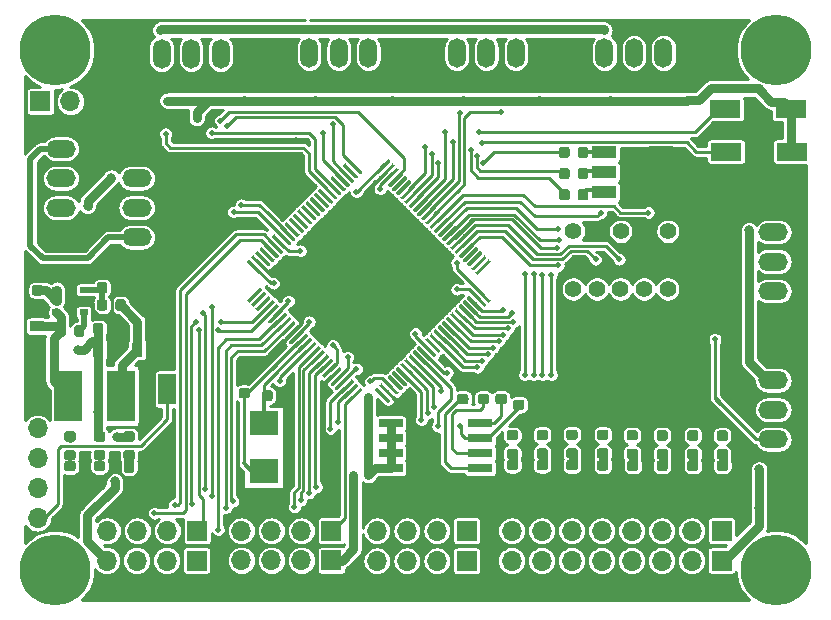
<source format=gbr>
G04 #@! TF.GenerationSoftware,KiCad,Pcbnew,(5.1.2)-1*
G04 #@! TF.CreationDate,2019-06-29T05:03:23+09:00*
G04 #@! TF.ProjectId,stm32f4_board_test,73746d33-3266-4345-9f62-6f6172645f74,rev?*
G04 #@! TF.SameCoordinates,Original*
G04 #@! TF.FileFunction,Copper,L1,Top*
G04 #@! TF.FilePolarity,Positive*
%FSLAX46Y46*%
G04 Gerber Fmt 4.6, Leading zero omitted, Abs format (unit mm)*
G04 Created by KiCad (PCBNEW (5.1.2)-1) date 2019-06-29 05:03:23*
%MOMM*%
%LPD*%
G04 APERTURE LIST*
%ADD10O,2.500000X1.500000*%
%ADD11C,0.100000*%
%ADD12C,0.300000*%
%ADD13C,0.875000*%
%ADD14R,1.700000X1.700000*%
%ADD15O,1.700000X1.700000*%
%ADD16R,0.700000X0.510000*%
%ADD17R,2.000000X1.100000*%
%ADD18R,2.000000X0.760000*%
%ADD19R,2.600000X1.500000*%
%ADD20R,1.500000X2.600000*%
%ADD21O,1.500000X2.500000*%
%ADD22R,1.200000X0.900000*%
%ADD23R,0.900000X1.200000*%
%ADD24C,1.400000*%
%ADD25R,2.400000X4.200000*%
%ADD26C,0.850000*%
%ADD27R,2.400000X2.000000*%
%ADD28C,6.000000*%
%ADD29C,0.500000*%
%ADD30C,0.800000*%
%ADD31C,0.250000*%
%ADD32C,0.350000*%
%ADD33C,0.500000*%
%ADD34C,0.800000*%
%ADD35C,0.254000*%
G04 APERTURE END LIST*
D10*
X9890000Y-18850000D03*
X9890000Y-16350000D03*
X9890000Y-13850000D03*
X9890000Y-11350000D03*
D11*
G36*
X20347285Y-23094080D02*
G01*
X20354566Y-23095160D01*
X20361705Y-23096948D01*
X20368635Y-23099428D01*
X20375289Y-23102575D01*
X20381602Y-23106359D01*
X20387513Y-23110743D01*
X20392967Y-23115686D01*
X20499033Y-23221752D01*
X20503976Y-23227206D01*
X20508360Y-23233117D01*
X20512144Y-23239430D01*
X20515291Y-23246084D01*
X20517771Y-23253014D01*
X20519559Y-23260153D01*
X20520639Y-23267434D01*
X20521000Y-23274785D01*
X20520639Y-23282136D01*
X20519559Y-23289417D01*
X20517771Y-23296556D01*
X20515291Y-23303486D01*
X20512144Y-23310140D01*
X20508360Y-23316453D01*
X20503976Y-23322364D01*
X20499033Y-23327818D01*
X19473729Y-24353122D01*
X19468275Y-24358065D01*
X19462364Y-24362449D01*
X19456051Y-24366233D01*
X19449397Y-24369380D01*
X19442467Y-24371860D01*
X19435328Y-24373648D01*
X19428047Y-24374728D01*
X19420696Y-24375089D01*
X19413345Y-24374728D01*
X19406064Y-24373648D01*
X19398925Y-24371860D01*
X19391995Y-24369380D01*
X19385341Y-24366233D01*
X19379028Y-24362449D01*
X19373117Y-24358065D01*
X19367663Y-24353122D01*
X19261597Y-24247056D01*
X19256654Y-24241602D01*
X19252270Y-24235691D01*
X19248486Y-24229378D01*
X19245339Y-24222724D01*
X19242859Y-24215794D01*
X19241071Y-24208655D01*
X19239991Y-24201374D01*
X19239630Y-24194023D01*
X19239991Y-24186672D01*
X19241071Y-24179391D01*
X19242859Y-24172252D01*
X19245339Y-24165322D01*
X19248486Y-24158668D01*
X19252270Y-24152355D01*
X19256654Y-24146444D01*
X19261597Y-24140990D01*
X20286901Y-23115686D01*
X20292355Y-23110743D01*
X20298266Y-23106359D01*
X20304579Y-23102575D01*
X20311233Y-23099428D01*
X20318163Y-23096948D01*
X20325302Y-23095160D01*
X20332583Y-23094080D01*
X20339934Y-23093719D01*
X20347285Y-23094080D01*
X20347285Y-23094080D01*
G37*
D12*
X19880315Y-23734404D03*
D11*
G36*
X20700838Y-23447633D02*
G01*
X20708119Y-23448713D01*
X20715258Y-23450501D01*
X20722188Y-23452981D01*
X20728842Y-23456128D01*
X20735155Y-23459912D01*
X20741066Y-23464296D01*
X20746520Y-23469239D01*
X20852586Y-23575305D01*
X20857529Y-23580759D01*
X20861913Y-23586670D01*
X20865697Y-23592983D01*
X20868844Y-23599637D01*
X20871324Y-23606567D01*
X20873112Y-23613706D01*
X20874192Y-23620987D01*
X20874553Y-23628338D01*
X20874192Y-23635689D01*
X20873112Y-23642970D01*
X20871324Y-23650109D01*
X20868844Y-23657039D01*
X20865697Y-23663693D01*
X20861913Y-23670006D01*
X20857529Y-23675917D01*
X20852586Y-23681371D01*
X19827282Y-24706675D01*
X19821828Y-24711618D01*
X19815917Y-24716002D01*
X19809604Y-24719786D01*
X19802950Y-24722933D01*
X19796020Y-24725413D01*
X19788881Y-24727201D01*
X19781600Y-24728281D01*
X19774249Y-24728642D01*
X19766898Y-24728281D01*
X19759617Y-24727201D01*
X19752478Y-24725413D01*
X19745548Y-24722933D01*
X19738894Y-24719786D01*
X19732581Y-24716002D01*
X19726670Y-24711618D01*
X19721216Y-24706675D01*
X19615150Y-24600609D01*
X19610207Y-24595155D01*
X19605823Y-24589244D01*
X19602039Y-24582931D01*
X19598892Y-24576277D01*
X19596412Y-24569347D01*
X19594624Y-24562208D01*
X19593544Y-24554927D01*
X19593183Y-24547576D01*
X19593544Y-24540225D01*
X19594624Y-24532944D01*
X19596412Y-24525805D01*
X19598892Y-24518875D01*
X19602039Y-24512221D01*
X19605823Y-24505908D01*
X19610207Y-24499997D01*
X19615150Y-24494543D01*
X20640454Y-23469239D01*
X20645908Y-23464296D01*
X20651819Y-23459912D01*
X20658132Y-23456128D01*
X20664786Y-23452981D01*
X20671716Y-23450501D01*
X20678855Y-23448713D01*
X20686136Y-23447633D01*
X20693487Y-23447272D01*
X20700838Y-23447633D01*
X20700838Y-23447633D01*
G37*
D12*
X20233868Y-24087957D03*
D11*
G36*
X21054392Y-23801187D02*
G01*
X21061673Y-23802267D01*
X21068812Y-23804055D01*
X21075742Y-23806535D01*
X21082396Y-23809682D01*
X21088709Y-23813466D01*
X21094620Y-23817850D01*
X21100074Y-23822793D01*
X21206140Y-23928859D01*
X21211083Y-23934313D01*
X21215467Y-23940224D01*
X21219251Y-23946537D01*
X21222398Y-23953191D01*
X21224878Y-23960121D01*
X21226666Y-23967260D01*
X21227746Y-23974541D01*
X21228107Y-23981892D01*
X21227746Y-23989243D01*
X21226666Y-23996524D01*
X21224878Y-24003663D01*
X21222398Y-24010593D01*
X21219251Y-24017247D01*
X21215467Y-24023560D01*
X21211083Y-24029471D01*
X21206140Y-24034925D01*
X20180836Y-25060229D01*
X20175382Y-25065172D01*
X20169471Y-25069556D01*
X20163158Y-25073340D01*
X20156504Y-25076487D01*
X20149574Y-25078967D01*
X20142435Y-25080755D01*
X20135154Y-25081835D01*
X20127803Y-25082196D01*
X20120452Y-25081835D01*
X20113171Y-25080755D01*
X20106032Y-25078967D01*
X20099102Y-25076487D01*
X20092448Y-25073340D01*
X20086135Y-25069556D01*
X20080224Y-25065172D01*
X20074770Y-25060229D01*
X19968704Y-24954163D01*
X19963761Y-24948709D01*
X19959377Y-24942798D01*
X19955593Y-24936485D01*
X19952446Y-24929831D01*
X19949966Y-24922901D01*
X19948178Y-24915762D01*
X19947098Y-24908481D01*
X19946737Y-24901130D01*
X19947098Y-24893779D01*
X19948178Y-24886498D01*
X19949966Y-24879359D01*
X19952446Y-24872429D01*
X19955593Y-24865775D01*
X19959377Y-24859462D01*
X19963761Y-24853551D01*
X19968704Y-24848097D01*
X20994008Y-23822793D01*
X20999462Y-23817850D01*
X21005373Y-23813466D01*
X21011686Y-23809682D01*
X21018340Y-23806535D01*
X21025270Y-23804055D01*
X21032409Y-23802267D01*
X21039690Y-23801187D01*
X21047041Y-23800826D01*
X21054392Y-23801187D01*
X21054392Y-23801187D01*
G37*
D12*
X20587422Y-24441511D03*
D11*
G36*
X21407945Y-24154740D02*
G01*
X21415226Y-24155820D01*
X21422365Y-24157608D01*
X21429295Y-24160088D01*
X21435949Y-24163235D01*
X21442262Y-24167019D01*
X21448173Y-24171403D01*
X21453627Y-24176346D01*
X21559693Y-24282412D01*
X21564636Y-24287866D01*
X21569020Y-24293777D01*
X21572804Y-24300090D01*
X21575951Y-24306744D01*
X21578431Y-24313674D01*
X21580219Y-24320813D01*
X21581299Y-24328094D01*
X21581660Y-24335445D01*
X21581299Y-24342796D01*
X21580219Y-24350077D01*
X21578431Y-24357216D01*
X21575951Y-24364146D01*
X21572804Y-24370800D01*
X21569020Y-24377113D01*
X21564636Y-24383024D01*
X21559693Y-24388478D01*
X20534389Y-25413782D01*
X20528935Y-25418725D01*
X20523024Y-25423109D01*
X20516711Y-25426893D01*
X20510057Y-25430040D01*
X20503127Y-25432520D01*
X20495988Y-25434308D01*
X20488707Y-25435388D01*
X20481356Y-25435749D01*
X20474005Y-25435388D01*
X20466724Y-25434308D01*
X20459585Y-25432520D01*
X20452655Y-25430040D01*
X20446001Y-25426893D01*
X20439688Y-25423109D01*
X20433777Y-25418725D01*
X20428323Y-25413782D01*
X20322257Y-25307716D01*
X20317314Y-25302262D01*
X20312930Y-25296351D01*
X20309146Y-25290038D01*
X20305999Y-25283384D01*
X20303519Y-25276454D01*
X20301731Y-25269315D01*
X20300651Y-25262034D01*
X20300290Y-25254683D01*
X20300651Y-25247332D01*
X20301731Y-25240051D01*
X20303519Y-25232912D01*
X20305999Y-25225982D01*
X20309146Y-25219328D01*
X20312930Y-25213015D01*
X20317314Y-25207104D01*
X20322257Y-25201650D01*
X21347561Y-24176346D01*
X21353015Y-24171403D01*
X21358926Y-24167019D01*
X21365239Y-24163235D01*
X21371893Y-24160088D01*
X21378823Y-24157608D01*
X21385962Y-24155820D01*
X21393243Y-24154740D01*
X21400594Y-24154379D01*
X21407945Y-24154740D01*
X21407945Y-24154740D01*
G37*
D12*
X20940975Y-24795064D03*
D11*
G36*
X21761498Y-24508293D02*
G01*
X21768779Y-24509373D01*
X21775918Y-24511161D01*
X21782848Y-24513641D01*
X21789502Y-24516788D01*
X21795815Y-24520572D01*
X21801726Y-24524956D01*
X21807180Y-24529899D01*
X21913246Y-24635965D01*
X21918189Y-24641419D01*
X21922573Y-24647330D01*
X21926357Y-24653643D01*
X21929504Y-24660297D01*
X21931984Y-24667227D01*
X21933772Y-24674366D01*
X21934852Y-24681647D01*
X21935213Y-24688998D01*
X21934852Y-24696349D01*
X21933772Y-24703630D01*
X21931984Y-24710769D01*
X21929504Y-24717699D01*
X21926357Y-24724353D01*
X21922573Y-24730666D01*
X21918189Y-24736577D01*
X21913246Y-24742031D01*
X20887942Y-25767335D01*
X20882488Y-25772278D01*
X20876577Y-25776662D01*
X20870264Y-25780446D01*
X20863610Y-25783593D01*
X20856680Y-25786073D01*
X20849541Y-25787861D01*
X20842260Y-25788941D01*
X20834909Y-25789302D01*
X20827558Y-25788941D01*
X20820277Y-25787861D01*
X20813138Y-25786073D01*
X20806208Y-25783593D01*
X20799554Y-25780446D01*
X20793241Y-25776662D01*
X20787330Y-25772278D01*
X20781876Y-25767335D01*
X20675810Y-25661269D01*
X20670867Y-25655815D01*
X20666483Y-25649904D01*
X20662699Y-25643591D01*
X20659552Y-25636937D01*
X20657072Y-25630007D01*
X20655284Y-25622868D01*
X20654204Y-25615587D01*
X20653843Y-25608236D01*
X20654204Y-25600885D01*
X20655284Y-25593604D01*
X20657072Y-25586465D01*
X20659552Y-25579535D01*
X20662699Y-25572881D01*
X20666483Y-25566568D01*
X20670867Y-25560657D01*
X20675810Y-25555203D01*
X21701114Y-24529899D01*
X21706568Y-24524956D01*
X21712479Y-24520572D01*
X21718792Y-24516788D01*
X21725446Y-24513641D01*
X21732376Y-24511161D01*
X21739515Y-24509373D01*
X21746796Y-24508293D01*
X21754147Y-24507932D01*
X21761498Y-24508293D01*
X21761498Y-24508293D01*
G37*
D12*
X21294528Y-25148617D03*
D11*
G36*
X22115052Y-24861847D02*
G01*
X22122333Y-24862927D01*
X22129472Y-24864715D01*
X22136402Y-24867195D01*
X22143056Y-24870342D01*
X22149369Y-24874126D01*
X22155280Y-24878510D01*
X22160734Y-24883453D01*
X22266800Y-24989519D01*
X22271743Y-24994973D01*
X22276127Y-25000884D01*
X22279911Y-25007197D01*
X22283058Y-25013851D01*
X22285538Y-25020781D01*
X22287326Y-25027920D01*
X22288406Y-25035201D01*
X22288767Y-25042552D01*
X22288406Y-25049903D01*
X22287326Y-25057184D01*
X22285538Y-25064323D01*
X22283058Y-25071253D01*
X22279911Y-25077907D01*
X22276127Y-25084220D01*
X22271743Y-25090131D01*
X22266800Y-25095585D01*
X21241496Y-26120889D01*
X21236042Y-26125832D01*
X21230131Y-26130216D01*
X21223818Y-26134000D01*
X21217164Y-26137147D01*
X21210234Y-26139627D01*
X21203095Y-26141415D01*
X21195814Y-26142495D01*
X21188463Y-26142856D01*
X21181112Y-26142495D01*
X21173831Y-26141415D01*
X21166692Y-26139627D01*
X21159762Y-26137147D01*
X21153108Y-26134000D01*
X21146795Y-26130216D01*
X21140884Y-26125832D01*
X21135430Y-26120889D01*
X21029364Y-26014823D01*
X21024421Y-26009369D01*
X21020037Y-26003458D01*
X21016253Y-25997145D01*
X21013106Y-25990491D01*
X21010626Y-25983561D01*
X21008838Y-25976422D01*
X21007758Y-25969141D01*
X21007397Y-25961790D01*
X21007758Y-25954439D01*
X21008838Y-25947158D01*
X21010626Y-25940019D01*
X21013106Y-25933089D01*
X21016253Y-25926435D01*
X21020037Y-25920122D01*
X21024421Y-25914211D01*
X21029364Y-25908757D01*
X22054668Y-24883453D01*
X22060122Y-24878510D01*
X22066033Y-24874126D01*
X22072346Y-24870342D01*
X22079000Y-24867195D01*
X22085930Y-24864715D01*
X22093069Y-24862927D01*
X22100350Y-24861847D01*
X22107701Y-24861486D01*
X22115052Y-24861847D01*
X22115052Y-24861847D01*
G37*
D12*
X21648082Y-25502171D03*
D11*
G36*
X22468605Y-25215400D02*
G01*
X22475886Y-25216480D01*
X22483025Y-25218268D01*
X22489955Y-25220748D01*
X22496609Y-25223895D01*
X22502922Y-25227679D01*
X22508833Y-25232063D01*
X22514287Y-25237006D01*
X22620353Y-25343072D01*
X22625296Y-25348526D01*
X22629680Y-25354437D01*
X22633464Y-25360750D01*
X22636611Y-25367404D01*
X22639091Y-25374334D01*
X22640879Y-25381473D01*
X22641959Y-25388754D01*
X22642320Y-25396105D01*
X22641959Y-25403456D01*
X22640879Y-25410737D01*
X22639091Y-25417876D01*
X22636611Y-25424806D01*
X22633464Y-25431460D01*
X22629680Y-25437773D01*
X22625296Y-25443684D01*
X22620353Y-25449138D01*
X21595049Y-26474442D01*
X21589595Y-26479385D01*
X21583684Y-26483769D01*
X21577371Y-26487553D01*
X21570717Y-26490700D01*
X21563787Y-26493180D01*
X21556648Y-26494968D01*
X21549367Y-26496048D01*
X21542016Y-26496409D01*
X21534665Y-26496048D01*
X21527384Y-26494968D01*
X21520245Y-26493180D01*
X21513315Y-26490700D01*
X21506661Y-26487553D01*
X21500348Y-26483769D01*
X21494437Y-26479385D01*
X21488983Y-26474442D01*
X21382917Y-26368376D01*
X21377974Y-26362922D01*
X21373590Y-26357011D01*
X21369806Y-26350698D01*
X21366659Y-26344044D01*
X21364179Y-26337114D01*
X21362391Y-26329975D01*
X21361311Y-26322694D01*
X21360950Y-26315343D01*
X21361311Y-26307992D01*
X21362391Y-26300711D01*
X21364179Y-26293572D01*
X21366659Y-26286642D01*
X21369806Y-26279988D01*
X21373590Y-26273675D01*
X21377974Y-26267764D01*
X21382917Y-26262310D01*
X22408221Y-25237006D01*
X22413675Y-25232063D01*
X22419586Y-25227679D01*
X22425899Y-25223895D01*
X22432553Y-25220748D01*
X22439483Y-25218268D01*
X22446622Y-25216480D01*
X22453903Y-25215400D01*
X22461254Y-25215039D01*
X22468605Y-25215400D01*
X22468605Y-25215400D01*
G37*
D12*
X22001635Y-25855724D03*
D11*
G36*
X22822159Y-25568954D02*
G01*
X22829440Y-25570034D01*
X22836579Y-25571822D01*
X22843509Y-25574302D01*
X22850163Y-25577449D01*
X22856476Y-25581233D01*
X22862387Y-25585617D01*
X22867841Y-25590560D01*
X22973907Y-25696626D01*
X22978850Y-25702080D01*
X22983234Y-25707991D01*
X22987018Y-25714304D01*
X22990165Y-25720958D01*
X22992645Y-25727888D01*
X22994433Y-25735027D01*
X22995513Y-25742308D01*
X22995874Y-25749659D01*
X22995513Y-25757010D01*
X22994433Y-25764291D01*
X22992645Y-25771430D01*
X22990165Y-25778360D01*
X22987018Y-25785014D01*
X22983234Y-25791327D01*
X22978850Y-25797238D01*
X22973907Y-25802692D01*
X21948603Y-26827996D01*
X21943149Y-26832939D01*
X21937238Y-26837323D01*
X21930925Y-26841107D01*
X21924271Y-26844254D01*
X21917341Y-26846734D01*
X21910202Y-26848522D01*
X21902921Y-26849602D01*
X21895570Y-26849963D01*
X21888219Y-26849602D01*
X21880938Y-26848522D01*
X21873799Y-26846734D01*
X21866869Y-26844254D01*
X21860215Y-26841107D01*
X21853902Y-26837323D01*
X21847991Y-26832939D01*
X21842537Y-26827996D01*
X21736471Y-26721930D01*
X21731528Y-26716476D01*
X21727144Y-26710565D01*
X21723360Y-26704252D01*
X21720213Y-26697598D01*
X21717733Y-26690668D01*
X21715945Y-26683529D01*
X21714865Y-26676248D01*
X21714504Y-26668897D01*
X21714865Y-26661546D01*
X21715945Y-26654265D01*
X21717733Y-26647126D01*
X21720213Y-26640196D01*
X21723360Y-26633542D01*
X21727144Y-26627229D01*
X21731528Y-26621318D01*
X21736471Y-26615864D01*
X22761775Y-25590560D01*
X22767229Y-25585617D01*
X22773140Y-25581233D01*
X22779453Y-25577449D01*
X22786107Y-25574302D01*
X22793037Y-25571822D01*
X22800176Y-25570034D01*
X22807457Y-25568954D01*
X22814808Y-25568593D01*
X22822159Y-25568954D01*
X22822159Y-25568954D01*
G37*
D12*
X22355189Y-26209278D03*
D11*
G36*
X23175712Y-25922507D02*
G01*
X23182993Y-25923587D01*
X23190132Y-25925375D01*
X23197062Y-25927855D01*
X23203716Y-25931002D01*
X23210029Y-25934786D01*
X23215940Y-25939170D01*
X23221394Y-25944113D01*
X23327460Y-26050179D01*
X23332403Y-26055633D01*
X23336787Y-26061544D01*
X23340571Y-26067857D01*
X23343718Y-26074511D01*
X23346198Y-26081441D01*
X23347986Y-26088580D01*
X23349066Y-26095861D01*
X23349427Y-26103212D01*
X23349066Y-26110563D01*
X23347986Y-26117844D01*
X23346198Y-26124983D01*
X23343718Y-26131913D01*
X23340571Y-26138567D01*
X23336787Y-26144880D01*
X23332403Y-26150791D01*
X23327460Y-26156245D01*
X22302156Y-27181549D01*
X22296702Y-27186492D01*
X22290791Y-27190876D01*
X22284478Y-27194660D01*
X22277824Y-27197807D01*
X22270894Y-27200287D01*
X22263755Y-27202075D01*
X22256474Y-27203155D01*
X22249123Y-27203516D01*
X22241772Y-27203155D01*
X22234491Y-27202075D01*
X22227352Y-27200287D01*
X22220422Y-27197807D01*
X22213768Y-27194660D01*
X22207455Y-27190876D01*
X22201544Y-27186492D01*
X22196090Y-27181549D01*
X22090024Y-27075483D01*
X22085081Y-27070029D01*
X22080697Y-27064118D01*
X22076913Y-27057805D01*
X22073766Y-27051151D01*
X22071286Y-27044221D01*
X22069498Y-27037082D01*
X22068418Y-27029801D01*
X22068057Y-27022450D01*
X22068418Y-27015099D01*
X22069498Y-27007818D01*
X22071286Y-27000679D01*
X22073766Y-26993749D01*
X22076913Y-26987095D01*
X22080697Y-26980782D01*
X22085081Y-26974871D01*
X22090024Y-26969417D01*
X23115328Y-25944113D01*
X23120782Y-25939170D01*
X23126693Y-25934786D01*
X23133006Y-25931002D01*
X23139660Y-25927855D01*
X23146590Y-25925375D01*
X23153729Y-25923587D01*
X23161010Y-25922507D01*
X23168361Y-25922146D01*
X23175712Y-25922507D01*
X23175712Y-25922507D01*
G37*
D12*
X22708742Y-26562831D03*
D11*
G36*
X23529265Y-26276060D02*
G01*
X23536546Y-26277140D01*
X23543685Y-26278928D01*
X23550615Y-26281408D01*
X23557269Y-26284555D01*
X23563582Y-26288339D01*
X23569493Y-26292723D01*
X23574947Y-26297666D01*
X23681013Y-26403732D01*
X23685956Y-26409186D01*
X23690340Y-26415097D01*
X23694124Y-26421410D01*
X23697271Y-26428064D01*
X23699751Y-26434994D01*
X23701539Y-26442133D01*
X23702619Y-26449414D01*
X23702980Y-26456765D01*
X23702619Y-26464116D01*
X23701539Y-26471397D01*
X23699751Y-26478536D01*
X23697271Y-26485466D01*
X23694124Y-26492120D01*
X23690340Y-26498433D01*
X23685956Y-26504344D01*
X23681013Y-26509798D01*
X22655709Y-27535102D01*
X22650255Y-27540045D01*
X22644344Y-27544429D01*
X22638031Y-27548213D01*
X22631377Y-27551360D01*
X22624447Y-27553840D01*
X22617308Y-27555628D01*
X22610027Y-27556708D01*
X22602676Y-27557069D01*
X22595325Y-27556708D01*
X22588044Y-27555628D01*
X22580905Y-27553840D01*
X22573975Y-27551360D01*
X22567321Y-27548213D01*
X22561008Y-27544429D01*
X22555097Y-27540045D01*
X22549643Y-27535102D01*
X22443577Y-27429036D01*
X22438634Y-27423582D01*
X22434250Y-27417671D01*
X22430466Y-27411358D01*
X22427319Y-27404704D01*
X22424839Y-27397774D01*
X22423051Y-27390635D01*
X22421971Y-27383354D01*
X22421610Y-27376003D01*
X22421971Y-27368652D01*
X22423051Y-27361371D01*
X22424839Y-27354232D01*
X22427319Y-27347302D01*
X22430466Y-27340648D01*
X22434250Y-27334335D01*
X22438634Y-27328424D01*
X22443577Y-27322970D01*
X23468881Y-26297666D01*
X23474335Y-26292723D01*
X23480246Y-26288339D01*
X23486559Y-26284555D01*
X23493213Y-26281408D01*
X23500143Y-26278928D01*
X23507282Y-26277140D01*
X23514563Y-26276060D01*
X23521914Y-26275699D01*
X23529265Y-26276060D01*
X23529265Y-26276060D01*
G37*
D12*
X23062295Y-26916384D03*
D11*
G36*
X23882819Y-26629614D02*
G01*
X23890100Y-26630694D01*
X23897239Y-26632482D01*
X23904169Y-26634962D01*
X23910823Y-26638109D01*
X23917136Y-26641893D01*
X23923047Y-26646277D01*
X23928501Y-26651220D01*
X24034567Y-26757286D01*
X24039510Y-26762740D01*
X24043894Y-26768651D01*
X24047678Y-26774964D01*
X24050825Y-26781618D01*
X24053305Y-26788548D01*
X24055093Y-26795687D01*
X24056173Y-26802968D01*
X24056534Y-26810319D01*
X24056173Y-26817670D01*
X24055093Y-26824951D01*
X24053305Y-26832090D01*
X24050825Y-26839020D01*
X24047678Y-26845674D01*
X24043894Y-26851987D01*
X24039510Y-26857898D01*
X24034567Y-26863352D01*
X23009263Y-27888656D01*
X23003809Y-27893599D01*
X22997898Y-27897983D01*
X22991585Y-27901767D01*
X22984931Y-27904914D01*
X22978001Y-27907394D01*
X22970862Y-27909182D01*
X22963581Y-27910262D01*
X22956230Y-27910623D01*
X22948879Y-27910262D01*
X22941598Y-27909182D01*
X22934459Y-27907394D01*
X22927529Y-27904914D01*
X22920875Y-27901767D01*
X22914562Y-27897983D01*
X22908651Y-27893599D01*
X22903197Y-27888656D01*
X22797131Y-27782590D01*
X22792188Y-27777136D01*
X22787804Y-27771225D01*
X22784020Y-27764912D01*
X22780873Y-27758258D01*
X22778393Y-27751328D01*
X22776605Y-27744189D01*
X22775525Y-27736908D01*
X22775164Y-27729557D01*
X22775525Y-27722206D01*
X22776605Y-27714925D01*
X22778393Y-27707786D01*
X22780873Y-27700856D01*
X22784020Y-27694202D01*
X22787804Y-27687889D01*
X22792188Y-27681978D01*
X22797131Y-27676524D01*
X23822435Y-26651220D01*
X23827889Y-26646277D01*
X23833800Y-26641893D01*
X23840113Y-26638109D01*
X23846767Y-26634962D01*
X23853697Y-26632482D01*
X23860836Y-26630694D01*
X23868117Y-26629614D01*
X23875468Y-26629253D01*
X23882819Y-26629614D01*
X23882819Y-26629614D01*
G37*
D12*
X23415849Y-27269938D03*
D11*
G36*
X24236372Y-26983167D02*
G01*
X24243653Y-26984247D01*
X24250792Y-26986035D01*
X24257722Y-26988515D01*
X24264376Y-26991662D01*
X24270689Y-26995446D01*
X24276600Y-26999830D01*
X24282054Y-27004773D01*
X24388120Y-27110839D01*
X24393063Y-27116293D01*
X24397447Y-27122204D01*
X24401231Y-27128517D01*
X24404378Y-27135171D01*
X24406858Y-27142101D01*
X24408646Y-27149240D01*
X24409726Y-27156521D01*
X24410087Y-27163872D01*
X24409726Y-27171223D01*
X24408646Y-27178504D01*
X24406858Y-27185643D01*
X24404378Y-27192573D01*
X24401231Y-27199227D01*
X24397447Y-27205540D01*
X24393063Y-27211451D01*
X24388120Y-27216905D01*
X23362816Y-28242209D01*
X23357362Y-28247152D01*
X23351451Y-28251536D01*
X23345138Y-28255320D01*
X23338484Y-28258467D01*
X23331554Y-28260947D01*
X23324415Y-28262735D01*
X23317134Y-28263815D01*
X23309783Y-28264176D01*
X23302432Y-28263815D01*
X23295151Y-28262735D01*
X23288012Y-28260947D01*
X23281082Y-28258467D01*
X23274428Y-28255320D01*
X23268115Y-28251536D01*
X23262204Y-28247152D01*
X23256750Y-28242209D01*
X23150684Y-28136143D01*
X23145741Y-28130689D01*
X23141357Y-28124778D01*
X23137573Y-28118465D01*
X23134426Y-28111811D01*
X23131946Y-28104881D01*
X23130158Y-28097742D01*
X23129078Y-28090461D01*
X23128717Y-28083110D01*
X23129078Y-28075759D01*
X23130158Y-28068478D01*
X23131946Y-28061339D01*
X23134426Y-28054409D01*
X23137573Y-28047755D01*
X23141357Y-28041442D01*
X23145741Y-28035531D01*
X23150684Y-28030077D01*
X24175988Y-27004773D01*
X24181442Y-26999830D01*
X24187353Y-26995446D01*
X24193666Y-26991662D01*
X24200320Y-26988515D01*
X24207250Y-26986035D01*
X24214389Y-26984247D01*
X24221670Y-26983167D01*
X24229021Y-26982806D01*
X24236372Y-26983167D01*
X24236372Y-26983167D01*
G37*
D12*
X23769402Y-27623491D03*
D11*
G36*
X24589925Y-27336721D02*
G01*
X24597206Y-27337801D01*
X24604345Y-27339589D01*
X24611275Y-27342069D01*
X24617929Y-27345216D01*
X24624242Y-27349000D01*
X24630153Y-27353384D01*
X24635607Y-27358327D01*
X24741673Y-27464393D01*
X24746616Y-27469847D01*
X24751000Y-27475758D01*
X24754784Y-27482071D01*
X24757931Y-27488725D01*
X24760411Y-27495655D01*
X24762199Y-27502794D01*
X24763279Y-27510075D01*
X24763640Y-27517426D01*
X24763279Y-27524777D01*
X24762199Y-27532058D01*
X24760411Y-27539197D01*
X24757931Y-27546127D01*
X24754784Y-27552781D01*
X24751000Y-27559094D01*
X24746616Y-27565005D01*
X24741673Y-27570459D01*
X23716369Y-28595763D01*
X23710915Y-28600706D01*
X23705004Y-28605090D01*
X23698691Y-28608874D01*
X23692037Y-28612021D01*
X23685107Y-28614501D01*
X23677968Y-28616289D01*
X23670687Y-28617369D01*
X23663336Y-28617730D01*
X23655985Y-28617369D01*
X23648704Y-28616289D01*
X23641565Y-28614501D01*
X23634635Y-28612021D01*
X23627981Y-28608874D01*
X23621668Y-28605090D01*
X23615757Y-28600706D01*
X23610303Y-28595763D01*
X23504237Y-28489697D01*
X23499294Y-28484243D01*
X23494910Y-28478332D01*
X23491126Y-28472019D01*
X23487979Y-28465365D01*
X23485499Y-28458435D01*
X23483711Y-28451296D01*
X23482631Y-28444015D01*
X23482270Y-28436664D01*
X23482631Y-28429313D01*
X23483711Y-28422032D01*
X23485499Y-28414893D01*
X23487979Y-28407963D01*
X23491126Y-28401309D01*
X23494910Y-28394996D01*
X23499294Y-28389085D01*
X23504237Y-28383631D01*
X24529541Y-27358327D01*
X24534995Y-27353384D01*
X24540906Y-27349000D01*
X24547219Y-27345216D01*
X24553873Y-27342069D01*
X24560803Y-27339589D01*
X24567942Y-27337801D01*
X24575223Y-27336721D01*
X24582574Y-27336360D01*
X24589925Y-27336721D01*
X24589925Y-27336721D01*
G37*
D12*
X24122955Y-27977045D03*
D11*
G36*
X24943479Y-27690274D02*
G01*
X24950760Y-27691354D01*
X24957899Y-27693142D01*
X24964829Y-27695622D01*
X24971483Y-27698769D01*
X24977796Y-27702553D01*
X24983707Y-27706937D01*
X24989161Y-27711880D01*
X25095227Y-27817946D01*
X25100170Y-27823400D01*
X25104554Y-27829311D01*
X25108338Y-27835624D01*
X25111485Y-27842278D01*
X25113965Y-27849208D01*
X25115753Y-27856347D01*
X25116833Y-27863628D01*
X25117194Y-27870979D01*
X25116833Y-27878330D01*
X25115753Y-27885611D01*
X25113965Y-27892750D01*
X25111485Y-27899680D01*
X25108338Y-27906334D01*
X25104554Y-27912647D01*
X25100170Y-27918558D01*
X25095227Y-27924012D01*
X24069923Y-28949316D01*
X24064469Y-28954259D01*
X24058558Y-28958643D01*
X24052245Y-28962427D01*
X24045591Y-28965574D01*
X24038661Y-28968054D01*
X24031522Y-28969842D01*
X24024241Y-28970922D01*
X24016890Y-28971283D01*
X24009539Y-28970922D01*
X24002258Y-28969842D01*
X23995119Y-28968054D01*
X23988189Y-28965574D01*
X23981535Y-28962427D01*
X23975222Y-28958643D01*
X23969311Y-28954259D01*
X23963857Y-28949316D01*
X23857791Y-28843250D01*
X23852848Y-28837796D01*
X23848464Y-28831885D01*
X23844680Y-28825572D01*
X23841533Y-28818918D01*
X23839053Y-28811988D01*
X23837265Y-28804849D01*
X23836185Y-28797568D01*
X23835824Y-28790217D01*
X23836185Y-28782866D01*
X23837265Y-28775585D01*
X23839053Y-28768446D01*
X23841533Y-28761516D01*
X23844680Y-28754862D01*
X23848464Y-28748549D01*
X23852848Y-28742638D01*
X23857791Y-28737184D01*
X24883095Y-27711880D01*
X24888549Y-27706937D01*
X24894460Y-27702553D01*
X24900773Y-27698769D01*
X24907427Y-27695622D01*
X24914357Y-27693142D01*
X24921496Y-27691354D01*
X24928777Y-27690274D01*
X24936128Y-27689913D01*
X24943479Y-27690274D01*
X24943479Y-27690274D01*
G37*
D12*
X24476509Y-28330598D03*
D11*
G36*
X25297032Y-28043827D02*
G01*
X25304313Y-28044907D01*
X25311452Y-28046695D01*
X25318382Y-28049175D01*
X25325036Y-28052322D01*
X25331349Y-28056106D01*
X25337260Y-28060490D01*
X25342714Y-28065433D01*
X25448780Y-28171499D01*
X25453723Y-28176953D01*
X25458107Y-28182864D01*
X25461891Y-28189177D01*
X25465038Y-28195831D01*
X25467518Y-28202761D01*
X25469306Y-28209900D01*
X25470386Y-28217181D01*
X25470747Y-28224532D01*
X25470386Y-28231883D01*
X25469306Y-28239164D01*
X25467518Y-28246303D01*
X25465038Y-28253233D01*
X25461891Y-28259887D01*
X25458107Y-28266200D01*
X25453723Y-28272111D01*
X25448780Y-28277565D01*
X24423476Y-29302869D01*
X24418022Y-29307812D01*
X24412111Y-29312196D01*
X24405798Y-29315980D01*
X24399144Y-29319127D01*
X24392214Y-29321607D01*
X24385075Y-29323395D01*
X24377794Y-29324475D01*
X24370443Y-29324836D01*
X24363092Y-29324475D01*
X24355811Y-29323395D01*
X24348672Y-29321607D01*
X24341742Y-29319127D01*
X24335088Y-29315980D01*
X24328775Y-29312196D01*
X24322864Y-29307812D01*
X24317410Y-29302869D01*
X24211344Y-29196803D01*
X24206401Y-29191349D01*
X24202017Y-29185438D01*
X24198233Y-29179125D01*
X24195086Y-29172471D01*
X24192606Y-29165541D01*
X24190818Y-29158402D01*
X24189738Y-29151121D01*
X24189377Y-29143770D01*
X24189738Y-29136419D01*
X24190818Y-29129138D01*
X24192606Y-29121999D01*
X24195086Y-29115069D01*
X24198233Y-29108415D01*
X24202017Y-29102102D01*
X24206401Y-29096191D01*
X24211344Y-29090737D01*
X25236648Y-28065433D01*
X25242102Y-28060490D01*
X25248013Y-28056106D01*
X25254326Y-28052322D01*
X25260980Y-28049175D01*
X25267910Y-28046695D01*
X25275049Y-28044907D01*
X25282330Y-28043827D01*
X25289681Y-28043466D01*
X25297032Y-28043827D01*
X25297032Y-28043827D01*
G37*
D12*
X24830062Y-28684151D03*
D11*
G36*
X25650586Y-28397381D02*
G01*
X25657867Y-28398461D01*
X25665006Y-28400249D01*
X25671936Y-28402729D01*
X25678590Y-28405876D01*
X25684903Y-28409660D01*
X25690814Y-28414044D01*
X25696268Y-28418987D01*
X25802334Y-28525053D01*
X25807277Y-28530507D01*
X25811661Y-28536418D01*
X25815445Y-28542731D01*
X25818592Y-28549385D01*
X25821072Y-28556315D01*
X25822860Y-28563454D01*
X25823940Y-28570735D01*
X25824301Y-28578086D01*
X25823940Y-28585437D01*
X25822860Y-28592718D01*
X25821072Y-28599857D01*
X25818592Y-28606787D01*
X25815445Y-28613441D01*
X25811661Y-28619754D01*
X25807277Y-28625665D01*
X25802334Y-28631119D01*
X24777030Y-29656423D01*
X24771576Y-29661366D01*
X24765665Y-29665750D01*
X24759352Y-29669534D01*
X24752698Y-29672681D01*
X24745768Y-29675161D01*
X24738629Y-29676949D01*
X24731348Y-29678029D01*
X24723997Y-29678390D01*
X24716646Y-29678029D01*
X24709365Y-29676949D01*
X24702226Y-29675161D01*
X24695296Y-29672681D01*
X24688642Y-29669534D01*
X24682329Y-29665750D01*
X24676418Y-29661366D01*
X24670964Y-29656423D01*
X24564898Y-29550357D01*
X24559955Y-29544903D01*
X24555571Y-29538992D01*
X24551787Y-29532679D01*
X24548640Y-29526025D01*
X24546160Y-29519095D01*
X24544372Y-29511956D01*
X24543292Y-29504675D01*
X24542931Y-29497324D01*
X24543292Y-29489973D01*
X24544372Y-29482692D01*
X24546160Y-29475553D01*
X24548640Y-29468623D01*
X24551787Y-29461969D01*
X24555571Y-29455656D01*
X24559955Y-29449745D01*
X24564898Y-29444291D01*
X25590202Y-28418987D01*
X25595656Y-28414044D01*
X25601567Y-28409660D01*
X25607880Y-28405876D01*
X25614534Y-28402729D01*
X25621464Y-28400249D01*
X25628603Y-28398461D01*
X25635884Y-28397381D01*
X25643235Y-28397020D01*
X25650586Y-28397381D01*
X25650586Y-28397381D01*
G37*
D12*
X25183616Y-29037705D03*
D11*
G36*
X26004139Y-28750934D02*
G01*
X26011420Y-28752014D01*
X26018559Y-28753802D01*
X26025489Y-28756282D01*
X26032143Y-28759429D01*
X26038456Y-28763213D01*
X26044367Y-28767597D01*
X26049821Y-28772540D01*
X26155887Y-28878606D01*
X26160830Y-28884060D01*
X26165214Y-28889971D01*
X26168998Y-28896284D01*
X26172145Y-28902938D01*
X26174625Y-28909868D01*
X26176413Y-28917007D01*
X26177493Y-28924288D01*
X26177854Y-28931639D01*
X26177493Y-28938990D01*
X26176413Y-28946271D01*
X26174625Y-28953410D01*
X26172145Y-28960340D01*
X26168998Y-28966994D01*
X26165214Y-28973307D01*
X26160830Y-28979218D01*
X26155887Y-28984672D01*
X25130583Y-30009976D01*
X25125129Y-30014919D01*
X25119218Y-30019303D01*
X25112905Y-30023087D01*
X25106251Y-30026234D01*
X25099321Y-30028714D01*
X25092182Y-30030502D01*
X25084901Y-30031582D01*
X25077550Y-30031943D01*
X25070199Y-30031582D01*
X25062918Y-30030502D01*
X25055779Y-30028714D01*
X25048849Y-30026234D01*
X25042195Y-30023087D01*
X25035882Y-30019303D01*
X25029971Y-30014919D01*
X25024517Y-30009976D01*
X24918451Y-29903910D01*
X24913508Y-29898456D01*
X24909124Y-29892545D01*
X24905340Y-29886232D01*
X24902193Y-29879578D01*
X24899713Y-29872648D01*
X24897925Y-29865509D01*
X24896845Y-29858228D01*
X24896484Y-29850877D01*
X24896845Y-29843526D01*
X24897925Y-29836245D01*
X24899713Y-29829106D01*
X24902193Y-29822176D01*
X24905340Y-29815522D01*
X24909124Y-29809209D01*
X24913508Y-29803298D01*
X24918451Y-29797844D01*
X25943755Y-28772540D01*
X25949209Y-28767597D01*
X25955120Y-28763213D01*
X25961433Y-28759429D01*
X25968087Y-28756282D01*
X25975017Y-28753802D01*
X25982156Y-28752014D01*
X25989437Y-28750934D01*
X25996788Y-28750573D01*
X26004139Y-28750934D01*
X26004139Y-28750934D01*
G37*
D12*
X25537169Y-29391258D03*
D11*
G36*
X26357692Y-29104487D02*
G01*
X26364973Y-29105567D01*
X26372112Y-29107355D01*
X26379042Y-29109835D01*
X26385696Y-29112982D01*
X26392009Y-29116766D01*
X26397920Y-29121150D01*
X26403374Y-29126093D01*
X26509440Y-29232159D01*
X26514383Y-29237613D01*
X26518767Y-29243524D01*
X26522551Y-29249837D01*
X26525698Y-29256491D01*
X26528178Y-29263421D01*
X26529966Y-29270560D01*
X26531046Y-29277841D01*
X26531407Y-29285192D01*
X26531046Y-29292543D01*
X26529966Y-29299824D01*
X26528178Y-29306963D01*
X26525698Y-29313893D01*
X26522551Y-29320547D01*
X26518767Y-29326860D01*
X26514383Y-29332771D01*
X26509440Y-29338225D01*
X25484136Y-30363529D01*
X25478682Y-30368472D01*
X25472771Y-30372856D01*
X25466458Y-30376640D01*
X25459804Y-30379787D01*
X25452874Y-30382267D01*
X25445735Y-30384055D01*
X25438454Y-30385135D01*
X25431103Y-30385496D01*
X25423752Y-30385135D01*
X25416471Y-30384055D01*
X25409332Y-30382267D01*
X25402402Y-30379787D01*
X25395748Y-30376640D01*
X25389435Y-30372856D01*
X25383524Y-30368472D01*
X25378070Y-30363529D01*
X25272004Y-30257463D01*
X25267061Y-30252009D01*
X25262677Y-30246098D01*
X25258893Y-30239785D01*
X25255746Y-30233131D01*
X25253266Y-30226201D01*
X25251478Y-30219062D01*
X25250398Y-30211781D01*
X25250037Y-30204430D01*
X25250398Y-30197079D01*
X25251478Y-30189798D01*
X25253266Y-30182659D01*
X25255746Y-30175729D01*
X25258893Y-30169075D01*
X25262677Y-30162762D01*
X25267061Y-30156851D01*
X25272004Y-30151397D01*
X26297308Y-29126093D01*
X26302762Y-29121150D01*
X26308673Y-29116766D01*
X26314986Y-29112982D01*
X26321640Y-29109835D01*
X26328570Y-29107355D01*
X26335709Y-29105567D01*
X26342990Y-29104487D01*
X26350341Y-29104126D01*
X26357692Y-29104487D01*
X26357692Y-29104487D01*
G37*
D12*
X25890722Y-29744811D03*
D11*
G36*
X26711246Y-29458041D02*
G01*
X26718527Y-29459121D01*
X26725666Y-29460909D01*
X26732596Y-29463389D01*
X26739250Y-29466536D01*
X26745563Y-29470320D01*
X26751474Y-29474704D01*
X26756928Y-29479647D01*
X26862994Y-29585713D01*
X26867937Y-29591167D01*
X26872321Y-29597078D01*
X26876105Y-29603391D01*
X26879252Y-29610045D01*
X26881732Y-29616975D01*
X26883520Y-29624114D01*
X26884600Y-29631395D01*
X26884961Y-29638746D01*
X26884600Y-29646097D01*
X26883520Y-29653378D01*
X26881732Y-29660517D01*
X26879252Y-29667447D01*
X26876105Y-29674101D01*
X26872321Y-29680414D01*
X26867937Y-29686325D01*
X26862994Y-29691779D01*
X25837690Y-30717083D01*
X25832236Y-30722026D01*
X25826325Y-30726410D01*
X25820012Y-30730194D01*
X25813358Y-30733341D01*
X25806428Y-30735821D01*
X25799289Y-30737609D01*
X25792008Y-30738689D01*
X25784657Y-30739050D01*
X25777306Y-30738689D01*
X25770025Y-30737609D01*
X25762886Y-30735821D01*
X25755956Y-30733341D01*
X25749302Y-30730194D01*
X25742989Y-30726410D01*
X25737078Y-30722026D01*
X25731624Y-30717083D01*
X25625558Y-30611017D01*
X25620615Y-30605563D01*
X25616231Y-30599652D01*
X25612447Y-30593339D01*
X25609300Y-30586685D01*
X25606820Y-30579755D01*
X25605032Y-30572616D01*
X25603952Y-30565335D01*
X25603591Y-30557984D01*
X25603952Y-30550633D01*
X25605032Y-30543352D01*
X25606820Y-30536213D01*
X25609300Y-30529283D01*
X25612447Y-30522629D01*
X25616231Y-30516316D01*
X25620615Y-30510405D01*
X25625558Y-30504951D01*
X26650862Y-29479647D01*
X26656316Y-29474704D01*
X26662227Y-29470320D01*
X26668540Y-29466536D01*
X26675194Y-29463389D01*
X26682124Y-29460909D01*
X26689263Y-29459121D01*
X26696544Y-29458041D01*
X26703895Y-29457680D01*
X26711246Y-29458041D01*
X26711246Y-29458041D01*
G37*
D12*
X26244276Y-30098365D03*
D11*
G36*
X27064799Y-29811594D02*
G01*
X27072080Y-29812674D01*
X27079219Y-29814462D01*
X27086149Y-29816942D01*
X27092803Y-29820089D01*
X27099116Y-29823873D01*
X27105027Y-29828257D01*
X27110481Y-29833200D01*
X27216547Y-29939266D01*
X27221490Y-29944720D01*
X27225874Y-29950631D01*
X27229658Y-29956944D01*
X27232805Y-29963598D01*
X27235285Y-29970528D01*
X27237073Y-29977667D01*
X27238153Y-29984948D01*
X27238514Y-29992299D01*
X27238153Y-29999650D01*
X27237073Y-30006931D01*
X27235285Y-30014070D01*
X27232805Y-30021000D01*
X27229658Y-30027654D01*
X27225874Y-30033967D01*
X27221490Y-30039878D01*
X27216547Y-30045332D01*
X26191243Y-31070636D01*
X26185789Y-31075579D01*
X26179878Y-31079963D01*
X26173565Y-31083747D01*
X26166911Y-31086894D01*
X26159981Y-31089374D01*
X26152842Y-31091162D01*
X26145561Y-31092242D01*
X26138210Y-31092603D01*
X26130859Y-31092242D01*
X26123578Y-31091162D01*
X26116439Y-31089374D01*
X26109509Y-31086894D01*
X26102855Y-31083747D01*
X26096542Y-31079963D01*
X26090631Y-31075579D01*
X26085177Y-31070636D01*
X25979111Y-30964570D01*
X25974168Y-30959116D01*
X25969784Y-30953205D01*
X25966000Y-30946892D01*
X25962853Y-30940238D01*
X25960373Y-30933308D01*
X25958585Y-30926169D01*
X25957505Y-30918888D01*
X25957144Y-30911537D01*
X25957505Y-30904186D01*
X25958585Y-30896905D01*
X25960373Y-30889766D01*
X25962853Y-30882836D01*
X25966000Y-30876182D01*
X25969784Y-30869869D01*
X25974168Y-30863958D01*
X25979111Y-30858504D01*
X27004415Y-29833200D01*
X27009869Y-29828257D01*
X27015780Y-29823873D01*
X27022093Y-29820089D01*
X27028747Y-29816942D01*
X27035677Y-29814462D01*
X27042816Y-29812674D01*
X27050097Y-29811594D01*
X27057448Y-29811233D01*
X27064799Y-29811594D01*
X27064799Y-29811594D01*
G37*
D12*
X26597829Y-30451918D03*
D11*
G36*
X27418353Y-30165148D02*
G01*
X27425634Y-30166228D01*
X27432773Y-30168016D01*
X27439703Y-30170496D01*
X27446357Y-30173643D01*
X27452670Y-30177427D01*
X27458581Y-30181811D01*
X27464035Y-30186754D01*
X27570101Y-30292820D01*
X27575044Y-30298274D01*
X27579428Y-30304185D01*
X27583212Y-30310498D01*
X27586359Y-30317152D01*
X27588839Y-30324082D01*
X27590627Y-30331221D01*
X27591707Y-30338502D01*
X27592068Y-30345853D01*
X27591707Y-30353204D01*
X27590627Y-30360485D01*
X27588839Y-30367624D01*
X27586359Y-30374554D01*
X27583212Y-30381208D01*
X27579428Y-30387521D01*
X27575044Y-30393432D01*
X27570101Y-30398886D01*
X26544797Y-31424190D01*
X26539343Y-31429133D01*
X26533432Y-31433517D01*
X26527119Y-31437301D01*
X26520465Y-31440448D01*
X26513535Y-31442928D01*
X26506396Y-31444716D01*
X26499115Y-31445796D01*
X26491764Y-31446157D01*
X26484413Y-31445796D01*
X26477132Y-31444716D01*
X26469993Y-31442928D01*
X26463063Y-31440448D01*
X26456409Y-31437301D01*
X26450096Y-31433517D01*
X26444185Y-31429133D01*
X26438731Y-31424190D01*
X26332665Y-31318124D01*
X26327722Y-31312670D01*
X26323338Y-31306759D01*
X26319554Y-31300446D01*
X26316407Y-31293792D01*
X26313927Y-31286862D01*
X26312139Y-31279723D01*
X26311059Y-31272442D01*
X26310698Y-31265091D01*
X26311059Y-31257740D01*
X26312139Y-31250459D01*
X26313927Y-31243320D01*
X26316407Y-31236390D01*
X26319554Y-31229736D01*
X26323338Y-31223423D01*
X26327722Y-31217512D01*
X26332665Y-31212058D01*
X27357969Y-30186754D01*
X27363423Y-30181811D01*
X27369334Y-30177427D01*
X27375647Y-30173643D01*
X27382301Y-30170496D01*
X27389231Y-30168016D01*
X27396370Y-30166228D01*
X27403651Y-30165148D01*
X27411002Y-30164787D01*
X27418353Y-30165148D01*
X27418353Y-30165148D01*
G37*
D12*
X26951383Y-30805472D03*
D11*
G36*
X27771906Y-30518701D02*
G01*
X27779187Y-30519781D01*
X27786326Y-30521569D01*
X27793256Y-30524049D01*
X27799910Y-30527196D01*
X27806223Y-30530980D01*
X27812134Y-30535364D01*
X27817588Y-30540307D01*
X27923654Y-30646373D01*
X27928597Y-30651827D01*
X27932981Y-30657738D01*
X27936765Y-30664051D01*
X27939912Y-30670705D01*
X27942392Y-30677635D01*
X27944180Y-30684774D01*
X27945260Y-30692055D01*
X27945621Y-30699406D01*
X27945260Y-30706757D01*
X27944180Y-30714038D01*
X27942392Y-30721177D01*
X27939912Y-30728107D01*
X27936765Y-30734761D01*
X27932981Y-30741074D01*
X27928597Y-30746985D01*
X27923654Y-30752439D01*
X26898350Y-31777743D01*
X26892896Y-31782686D01*
X26886985Y-31787070D01*
X26880672Y-31790854D01*
X26874018Y-31794001D01*
X26867088Y-31796481D01*
X26859949Y-31798269D01*
X26852668Y-31799349D01*
X26845317Y-31799710D01*
X26837966Y-31799349D01*
X26830685Y-31798269D01*
X26823546Y-31796481D01*
X26816616Y-31794001D01*
X26809962Y-31790854D01*
X26803649Y-31787070D01*
X26797738Y-31782686D01*
X26792284Y-31777743D01*
X26686218Y-31671677D01*
X26681275Y-31666223D01*
X26676891Y-31660312D01*
X26673107Y-31653999D01*
X26669960Y-31647345D01*
X26667480Y-31640415D01*
X26665692Y-31633276D01*
X26664612Y-31625995D01*
X26664251Y-31618644D01*
X26664612Y-31611293D01*
X26665692Y-31604012D01*
X26667480Y-31596873D01*
X26669960Y-31589943D01*
X26673107Y-31583289D01*
X26676891Y-31576976D01*
X26681275Y-31571065D01*
X26686218Y-31565611D01*
X27711522Y-30540307D01*
X27716976Y-30535364D01*
X27722887Y-30530980D01*
X27729200Y-30527196D01*
X27735854Y-30524049D01*
X27742784Y-30521569D01*
X27749923Y-30519781D01*
X27757204Y-30518701D01*
X27764555Y-30518340D01*
X27771906Y-30518701D01*
X27771906Y-30518701D01*
G37*
D12*
X27304936Y-31159025D03*
D11*
G36*
X28125459Y-30872254D02*
G01*
X28132740Y-30873334D01*
X28139879Y-30875122D01*
X28146809Y-30877602D01*
X28153463Y-30880749D01*
X28159776Y-30884533D01*
X28165687Y-30888917D01*
X28171141Y-30893860D01*
X28277207Y-30999926D01*
X28282150Y-31005380D01*
X28286534Y-31011291D01*
X28290318Y-31017604D01*
X28293465Y-31024258D01*
X28295945Y-31031188D01*
X28297733Y-31038327D01*
X28298813Y-31045608D01*
X28299174Y-31052959D01*
X28298813Y-31060310D01*
X28297733Y-31067591D01*
X28295945Y-31074730D01*
X28293465Y-31081660D01*
X28290318Y-31088314D01*
X28286534Y-31094627D01*
X28282150Y-31100538D01*
X28277207Y-31105992D01*
X27251903Y-32131296D01*
X27246449Y-32136239D01*
X27240538Y-32140623D01*
X27234225Y-32144407D01*
X27227571Y-32147554D01*
X27220641Y-32150034D01*
X27213502Y-32151822D01*
X27206221Y-32152902D01*
X27198870Y-32153263D01*
X27191519Y-32152902D01*
X27184238Y-32151822D01*
X27177099Y-32150034D01*
X27170169Y-32147554D01*
X27163515Y-32144407D01*
X27157202Y-32140623D01*
X27151291Y-32136239D01*
X27145837Y-32131296D01*
X27039771Y-32025230D01*
X27034828Y-32019776D01*
X27030444Y-32013865D01*
X27026660Y-32007552D01*
X27023513Y-32000898D01*
X27021033Y-31993968D01*
X27019245Y-31986829D01*
X27018165Y-31979548D01*
X27017804Y-31972197D01*
X27018165Y-31964846D01*
X27019245Y-31957565D01*
X27021033Y-31950426D01*
X27023513Y-31943496D01*
X27026660Y-31936842D01*
X27030444Y-31930529D01*
X27034828Y-31924618D01*
X27039771Y-31919164D01*
X28065075Y-30893860D01*
X28070529Y-30888917D01*
X28076440Y-30884533D01*
X28082753Y-30880749D01*
X28089407Y-30877602D01*
X28096337Y-30875122D01*
X28103476Y-30873334D01*
X28110757Y-30872254D01*
X28118108Y-30871893D01*
X28125459Y-30872254D01*
X28125459Y-30872254D01*
G37*
D12*
X27658489Y-31512578D03*
D11*
G36*
X28479013Y-31225808D02*
G01*
X28486294Y-31226888D01*
X28493433Y-31228676D01*
X28500363Y-31231156D01*
X28507017Y-31234303D01*
X28513330Y-31238087D01*
X28519241Y-31242471D01*
X28524695Y-31247414D01*
X28630761Y-31353480D01*
X28635704Y-31358934D01*
X28640088Y-31364845D01*
X28643872Y-31371158D01*
X28647019Y-31377812D01*
X28649499Y-31384742D01*
X28651287Y-31391881D01*
X28652367Y-31399162D01*
X28652728Y-31406513D01*
X28652367Y-31413864D01*
X28651287Y-31421145D01*
X28649499Y-31428284D01*
X28647019Y-31435214D01*
X28643872Y-31441868D01*
X28640088Y-31448181D01*
X28635704Y-31454092D01*
X28630761Y-31459546D01*
X27605457Y-32484850D01*
X27600003Y-32489793D01*
X27594092Y-32494177D01*
X27587779Y-32497961D01*
X27581125Y-32501108D01*
X27574195Y-32503588D01*
X27567056Y-32505376D01*
X27559775Y-32506456D01*
X27552424Y-32506817D01*
X27545073Y-32506456D01*
X27537792Y-32505376D01*
X27530653Y-32503588D01*
X27523723Y-32501108D01*
X27517069Y-32497961D01*
X27510756Y-32494177D01*
X27504845Y-32489793D01*
X27499391Y-32484850D01*
X27393325Y-32378784D01*
X27388382Y-32373330D01*
X27383998Y-32367419D01*
X27380214Y-32361106D01*
X27377067Y-32354452D01*
X27374587Y-32347522D01*
X27372799Y-32340383D01*
X27371719Y-32333102D01*
X27371358Y-32325751D01*
X27371719Y-32318400D01*
X27372799Y-32311119D01*
X27374587Y-32303980D01*
X27377067Y-32297050D01*
X27380214Y-32290396D01*
X27383998Y-32284083D01*
X27388382Y-32278172D01*
X27393325Y-32272718D01*
X28418629Y-31247414D01*
X28424083Y-31242471D01*
X28429994Y-31238087D01*
X28436307Y-31234303D01*
X28442961Y-31231156D01*
X28449891Y-31228676D01*
X28457030Y-31226888D01*
X28464311Y-31225808D01*
X28471662Y-31225447D01*
X28479013Y-31225808D01*
X28479013Y-31225808D01*
G37*
D12*
X28012043Y-31866132D03*
D11*
G36*
X28832566Y-31579361D02*
G01*
X28839847Y-31580441D01*
X28846986Y-31582229D01*
X28853916Y-31584709D01*
X28860570Y-31587856D01*
X28866883Y-31591640D01*
X28872794Y-31596024D01*
X28878248Y-31600967D01*
X28984314Y-31707033D01*
X28989257Y-31712487D01*
X28993641Y-31718398D01*
X28997425Y-31724711D01*
X29000572Y-31731365D01*
X29003052Y-31738295D01*
X29004840Y-31745434D01*
X29005920Y-31752715D01*
X29006281Y-31760066D01*
X29005920Y-31767417D01*
X29004840Y-31774698D01*
X29003052Y-31781837D01*
X29000572Y-31788767D01*
X28997425Y-31795421D01*
X28993641Y-31801734D01*
X28989257Y-31807645D01*
X28984314Y-31813099D01*
X27959010Y-32838403D01*
X27953556Y-32843346D01*
X27947645Y-32847730D01*
X27941332Y-32851514D01*
X27934678Y-32854661D01*
X27927748Y-32857141D01*
X27920609Y-32858929D01*
X27913328Y-32860009D01*
X27905977Y-32860370D01*
X27898626Y-32860009D01*
X27891345Y-32858929D01*
X27884206Y-32857141D01*
X27877276Y-32854661D01*
X27870622Y-32851514D01*
X27864309Y-32847730D01*
X27858398Y-32843346D01*
X27852944Y-32838403D01*
X27746878Y-32732337D01*
X27741935Y-32726883D01*
X27737551Y-32720972D01*
X27733767Y-32714659D01*
X27730620Y-32708005D01*
X27728140Y-32701075D01*
X27726352Y-32693936D01*
X27725272Y-32686655D01*
X27724911Y-32679304D01*
X27725272Y-32671953D01*
X27726352Y-32664672D01*
X27728140Y-32657533D01*
X27730620Y-32650603D01*
X27733767Y-32643949D01*
X27737551Y-32637636D01*
X27741935Y-32631725D01*
X27746878Y-32626271D01*
X28772182Y-31600967D01*
X28777636Y-31596024D01*
X28783547Y-31591640D01*
X28789860Y-31587856D01*
X28796514Y-31584709D01*
X28803444Y-31582229D01*
X28810583Y-31580441D01*
X28817864Y-31579361D01*
X28825215Y-31579000D01*
X28832566Y-31579361D01*
X28832566Y-31579361D01*
G37*
D12*
X28365596Y-32219685D03*
D11*
G36*
X30282136Y-31579361D02*
G01*
X30289417Y-31580441D01*
X30296556Y-31582229D01*
X30303486Y-31584709D01*
X30310140Y-31587856D01*
X30316453Y-31591640D01*
X30322364Y-31596024D01*
X30327818Y-31600967D01*
X31353122Y-32626271D01*
X31358065Y-32631725D01*
X31362449Y-32637636D01*
X31366233Y-32643949D01*
X31369380Y-32650603D01*
X31371860Y-32657533D01*
X31373648Y-32664672D01*
X31374728Y-32671953D01*
X31375089Y-32679304D01*
X31374728Y-32686655D01*
X31373648Y-32693936D01*
X31371860Y-32701075D01*
X31369380Y-32708005D01*
X31366233Y-32714659D01*
X31362449Y-32720972D01*
X31358065Y-32726883D01*
X31353122Y-32732337D01*
X31247056Y-32838403D01*
X31241602Y-32843346D01*
X31235691Y-32847730D01*
X31229378Y-32851514D01*
X31222724Y-32854661D01*
X31215794Y-32857141D01*
X31208655Y-32858929D01*
X31201374Y-32860009D01*
X31194023Y-32860370D01*
X31186672Y-32860009D01*
X31179391Y-32858929D01*
X31172252Y-32857141D01*
X31165322Y-32854661D01*
X31158668Y-32851514D01*
X31152355Y-32847730D01*
X31146444Y-32843346D01*
X31140990Y-32838403D01*
X30115686Y-31813099D01*
X30110743Y-31807645D01*
X30106359Y-31801734D01*
X30102575Y-31795421D01*
X30099428Y-31788767D01*
X30096948Y-31781837D01*
X30095160Y-31774698D01*
X30094080Y-31767417D01*
X30093719Y-31760066D01*
X30094080Y-31752715D01*
X30095160Y-31745434D01*
X30096948Y-31738295D01*
X30099428Y-31731365D01*
X30102575Y-31724711D01*
X30106359Y-31718398D01*
X30110743Y-31712487D01*
X30115686Y-31707033D01*
X30221752Y-31600967D01*
X30227206Y-31596024D01*
X30233117Y-31591640D01*
X30239430Y-31587856D01*
X30246084Y-31584709D01*
X30253014Y-31582229D01*
X30260153Y-31580441D01*
X30267434Y-31579361D01*
X30274785Y-31579000D01*
X30282136Y-31579361D01*
X30282136Y-31579361D01*
G37*
D12*
X30734404Y-32219685D03*
D11*
G36*
X30635689Y-31225808D02*
G01*
X30642970Y-31226888D01*
X30650109Y-31228676D01*
X30657039Y-31231156D01*
X30663693Y-31234303D01*
X30670006Y-31238087D01*
X30675917Y-31242471D01*
X30681371Y-31247414D01*
X31706675Y-32272718D01*
X31711618Y-32278172D01*
X31716002Y-32284083D01*
X31719786Y-32290396D01*
X31722933Y-32297050D01*
X31725413Y-32303980D01*
X31727201Y-32311119D01*
X31728281Y-32318400D01*
X31728642Y-32325751D01*
X31728281Y-32333102D01*
X31727201Y-32340383D01*
X31725413Y-32347522D01*
X31722933Y-32354452D01*
X31719786Y-32361106D01*
X31716002Y-32367419D01*
X31711618Y-32373330D01*
X31706675Y-32378784D01*
X31600609Y-32484850D01*
X31595155Y-32489793D01*
X31589244Y-32494177D01*
X31582931Y-32497961D01*
X31576277Y-32501108D01*
X31569347Y-32503588D01*
X31562208Y-32505376D01*
X31554927Y-32506456D01*
X31547576Y-32506817D01*
X31540225Y-32506456D01*
X31532944Y-32505376D01*
X31525805Y-32503588D01*
X31518875Y-32501108D01*
X31512221Y-32497961D01*
X31505908Y-32494177D01*
X31499997Y-32489793D01*
X31494543Y-32484850D01*
X30469239Y-31459546D01*
X30464296Y-31454092D01*
X30459912Y-31448181D01*
X30456128Y-31441868D01*
X30452981Y-31435214D01*
X30450501Y-31428284D01*
X30448713Y-31421145D01*
X30447633Y-31413864D01*
X30447272Y-31406513D01*
X30447633Y-31399162D01*
X30448713Y-31391881D01*
X30450501Y-31384742D01*
X30452981Y-31377812D01*
X30456128Y-31371158D01*
X30459912Y-31364845D01*
X30464296Y-31358934D01*
X30469239Y-31353480D01*
X30575305Y-31247414D01*
X30580759Y-31242471D01*
X30586670Y-31238087D01*
X30592983Y-31234303D01*
X30599637Y-31231156D01*
X30606567Y-31228676D01*
X30613706Y-31226888D01*
X30620987Y-31225808D01*
X30628338Y-31225447D01*
X30635689Y-31225808D01*
X30635689Y-31225808D01*
G37*
D12*
X31087957Y-31866132D03*
D11*
G36*
X30989243Y-30872254D02*
G01*
X30996524Y-30873334D01*
X31003663Y-30875122D01*
X31010593Y-30877602D01*
X31017247Y-30880749D01*
X31023560Y-30884533D01*
X31029471Y-30888917D01*
X31034925Y-30893860D01*
X32060229Y-31919164D01*
X32065172Y-31924618D01*
X32069556Y-31930529D01*
X32073340Y-31936842D01*
X32076487Y-31943496D01*
X32078967Y-31950426D01*
X32080755Y-31957565D01*
X32081835Y-31964846D01*
X32082196Y-31972197D01*
X32081835Y-31979548D01*
X32080755Y-31986829D01*
X32078967Y-31993968D01*
X32076487Y-32000898D01*
X32073340Y-32007552D01*
X32069556Y-32013865D01*
X32065172Y-32019776D01*
X32060229Y-32025230D01*
X31954163Y-32131296D01*
X31948709Y-32136239D01*
X31942798Y-32140623D01*
X31936485Y-32144407D01*
X31929831Y-32147554D01*
X31922901Y-32150034D01*
X31915762Y-32151822D01*
X31908481Y-32152902D01*
X31901130Y-32153263D01*
X31893779Y-32152902D01*
X31886498Y-32151822D01*
X31879359Y-32150034D01*
X31872429Y-32147554D01*
X31865775Y-32144407D01*
X31859462Y-32140623D01*
X31853551Y-32136239D01*
X31848097Y-32131296D01*
X30822793Y-31105992D01*
X30817850Y-31100538D01*
X30813466Y-31094627D01*
X30809682Y-31088314D01*
X30806535Y-31081660D01*
X30804055Y-31074730D01*
X30802267Y-31067591D01*
X30801187Y-31060310D01*
X30800826Y-31052959D01*
X30801187Y-31045608D01*
X30802267Y-31038327D01*
X30804055Y-31031188D01*
X30806535Y-31024258D01*
X30809682Y-31017604D01*
X30813466Y-31011291D01*
X30817850Y-31005380D01*
X30822793Y-30999926D01*
X30928859Y-30893860D01*
X30934313Y-30888917D01*
X30940224Y-30884533D01*
X30946537Y-30880749D01*
X30953191Y-30877602D01*
X30960121Y-30875122D01*
X30967260Y-30873334D01*
X30974541Y-30872254D01*
X30981892Y-30871893D01*
X30989243Y-30872254D01*
X30989243Y-30872254D01*
G37*
D12*
X31441511Y-31512578D03*
D11*
G36*
X31342796Y-30518701D02*
G01*
X31350077Y-30519781D01*
X31357216Y-30521569D01*
X31364146Y-30524049D01*
X31370800Y-30527196D01*
X31377113Y-30530980D01*
X31383024Y-30535364D01*
X31388478Y-30540307D01*
X32413782Y-31565611D01*
X32418725Y-31571065D01*
X32423109Y-31576976D01*
X32426893Y-31583289D01*
X32430040Y-31589943D01*
X32432520Y-31596873D01*
X32434308Y-31604012D01*
X32435388Y-31611293D01*
X32435749Y-31618644D01*
X32435388Y-31625995D01*
X32434308Y-31633276D01*
X32432520Y-31640415D01*
X32430040Y-31647345D01*
X32426893Y-31653999D01*
X32423109Y-31660312D01*
X32418725Y-31666223D01*
X32413782Y-31671677D01*
X32307716Y-31777743D01*
X32302262Y-31782686D01*
X32296351Y-31787070D01*
X32290038Y-31790854D01*
X32283384Y-31794001D01*
X32276454Y-31796481D01*
X32269315Y-31798269D01*
X32262034Y-31799349D01*
X32254683Y-31799710D01*
X32247332Y-31799349D01*
X32240051Y-31798269D01*
X32232912Y-31796481D01*
X32225982Y-31794001D01*
X32219328Y-31790854D01*
X32213015Y-31787070D01*
X32207104Y-31782686D01*
X32201650Y-31777743D01*
X31176346Y-30752439D01*
X31171403Y-30746985D01*
X31167019Y-30741074D01*
X31163235Y-30734761D01*
X31160088Y-30728107D01*
X31157608Y-30721177D01*
X31155820Y-30714038D01*
X31154740Y-30706757D01*
X31154379Y-30699406D01*
X31154740Y-30692055D01*
X31155820Y-30684774D01*
X31157608Y-30677635D01*
X31160088Y-30670705D01*
X31163235Y-30664051D01*
X31167019Y-30657738D01*
X31171403Y-30651827D01*
X31176346Y-30646373D01*
X31282412Y-30540307D01*
X31287866Y-30535364D01*
X31293777Y-30530980D01*
X31300090Y-30527196D01*
X31306744Y-30524049D01*
X31313674Y-30521569D01*
X31320813Y-30519781D01*
X31328094Y-30518701D01*
X31335445Y-30518340D01*
X31342796Y-30518701D01*
X31342796Y-30518701D01*
G37*
D12*
X31795064Y-31159025D03*
D11*
G36*
X31696349Y-30165148D02*
G01*
X31703630Y-30166228D01*
X31710769Y-30168016D01*
X31717699Y-30170496D01*
X31724353Y-30173643D01*
X31730666Y-30177427D01*
X31736577Y-30181811D01*
X31742031Y-30186754D01*
X32767335Y-31212058D01*
X32772278Y-31217512D01*
X32776662Y-31223423D01*
X32780446Y-31229736D01*
X32783593Y-31236390D01*
X32786073Y-31243320D01*
X32787861Y-31250459D01*
X32788941Y-31257740D01*
X32789302Y-31265091D01*
X32788941Y-31272442D01*
X32787861Y-31279723D01*
X32786073Y-31286862D01*
X32783593Y-31293792D01*
X32780446Y-31300446D01*
X32776662Y-31306759D01*
X32772278Y-31312670D01*
X32767335Y-31318124D01*
X32661269Y-31424190D01*
X32655815Y-31429133D01*
X32649904Y-31433517D01*
X32643591Y-31437301D01*
X32636937Y-31440448D01*
X32630007Y-31442928D01*
X32622868Y-31444716D01*
X32615587Y-31445796D01*
X32608236Y-31446157D01*
X32600885Y-31445796D01*
X32593604Y-31444716D01*
X32586465Y-31442928D01*
X32579535Y-31440448D01*
X32572881Y-31437301D01*
X32566568Y-31433517D01*
X32560657Y-31429133D01*
X32555203Y-31424190D01*
X31529899Y-30398886D01*
X31524956Y-30393432D01*
X31520572Y-30387521D01*
X31516788Y-30381208D01*
X31513641Y-30374554D01*
X31511161Y-30367624D01*
X31509373Y-30360485D01*
X31508293Y-30353204D01*
X31507932Y-30345853D01*
X31508293Y-30338502D01*
X31509373Y-30331221D01*
X31511161Y-30324082D01*
X31513641Y-30317152D01*
X31516788Y-30310498D01*
X31520572Y-30304185D01*
X31524956Y-30298274D01*
X31529899Y-30292820D01*
X31635965Y-30186754D01*
X31641419Y-30181811D01*
X31647330Y-30177427D01*
X31653643Y-30173643D01*
X31660297Y-30170496D01*
X31667227Y-30168016D01*
X31674366Y-30166228D01*
X31681647Y-30165148D01*
X31688998Y-30164787D01*
X31696349Y-30165148D01*
X31696349Y-30165148D01*
G37*
D12*
X32148617Y-30805472D03*
D11*
G36*
X32049903Y-29811594D02*
G01*
X32057184Y-29812674D01*
X32064323Y-29814462D01*
X32071253Y-29816942D01*
X32077907Y-29820089D01*
X32084220Y-29823873D01*
X32090131Y-29828257D01*
X32095585Y-29833200D01*
X33120889Y-30858504D01*
X33125832Y-30863958D01*
X33130216Y-30869869D01*
X33134000Y-30876182D01*
X33137147Y-30882836D01*
X33139627Y-30889766D01*
X33141415Y-30896905D01*
X33142495Y-30904186D01*
X33142856Y-30911537D01*
X33142495Y-30918888D01*
X33141415Y-30926169D01*
X33139627Y-30933308D01*
X33137147Y-30940238D01*
X33134000Y-30946892D01*
X33130216Y-30953205D01*
X33125832Y-30959116D01*
X33120889Y-30964570D01*
X33014823Y-31070636D01*
X33009369Y-31075579D01*
X33003458Y-31079963D01*
X32997145Y-31083747D01*
X32990491Y-31086894D01*
X32983561Y-31089374D01*
X32976422Y-31091162D01*
X32969141Y-31092242D01*
X32961790Y-31092603D01*
X32954439Y-31092242D01*
X32947158Y-31091162D01*
X32940019Y-31089374D01*
X32933089Y-31086894D01*
X32926435Y-31083747D01*
X32920122Y-31079963D01*
X32914211Y-31075579D01*
X32908757Y-31070636D01*
X31883453Y-30045332D01*
X31878510Y-30039878D01*
X31874126Y-30033967D01*
X31870342Y-30027654D01*
X31867195Y-30021000D01*
X31864715Y-30014070D01*
X31862927Y-30006931D01*
X31861847Y-29999650D01*
X31861486Y-29992299D01*
X31861847Y-29984948D01*
X31862927Y-29977667D01*
X31864715Y-29970528D01*
X31867195Y-29963598D01*
X31870342Y-29956944D01*
X31874126Y-29950631D01*
X31878510Y-29944720D01*
X31883453Y-29939266D01*
X31989519Y-29833200D01*
X31994973Y-29828257D01*
X32000884Y-29823873D01*
X32007197Y-29820089D01*
X32013851Y-29816942D01*
X32020781Y-29814462D01*
X32027920Y-29812674D01*
X32035201Y-29811594D01*
X32042552Y-29811233D01*
X32049903Y-29811594D01*
X32049903Y-29811594D01*
G37*
D12*
X32502171Y-30451918D03*
D11*
G36*
X32403456Y-29458041D02*
G01*
X32410737Y-29459121D01*
X32417876Y-29460909D01*
X32424806Y-29463389D01*
X32431460Y-29466536D01*
X32437773Y-29470320D01*
X32443684Y-29474704D01*
X32449138Y-29479647D01*
X33474442Y-30504951D01*
X33479385Y-30510405D01*
X33483769Y-30516316D01*
X33487553Y-30522629D01*
X33490700Y-30529283D01*
X33493180Y-30536213D01*
X33494968Y-30543352D01*
X33496048Y-30550633D01*
X33496409Y-30557984D01*
X33496048Y-30565335D01*
X33494968Y-30572616D01*
X33493180Y-30579755D01*
X33490700Y-30586685D01*
X33487553Y-30593339D01*
X33483769Y-30599652D01*
X33479385Y-30605563D01*
X33474442Y-30611017D01*
X33368376Y-30717083D01*
X33362922Y-30722026D01*
X33357011Y-30726410D01*
X33350698Y-30730194D01*
X33344044Y-30733341D01*
X33337114Y-30735821D01*
X33329975Y-30737609D01*
X33322694Y-30738689D01*
X33315343Y-30739050D01*
X33307992Y-30738689D01*
X33300711Y-30737609D01*
X33293572Y-30735821D01*
X33286642Y-30733341D01*
X33279988Y-30730194D01*
X33273675Y-30726410D01*
X33267764Y-30722026D01*
X33262310Y-30717083D01*
X32237006Y-29691779D01*
X32232063Y-29686325D01*
X32227679Y-29680414D01*
X32223895Y-29674101D01*
X32220748Y-29667447D01*
X32218268Y-29660517D01*
X32216480Y-29653378D01*
X32215400Y-29646097D01*
X32215039Y-29638746D01*
X32215400Y-29631395D01*
X32216480Y-29624114D01*
X32218268Y-29616975D01*
X32220748Y-29610045D01*
X32223895Y-29603391D01*
X32227679Y-29597078D01*
X32232063Y-29591167D01*
X32237006Y-29585713D01*
X32343072Y-29479647D01*
X32348526Y-29474704D01*
X32354437Y-29470320D01*
X32360750Y-29466536D01*
X32367404Y-29463389D01*
X32374334Y-29460909D01*
X32381473Y-29459121D01*
X32388754Y-29458041D01*
X32396105Y-29457680D01*
X32403456Y-29458041D01*
X32403456Y-29458041D01*
G37*
D12*
X32855724Y-30098365D03*
D11*
G36*
X32757010Y-29104487D02*
G01*
X32764291Y-29105567D01*
X32771430Y-29107355D01*
X32778360Y-29109835D01*
X32785014Y-29112982D01*
X32791327Y-29116766D01*
X32797238Y-29121150D01*
X32802692Y-29126093D01*
X33827996Y-30151397D01*
X33832939Y-30156851D01*
X33837323Y-30162762D01*
X33841107Y-30169075D01*
X33844254Y-30175729D01*
X33846734Y-30182659D01*
X33848522Y-30189798D01*
X33849602Y-30197079D01*
X33849963Y-30204430D01*
X33849602Y-30211781D01*
X33848522Y-30219062D01*
X33846734Y-30226201D01*
X33844254Y-30233131D01*
X33841107Y-30239785D01*
X33837323Y-30246098D01*
X33832939Y-30252009D01*
X33827996Y-30257463D01*
X33721930Y-30363529D01*
X33716476Y-30368472D01*
X33710565Y-30372856D01*
X33704252Y-30376640D01*
X33697598Y-30379787D01*
X33690668Y-30382267D01*
X33683529Y-30384055D01*
X33676248Y-30385135D01*
X33668897Y-30385496D01*
X33661546Y-30385135D01*
X33654265Y-30384055D01*
X33647126Y-30382267D01*
X33640196Y-30379787D01*
X33633542Y-30376640D01*
X33627229Y-30372856D01*
X33621318Y-30368472D01*
X33615864Y-30363529D01*
X32590560Y-29338225D01*
X32585617Y-29332771D01*
X32581233Y-29326860D01*
X32577449Y-29320547D01*
X32574302Y-29313893D01*
X32571822Y-29306963D01*
X32570034Y-29299824D01*
X32568954Y-29292543D01*
X32568593Y-29285192D01*
X32568954Y-29277841D01*
X32570034Y-29270560D01*
X32571822Y-29263421D01*
X32574302Y-29256491D01*
X32577449Y-29249837D01*
X32581233Y-29243524D01*
X32585617Y-29237613D01*
X32590560Y-29232159D01*
X32696626Y-29126093D01*
X32702080Y-29121150D01*
X32707991Y-29116766D01*
X32714304Y-29112982D01*
X32720958Y-29109835D01*
X32727888Y-29107355D01*
X32735027Y-29105567D01*
X32742308Y-29104487D01*
X32749659Y-29104126D01*
X32757010Y-29104487D01*
X32757010Y-29104487D01*
G37*
D12*
X33209278Y-29744811D03*
D11*
G36*
X33110563Y-28750934D02*
G01*
X33117844Y-28752014D01*
X33124983Y-28753802D01*
X33131913Y-28756282D01*
X33138567Y-28759429D01*
X33144880Y-28763213D01*
X33150791Y-28767597D01*
X33156245Y-28772540D01*
X34181549Y-29797844D01*
X34186492Y-29803298D01*
X34190876Y-29809209D01*
X34194660Y-29815522D01*
X34197807Y-29822176D01*
X34200287Y-29829106D01*
X34202075Y-29836245D01*
X34203155Y-29843526D01*
X34203516Y-29850877D01*
X34203155Y-29858228D01*
X34202075Y-29865509D01*
X34200287Y-29872648D01*
X34197807Y-29879578D01*
X34194660Y-29886232D01*
X34190876Y-29892545D01*
X34186492Y-29898456D01*
X34181549Y-29903910D01*
X34075483Y-30009976D01*
X34070029Y-30014919D01*
X34064118Y-30019303D01*
X34057805Y-30023087D01*
X34051151Y-30026234D01*
X34044221Y-30028714D01*
X34037082Y-30030502D01*
X34029801Y-30031582D01*
X34022450Y-30031943D01*
X34015099Y-30031582D01*
X34007818Y-30030502D01*
X34000679Y-30028714D01*
X33993749Y-30026234D01*
X33987095Y-30023087D01*
X33980782Y-30019303D01*
X33974871Y-30014919D01*
X33969417Y-30009976D01*
X32944113Y-28984672D01*
X32939170Y-28979218D01*
X32934786Y-28973307D01*
X32931002Y-28966994D01*
X32927855Y-28960340D01*
X32925375Y-28953410D01*
X32923587Y-28946271D01*
X32922507Y-28938990D01*
X32922146Y-28931639D01*
X32922507Y-28924288D01*
X32923587Y-28917007D01*
X32925375Y-28909868D01*
X32927855Y-28902938D01*
X32931002Y-28896284D01*
X32934786Y-28889971D01*
X32939170Y-28884060D01*
X32944113Y-28878606D01*
X33050179Y-28772540D01*
X33055633Y-28767597D01*
X33061544Y-28763213D01*
X33067857Y-28759429D01*
X33074511Y-28756282D01*
X33081441Y-28753802D01*
X33088580Y-28752014D01*
X33095861Y-28750934D01*
X33103212Y-28750573D01*
X33110563Y-28750934D01*
X33110563Y-28750934D01*
G37*
D12*
X33562831Y-29391258D03*
D11*
G36*
X33464116Y-28397381D02*
G01*
X33471397Y-28398461D01*
X33478536Y-28400249D01*
X33485466Y-28402729D01*
X33492120Y-28405876D01*
X33498433Y-28409660D01*
X33504344Y-28414044D01*
X33509798Y-28418987D01*
X34535102Y-29444291D01*
X34540045Y-29449745D01*
X34544429Y-29455656D01*
X34548213Y-29461969D01*
X34551360Y-29468623D01*
X34553840Y-29475553D01*
X34555628Y-29482692D01*
X34556708Y-29489973D01*
X34557069Y-29497324D01*
X34556708Y-29504675D01*
X34555628Y-29511956D01*
X34553840Y-29519095D01*
X34551360Y-29526025D01*
X34548213Y-29532679D01*
X34544429Y-29538992D01*
X34540045Y-29544903D01*
X34535102Y-29550357D01*
X34429036Y-29656423D01*
X34423582Y-29661366D01*
X34417671Y-29665750D01*
X34411358Y-29669534D01*
X34404704Y-29672681D01*
X34397774Y-29675161D01*
X34390635Y-29676949D01*
X34383354Y-29678029D01*
X34376003Y-29678390D01*
X34368652Y-29678029D01*
X34361371Y-29676949D01*
X34354232Y-29675161D01*
X34347302Y-29672681D01*
X34340648Y-29669534D01*
X34334335Y-29665750D01*
X34328424Y-29661366D01*
X34322970Y-29656423D01*
X33297666Y-28631119D01*
X33292723Y-28625665D01*
X33288339Y-28619754D01*
X33284555Y-28613441D01*
X33281408Y-28606787D01*
X33278928Y-28599857D01*
X33277140Y-28592718D01*
X33276060Y-28585437D01*
X33275699Y-28578086D01*
X33276060Y-28570735D01*
X33277140Y-28563454D01*
X33278928Y-28556315D01*
X33281408Y-28549385D01*
X33284555Y-28542731D01*
X33288339Y-28536418D01*
X33292723Y-28530507D01*
X33297666Y-28525053D01*
X33403732Y-28418987D01*
X33409186Y-28414044D01*
X33415097Y-28409660D01*
X33421410Y-28405876D01*
X33428064Y-28402729D01*
X33434994Y-28400249D01*
X33442133Y-28398461D01*
X33449414Y-28397381D01*
X33456765Y-28397020D01*
X33464116Y-28397381D01*
X33464116Y-28397381D01*
G37*
D12*
X33916384Y-29037705D03*
D11*
G36*
X33817670Y-28043827D02*
G01*
X33824951Y-28044907D01*
X33832090Y-28046695D01*
X33839020Y-28049175D01*
X33845674Y-28052322D01*
X33851987Y-28056106D01*
X33857898Y-28060490D01*
X33863352Y-28065433D01*
X34888656Y-29090737D01*
X34893599Y-29096191D01*
X34897983Y-29102102D01*
X34901767Y-29108415D01*
X34904914Y-29115069D01*
X34907394Y-29121999D01*
X34909182Y-29129138D01*
X34910262Y-29136419D01*
X34910623Y-29143770D01*
X34910262Y-29151121D01*
X34909182Y-29158402D01*
X34907394Y-29165541D01*
X34904914Y-29172471D01*
X34901767Y-29179125D01*
X34897983Y-29185438D01*
X34893599Y-29191349D01*
X34888656Y-29196803D01*
X34782590Y-29302869D01*
X34777136Y-29307812D01*
X34771225Y-29312196D01*
X34764912Y-29315980D01*
X34758258Y-29319127D01*
X34751328Y-29321607D01*
X34744189Y-29323395D01*
X34736908Y-29324475D01*
X34729557Y-29324836D01*
X34722206Y-29324475D01*
X34714925Y-29323395D01*
X34707786Y-29321607D01*
X34700856Y-29319127D01*
X34694202Y-29315980D01*
X34687889Y-29312196D01*
X34681978Y-29307812D01*
X34676524Y-29302869D01*
X33651220Y-28277565D01*
X33646277Y-28272111D01*
X33641893Y-28266200D01*
X33638109Y-28259887D01*
X33634962Y-28253233D01*
X33632482Y-28246303D01*
X33630694Y-28239164D01*
X33629614Y-28231883D01*
X33629253Y-28224532D01*
X33629614Y-28217181D01*
X33630694Y-28209900D01*
X33632482Y-28202761D01*
X33634962Y-28195831D01*
X33638109Y-28189177D01*
X33641893Y-28182864D01*
X33646277Y-28176953D01*
X33651220Y-28171499D01*
X33757286Y-28065433D01*
X33762740Y-28060490D01*
X33768651Y-28056106D01*
X33774964Y-28052322D01*
X33781618Y-28049175D01*
X33788548Y-28046695D01*
X33795687Y-28044907D01*
X33802968Y-28043827D01*
X33810319Y-28043466D01*
X33817670Y-28043827D01*
X33817670Y-28043827D01*
G37*
D12*
X34269938Y-28684151D03*
D11*
G36*
X34171223Y-27690274D02*
G01*
X34178504Y-27691354D01*
X34185643Y-27693142D01*
X34192573Y-27695622D01*
X34199227Y-27698769D01*
X34205540Y-27702553D01*
X34211451Y-27706937D01*
X34216905Y-27711880D01*
X35242209Y-28737184D01*
X35247152Y-28742638D01*
X35251536Y-28748549D01*
X35255320Y-28754862D01*
X35258467Y-28761516D01*
X35260947Y-28768446D01*
X35262735Y-28775585D01*
X35263815Y-28782866D01*
X35264176Y-28790217D01*
X35263815Y-28797568D01*
X35262735Y-28804849D01*
X35260947Y-28811988D01*
X35258467Y-28818918D01*
X35255320Y-28825572D01*
X35251536Y-28831885D01*
X35247152Y-28837796D01*
X35242209Y-28843250D01*
X35136143Y-28949316D01*
X35130689Y-28954259D01*
X35124778Y-28958643D01*
X35118465Y-28962427D01*
X35111811Y-28965574D01*
X35104881Y-28968054D01*
X35097742Y-28969842D01*
X35090461Y-28970922D01*
X35083110Y-28971283D01*
X35075759Y-28970922D01*
X35068478Y-28969842D01*
X35061339Y-28968054D01*
X35054409Y-28965574D01*
X35047755Y-28962427D01*
X35041442Y-28958643D01*
X35035531Y-28954259D01*
X35030077Y-28949316D01*
X34004773Y-27924012D01*
X33999830Y-27918558D01*
X33995446Y-27912647D01*
X33991662Y-27906334D01*
X33988515Y-27899680D01*
X33986035Y-27892750D01*
X33984247Y-27885611D01*
X33983167Y-27878330D01*
X33982806Y-27870979D01*
X33983167Y-27863628D01*
X33984247Y-27856347D01*
X33986035Y-27849208D01*
X33988515Y-27842278D01*
X33991662Y-27835624D01*
X33995446Y-27829311D01*
X33999830Y-27823400D01*
X34004773Y-27817946D01*
X34110839Y-27711880D01*
X34116293Y-27706937D01*
X34122204Y-27702553D01*
X34128517Y-27698769D01*
X34135171Y-27695622D01*
X34142101Y-27693142D01*
X34149240Y-27691354D01*
X34156521Y-27690274D01*
X34163872Y-27689913D01*
X34171223Y-27690274D01*
X34171223Y-27690274D01*
G37*
D12*
X34623491Y-28330598D03*
D11*
G36*
X34524777Y-27336721D02*
G01*
X34532058Y-27337801D01*
X34539197Y-27339589D01*
X34546127Y-27342069D01*
X34552781Y-27345216D01*
X34559094Y-27349000D01*
X34565005Y-27353384D01*
X34570459Y-27358327D01*
X35595763Y-28383631D01*
X35600706Y-28389085D01*
X35605090Y-28394996D01*
X35608874Y-28401309D01*
X35612021Y-28407963D01*
X35614501Y-28414893D01*
X35616289Y-28422032D01*
X35617369Y-28429313D01*
X35617730Y-28436664D01*
X35617369Y-28444015D01*
X35616289Y-28451296D01*
X35614501Y-28458435D01*
X35612021Y-28465365D01*
X35608874Y-28472019D01*
X35605090Y-28478332D01*
X35600706Y-28484243D01*
X35595763Y-28489697D01*
X35489697Y-28595763D01*
X35484243Y-28600706D01*
X35478332Y-28605090D01*
X35472019Y-28608874D01*
X35465365Y-28612021D01*
X35458435Y-28614501D01*
X35451296Y-28616289D01*
X35444015Y-28617369D01*
X35436664Y-28617730D01*
X35429313Y-28617369D01*
X35422032Y-28616289D01*
X35414893Y-28614501D01*
X35407963Y-28612021D01*
X35401309Y-28608874D01*
X35394996Y-28605090D01*
X35389085Y-28600706D01*
X35383631Y-28595763D01*
X34358327Y-27570459D01*
X34353384Y-27565005D01*
X34349000Y-27559094D01*
X34345216Y-27552781D01*
X34342069Y-27546127D01*
X34339589Y-27539197D01*
X34337801Y-27532058D01*
X34336721Y-27524777D01*
X34336360Y-27517426D01*
X34336721Y-27510075D01*
X34337801Y-27502794D01*
X34339589Y-27495655D01*
X34342069Y-27488725D01*
X34345216Y-27482071D01*
X34349000Y-27475758D01*
X34353384Y-27469847D01*
X34358327Y-27464393D01*
X34464393Y-27358327D01*
X34469847Y-27353384D01*
X34475758Y-27349000D01*
X34482071Y-27345216D01*
X34488725Y-27342069D01*
X34495655Y-27339589D01*
X34502794Y-27337801D01*
X34510075Y-27336721D01*
X34517426Y-27336360D01*
X34524777Y-27336721D01*
X34524777Y-27336721D01*
G37*
D12*
X34977045Y-27977045D03*
D11*
G36*
X34878330Y-26983167D02*
G01*
X34885611Y-26984247D01*
X34892750Y-26986035D01*
X34899680Y-26988515D01*
X34906334Y-26991662D01*
X34912647Y-26995446D01*
X34918558Y-26999830D01*
X34924012Y-27004773D01*
X35949316Y-28030077D01*
X35954259Y-28035531D01*
X35958643Y-28041442D01*
X35962427Y-28047755D01*
X35965574Y-28054409D01*
X35968054Y-28061339D01*
X35969842Y-28068478D01*
X35970922Y-28075759D01*
X35971283Y-28083110D01*
X35970922Y-28090461D01*
X35969842Y-28097742D01*
X35968054Y-28104881D01*
X35965574Y-28111811D01*
X35962427Y-28118465D01*
X35958643Y-28124778D01*
X35954259Y-28130689D01*
X35949316Y-28136143D01*
X35843250Y-28242209D01*
X35837796Y-28247152D01*
X35831885Y-28251536D01*
X35825572Y-28255320D01*
X35818918Y-28258467D01*
X35811988Y-28260947D01*
X35804849Y-28262735D01*
X35797568Y-28263815D01*
X35790217Y-28264176D01*
X35782866Y-28263815D01*
X35775585Y-28262735D01*
X35768446Y-28260947D01*
X35761516Y-28258467D01*
X35754862Y-28255320D01*
X35748549Y-28251536D01*
X35742638Y-28247152D01*
X35737184Y-28242209D01*
X34711880Y-27216905D01*
X34706937Y-27211451D01*
X34702553Y-27205540D01*
X34698769Y-27199227D01*
X34695622Y-27192573D01*
X34693142Y-27185643D01*
X34691354Y-27178504D01*
X34690274Y-27171223D01*
X34689913Y-27163872D01*
X34690274Y-27156521D01*
X34691354Y-27149240D01*
X34693142Y-27142101D01*
X34695622Y-27135171D01*
X34698769Y-27128517D01*
X34702553Y-27122204D01*
X34706937Y-27116293D01*
X34711880Y-27110839D01*
X34817946Y-27004773D01*
X34823400Y-26999830D01*
X34829311Y-26995446D01*
X34835624Y-26991662D01*
X34842278Y-26988515D01*
X34849208Y-26986035D01*
X34856347Y-26984247D01*
X34863628Y-26983167D01*
X34870979Y-26982806D01*
X34878330Y-26983167D01*
X34878330Y-26983167D01*
G37*
D12*
X35330598Y-27623491D03*
D11*
G36*
X35231883Y-26629614D02*
G01*
X35239164Y-26630694D01*
X35246303Y-26632482D01*
X35253233Y-26634962D01*
X35259887Y-26638109D01*
X35266200Y-26641893D01*
X35272111Y-26646277D01*
X35277565Y-26651220D01*
X36302869Y-27676524D01*
X36307812Y-27681978D01*
X36312196Y-27687889D01*
X36315980Y-27694202D01*
X36319127Y-27700856D01*
X36321607Y-27707786D01*
X36323395Y-27714925D01*
X36324475Y-27722206D01*
X36324836Y-27729557D01*
X36324475Y-27736908D01*
X36323395Y-27744189D01*
X36321607Y-27751328D01*
X36319127Y-27758258D01*
X36315980Y-27764912D01*
X36312196Y-27771225D01*
X36307812Y-27777136D01*
X36302869Y-27782590D01*
X36196803Y-27888656D01*
X36191349Y-27893599D01*
X36185438Y-27897983D01*
X36179125Y-27901767D01*
X36172471Y-27904914D01*
X36165541Y-27907394D01*
X36158402Y-27909182D01*
X36151121Y-27910262D01*
X36143770Y-27910623D01*
X36136419Y-27910262D01*
X36129138Y-27909182D01*
X36121999Y-27907394D01*
X36115069Y-27904914D01*
X36108415Y-27901767D01*
X36102102Y-27897983D01*
X36096191Y-27893599D01*
X36090737Y-27888656D01*
X35065433Y-26863352D01*
X35060490Y-26857898D01*
X35056106Y-26851987D01*
X35052322Y-26845674D01*
X35049175Y-26839020D01*
X35046695Y-26832090D01*
X35044907Y-26824951D01*
X35043827Y-26817670D01*
X35043466Y-26810319D01*
X35043827Y-26802968D01*
X35044907Y-26795687D01*
X35046695Y-26788548D01*
X35049175Y-26781618D01*
X35052322Y-26774964D01*
X35056106Y-26768651D01*
X35060490Y-26762740D01*
X35065433Y-26757286D01*
X35171499Y-26651220D01*
X35176953Y-26646277D01*
X35182864Y-26641893D01*
X35189177Y-26638109D01*
X35195831Y-26634962D01*
X35202761Y-26632482D01*
X35209900Y-26630694D01*
X35217181Y-26629614D01*
X35224532Y-26629253D01*
X35231883Y-26629614D01*
X35231883Y-26629614D01*
G37*
D12*
X35684151Y-27269938D03*
D11*
G36*
X35585437Y-26276060D02*
G01*
X35592718Y-26277140D01*
X35599857Y-26278928D01*
X35606787Y-26281408D01*
X35613441Y-26284555D01*
X35619754Y-26288339D01*
X35625665Y-26292723D01*
X35631119Y-26297666D01*
X36656423Y-27322970D01*
X36661366Y-27328424D01*
X36665750Y-27334335D01*
X36669534Y-27340648D01*
X36672681Y-27347302D01*
X36675161Y-27354232D01*
X36676949Y-27361371D01*
X36678029Y-27368652D01*
X36678390Y-27376003D01*
X36678029Y-27383354D01*
X36676949Y-27390635D01*
X36675161Y-27397774D01*
X36672681Y-27404704D01*
X36669534Y-27411358D01*
X36665750Y-27417671D01*
X36661366Y-27423582D01*
X36656423Y-27429036D01*
X36550357Y-27535102D01*
X36544903Y-27540045D01*
X36538992Y-27544429D01*
X36532679Y-27548213D01*
X36526025Y-27551360D01*
X36519095Y-27553840D01*
X36511956Y-27555628D01*
X36504675Y-27556708D01*
X36497324Y-27557069D01*
X36489973Y-27556708D01*
X36482692Y-27555628D01*
X36475553Y-27553840D01*
X36468623Y-27551360D01*
X36461969Y-27548213D01*
X36455656Y-27544429D01*
X36449745Y-27540045D01*
X36444291Y-27535102D01*
X35418987Y-26509798D01*
X35414044Y-26504344D01*
X35409660Y-26498433D01*
X35405876Y-26492120D01*
X35402729Y-26485466D01*
X35400249Y-26478536D01*
X35398461Y-26471397D01*
X35397381Y-26464116D01*
X35397020Y-26456765D01*
X35397381Y-26449414D01*
X35398461Y-26442133D01*
X35400249Y-26434994D01*
X35402729Y-26428064D01*
X35405876Y-26421410D01*
X35409660Y-26415097D01*
X35414044Y-26409186D01*
X35418987Y-26403732D01*
X35525053Y-26297666D01*
X35530507Y-26292723D01*
X35536418Y-26288339D01*
X35542731Y-26284555D01*
X35549385Y-26281408D01*
X35556315Y-26278928D01*
X35563454Y-26277140D01*
X35570735Y-26276060D01*
X35578086Y-26275699D01*
X35585437Y-26276060D01*
X35585437Y-26276060D01*
G37*
D12*
X36037705Y-26916384D03*
D11*
G36*
X35938990Y-25922507D02*
G01*
X35946271Y-25923587D01*
X35953410Y-25925375D01*
X35960340Y-25927855D01*
X35966994Y-25931002D01*
X35973307Y-25934786D01*
X35979218Y-25939170D01*
X35984672Y-25944113D01*
X37009976Y-26969417D01*
X37014919Y-26974871D01*
X37019303Y-26980782D01*
X37023087Y-26987095D01*
X37026234Y-26993749D01*
X37028714Y-27000679D01*
X37030502Y-27007818D01*
X37031582Y-27015099D01*
X37031943Y-27022450D01*
X37031582Y-27029801D01*
X37030502Y-27037082D01*
X37028714Y-27044221D01*
X37026234Y-27051151D01*
X37023087Y-27057805D01*
X37019303Y-27064118D01*
X37014919Y-27070029D01*
X37009976Y-27075483D01*
X36903910Y-27181549D01*
X36898456Y-27186492D01*
X36892545Y-27190876D01*
X36886232Y-27194660D01*
X36879578Y-27197807D01*
X36872648Y-27200287D01*
X36865509Y-27202075D01*
X36858228Y-27203155D01*
X36850877Y-27203516D01*
X36843526Y-27203155D01*
X36836245Y-27202075D01*
X36829106Y-27200287D01*
X36822176Y-27197807D01*
X36815522Y-27194660D01*
X36809209Y-27190876D01*
X36803298Y-27186492D01*
X36797844Y-27181549D01*
X35772540Y-26156245D01*
X35767597Y-26150791D01*
X35763213Y-26144880D01*
X35759429Y-26138567D01*
X35756282Y-26131913D01*
X35753802Y-26124983D01*
X35752014Y-26117844D01*
X35750934Y-26110563D01*
X35750573Y-26103212D01*
X35750934Y-26095861D01*
X35752014Y-26088580D01*
X35753802Y-26081441D01*
X35756282Y-26074511D01*
X35759429Y-26067857D01*
X35763213Y-26061544D01*
X35767597Y-26055633D01*
X35772540Y-26050179D01*
X35878606Y-25944113D01*
X35884060Y-25939170D01*
X35889971Y-25934786D01*
X35896284Y-25931002D01*
X35902938Y-25927855D01*
X35909868Y-25925375D01*
X35917007Y-25923587D01*
X35924288Y-25922507D01*
X35931639Y-25922146D01*
X35938990Y-25922507D01*
X35938990Y-25922507D01*
G37*
D12*
X36391258Y-26562831D03*
D11*
G36*
X36292543Y-25568954D02*
G01*
X36299824Y-25570034D01*
X36306963Y-25571822D01*
X36313893Y-25574302D01*
X36320547Y-25577449D01*
X36326860Y-25581233D01*
X36332771Y-25585617D01*
X36338225Y-25590560D01*
X37363529Y-26615864D01*
X37368472Y-26621318D01*
X37372856Y-26627229D01*
X37376640Y-26633542D01*
X37379787Y-26640196D01*
X37382267Y-26647126D01*
X37384055Y-26654265D01*
X37385135Y-26661546D01*
X37385496Y-26668897D01*
X37385135Y-26676248D01*
X37384055Y-26683529D01*
X37382267Y-26690668D01*
X37379787Y-26697598D01*
X37376640Y-26704252D01*
X37372856Y-26710565D01*
X37368472Y-26716476D01*
X37363529Y-26721930D01*
X37257463Y-26827996D01*
X37252009Y-26832939D01*
X37246098Y-26837323D01*
X37239785Y-26841107D01*
X37233131Y-26844254D01*
X37226201Y-26846734D01*
X37219062Y-26848522D01*
X37211781Y-26849602D01*
X37204430Y-26849963D01*
X37197079Y-26849602D01*
X37189798Y-26848522D01*
X37182659Y-26846734D01*
X37175729Y-26844254D01*
X37169075Y-26841107D01*
X37162762Y-26837323D01*
X37156851Y-26832939D01*
X37151397Y-26827996D01*
X36126093Y-25802692D01*
X36121150Y-25797238D01*
X36116766Y-25791327D01*
X36112982Y-25785014D01*
X36109835Y-25778360D01*
X36107355Y-25771430D01*
X36105567Y-25764291D01*
X36104487Y-25757010D01*
X36104126Y-25749659D01*
X36104487Y-25742308D01*
X36105567Y-25735027D01*
X36107355Y-25727888D01*
X36109835Y-25720958D01*
X36112982Y-25714304D01*
X36116766Y-25707991D01*
X36121150Y-25702080D01*
X36126093Y-25696626D01*
X36232159Y-25590560D01*
X36237613Y-25585617D01*
X36243524Y-25581233D01*
X36249837Y-25577449D01*
X36256491Y-25574302D01*
X36263421Y-25571822D01*
X36270560Y-25570034D01*
X36277841Y-25568954D01*
X36285192Y-25568593D01*
X36292543Y-25568954D01*
X36292543Y-25568954D01*
G37*
D12*
X36744811Y-26209278D03*
D11*
G36*
X36646097Y-25215400D02*
G01*
X36653378Y-25216480D01*
X36660517Y-25218268D01*
X36667447Y-25220748D01*
X36674101Y-25223895D01*
X36680414Y-25227679D01*
X36686325Y-25232063D01*
X36691779Y-25237006D01*
X37717083Y-26262310D01*
X37722026Y-26267764D01*
X37726410Y-26273675D01*
X37730194Y-26279988D01*
X37733341Y-26286642D01*
X37735821Y-26293572D01*
X37737609Y-26300711D01*
X37738689Y-26307992D01*
X37739050Y-26315343D01*
X37738689Y-26322694D01*
X37737609Y-26329975D01*
X37735821Y-26337114D01*
X37733341Y-26344044D01*
X37730194Y-26350698D01*
X37726410Y-26357011D01*
X37722026Y-26362922D01*
X37717083Y-26368376D01*
X37611017Y-26474442D01*
X37605563Y-26479385D01*
X37599652Y-26483769D01*
X37593339Y-26487553D01*
X37586685Y-26490700D01*
X37579755Y-26493180D01*
X37572616Y-26494968D01*
X37565335Y-26496048D01*
X37557984Y-26496409D01*
X37550633Y-26496048D01*
X37543352Y-26494968D01*
X37536213Y-26493180D01*
X37529283Y-26490700D01*
X37522629Y-26487553D01*
X37516316Y-26483769D01*
X37510405Y-26479385D01*
X37504951Y-26474442D01*
X36479647Y-25449138D01*
X36474704Y-25443684D01*
X36470320Y-25437773D01*
X36466536Y-25431460D01*
X36463389Y-25424806D01*
X36460909Y-25417876D01*
X36459121Y-25410737D01*
X36458041Y-25403456D01*
X36457680Y-25396105D01*
X36458041Y-25388754D01*
X36459121Y-25381473D01*
X36460909Y-25374334D01*
X36463389Y-25367404D01*
X36466536Y-25360750D01*
X36470320Y-25354437D01*
X36474704Y-25348526D01*
X36479647Y-25343072D01*
X36585713Y-25237006D01*
X36591167Y-25232063D01*
X36597078Y-25227679D01*
X36603391Y-25223895D01*
X36610045Y-25220748D01*
X36616975Y-25218268D01*
X36624114Y-25216480D01*
X36631395Y-25215400D01*
X36638746Y-25215039D01*
X36646097Y-25215400D01*
X36646097Y-25215400D01*
G37*
D12*
X37098365Y-25855724D03*
D11*
G36*
X36999650Y-24861847D02*
G01*
X37006931Y-24862927D01*
X37014070Y-24864715D01*
X37021000Y-24867195D01*
X37027654Y-24870342D01*
X37033967Y-24874126D01*
X37039878Y-24878510D01*
X37045332Y-24883453D01*
X38070636Y-25908757D01*
X38075579Y-25914211D01*
X38079963Y-25920122D01*
X38083747Y-25926435D01*
X38086894Y-25933089D01*
X38089374Y-25940019D01*
X38091162Y-25947158D01*
X38092242Y-25954439D01*
X38092603Y-25961790D01*
X38092242Y-25969141D01*
X38091162Y-25976422D01*
X38089374Y-25983561D01*
X38086894Y-25990491D01*
X38083747Y-25997145D01*
X38079963Y-26003458D01*
X38075579Y-26009369D01*
X38070636Y-26014823D01*
X37964570Y-26120889D01*
X37959116Y-26125832D01*
X37953205Y-26130216D01*
X37946892Y-26134000D01*
X37940238Y-26137147D01*
X37933308Y-26139627D01*
X37926169Y-26141415D01*
X37918888Y-26142495D01*
X37911537Y-26142856D01*
X37904186Y-26142495D01*
X37896905Y-26141415D01*
X37889766Y-26139627D01*
X37882836Y-26137147D01*
X37876182Y-26134000D01*
X37869869Y-26130216D01*
X37863958Y-26125832D01*
X37858504Y-26120889D01*
X36833200Y-25095585D01*
X36828257Y-25090131D01*
X36823873Y-25084220D01*
X36820089Y-25077907D01*
X36816942Y-25071253D01*
X36814462Y-25064323D01*
X36812674Y-25057184D01*
X36811594Y-25049903D01*
X36811233Y-25042552D01*
X36811594Y-25035201D01*
X36812674Y-25027920D01*
X36814462Y-25020781D01*
X36816942Y-25013851D01*
X36820089Y-25007197D01*
X36823873Y-25000884D01*
X36828257Y-24994973D01*
X36833200Y-24989519D01*
X36939266Y-24883453D01*
X36944720Y-24878510D01*
X36950631Y-24874126D01*
X36956944Y-24870342D01*
X36963598Y-24867195D01*
X36970528Y-24864715D01*
X36977667Y-24862927D01*
X36984948Y-24861847D01*
X36992299Y-24861486D01*
X36999650Y-24861847D01*
X36999650Y-24861847D01*
G37*
D12*
X37451918Y-25502171D03*
D11*
G36*
X37353204Y-24508293D02*
G01*
X37360485Y-24509373D01*
X37367624Y-24511161D01*
X37374554Y-24513641D01*
X37381208Y-24516788D01*
X37387521Y-24520572D01*
X37393432Y-24524956D01*
X37398886Y-24529899D01*
X38424190Y-25555203D01*
X38429133Y-25560657D01*
X38433517Y-25566568D01*
X38437301Y-25572881D01*
X38440448Y-25579535D01*
X38442928Y-25586465D01*
X38444716Y-25593604D01*
X38445796Y-25600885D01*
X38446157Y-25608236D01*
X38445796Y-25615587D01*
X38444716Y-25622868D01*
X38442928Y-25630007D01*
X38440448Y-25636937D01*
X38437301Y-25643591D01*
X38433517Y-25649904D01*
X38429133Y-25655815D01*
X38424190Y-25661269D01*
X38318124Y-25767335D01*
X38312670Y-25772278D01*
X38306759Y-25776662D01*
X38300446Y-25780446D01*
X38293792Y-25783593D01*
X38286862Y-25786073D01*
X38279723Y-25787861D01*
X38272442Y-25788941D01*
X38265091Y-25789302D01*
X38257740Y-25788941D01*
X38250459Y-25787861D01*
X38243320Y-25786073D01*
X38236390Y-25783593D01*
X38229736Y-25780446D01*
X38223423Y-25776662D01*
X38217512Y-25772278D01*
X38212058Y-25767335D01*
X37186754Y-24742031D01*
X37181811Y-24736577D01*
X37177427Y-24730666D01*
X37173643Y-24724353D01*
X37170496Y-24717699D01*
X37168016Y-24710769D01*
X37166228Y-24703630D01*
X37165148Y-24696349D01*
X37164787Y-24688998D01*
X37165148Y-24681647D01*
X37166228Y-24674366D01*
X37168016Y-24667227D01*
X37170496Y-24660297D01*
X37173643Y-24653643D01*
X37177427Y-24647330D01*
X37181811Y-24641419D01*
X37186754Y-24635965D01*
X37292820Y-24529899D01*
X37298274Y-24524956D01*
X37304185Y-24520572D01*
X37310498Y-24516788D01*
X37317152Y-24513641D01*
X37324082Y-24511161D01*
X37331221Y-24509373D01*
X37338502Y-24508293D01*
X37345853Y-24507932D01*
X37353204Y-24508293D01*
X37353204Y-24508293D01*
G37*
D12*
X37805472Y-25148617D03*
D11*
G36*
X37706757Y-24154740D02*
G01*
X37714038Y-24155820D01*
X37721177Y-24157608D01*
X37728107Y-24160088D01*
X37734761Y-24163235D01*
X37741074Y-24167019D01*
X37746985Y-24171403D01*
X37752439Y-24176346D01*
X38777743Y-25201650D01*
X38782686Y-25207104D01*
X38787070Y-25213015D01*
X38790854Y-25219328D01*
X38794001Y-25225982D01*
X38796481Y-25232912D01*
X38798269Y-25240051D01*
X38799349Y-25247332D01*
X38799710Y-25254683D01*
X38799349Y-25262034D01*
X38798269Y-25269315D01*
X38796481Y-25276454D01*
X38794001Y-25283384D01*
X38790854Y-25290038D01*
X38787070Y-25296351D01*
X38782686Y-25302262D01*
X38777743Y-25307716D01*
X38671677Y-25413782D01*
X38666223Y-25418725D01*
X38660312Y-25423109D01*
X38653999Y-25426893D01*
X38647345Y-25430040D01*
X38640415Y-25432520D01*
X38633276Y-25434308D01*
X38625995Y-25435388D01*
X38618644Y-25435749D01*
X38611293Y-25435388D01*
X38604012Y-25434308D01*
X38596873Y-25432520D01*
X38589943Y-25430040D01*
X38583289Y-25426893D01*
X38576976Y-25423109D01*
X38571065Y-25418725D01*
X38565611Y-25413782D01*
X37540307Y-24388478D01*
X37535364Y-24383024D01*
X37530980Y-24377113D01*
X37527196Y-24370800D01*
X37524049Y-24364146D01*
X37521569Y-24357216D01*
X37519781Y-24350077D01*
X37518701Y-24342796D01*
X37518340Y-24335445D01*
X37518701Y-24328094D01*
X37519781Y-24320813D01*
X37521569Y-24313674D01*
X37524049Y-24306744D01*
X37527196Y-24300090D01*
X37530980Y-24293777D01*
X37535364Y-24287866D01*
X37540307Y-24282412D01*
X37646373Y-24176346D01*
X37651827Y-24171403D01*
X37657738Y-24167019D01*
X37664051Y-24163235D01*
X37670705Y-24160088D01*
X37677635Y-24157608D01*
X37684774Y-24155820D01*
X37692055Y-24154740D01*
X37699406Y-24154379D01*
X37706757Y-24154740D01*
X37706757Y-24154740D01*
G37*
D12*
X38159025Y-24795064D03*
D11*
G36*
X38060310Y-23801187D02*
G01*
X38067591Y-23802267D01*
X38074730Y-23804055D01*
X38081660Y-23806535D01*
X38088314Y-23809682D01*
X38094627Y-23813466D01*
X38100538Y-23817850D01*
X38105992Y-23822793D01*
X39131296Y-24848097D01*
X39136239Y-24853551D01*
X39140623Y-24859462D01*
X39144407Y-24865775D01*
X39147554Y-24872429D01*
X39150034Y-24879359D01*
X39151822Y-24886498D01*
X39152902Y-24893779D01*
X39153263Y-24901130D01*
X39152902Y-24908481D01*
X39151822Y-24915762D01*
X39150034Y-24922901D01*
X39147554Y-24929831D01*
X39144407Y-24936485D01*
X39140623Y-24942798D01*
X39136239Y-24948709D01*
X39131296Y-24954163D01*
X39025230Y-25060229D01*
X39019776Y-25065172D01*
X39013865Y-25069556D01*
X39007552Y-25073340D01*
X39000898Y-25076487D01*
X38993968Y-25078967D01*
X38986829Y-25080755D01*
X38979548Y-25081835D01*
X38972197Y-25082196D01*
X38964846Y-25081835D01*
X38957565Y-25080755D01*
X38950426Y-25078967D01*
X38943496Y-25076487D01*
X38936842Y-25073340D01*
X38930529Y-25069556D01*
X38924618Y-25065172D01*
X38919164Y-25060229D01*
X37893860Y-24034925D01*
X37888917Y-24029471D01*
X37884533Y-24023560D01*
X37880749Y-24017247D01*
X37877602Y-24010593D01*
X37875122Y-24003663D01*
X37873334Y-23996524D01*
X37872254Y-23989243D01*
X37871893Y-23981892D01*
X37872254Y-23974541D01*
X37873334Y-23967260D01*
X37875122Y-23960121D01*
X37877602Y-23953191D01*
X37880749Y-23946537D01*
X37884533Y-23940224D01*
X37888917Y-23934313D01*
X37893860Y-23928859D01*
X37999926Y-23822793D01*
X38005380Y-23817850D01*
X38011291Y-23813466D01*
X38017604Y-23809682D01*
X38024258Y-23806535D01*
X38031188Y-23804055D01*
X38038327Y-23802267D01*
X38045608Y-23801187D01*
X38052959Y-23800826D01*
X38060310Y-23801187D01*
X38060310Y-23801187D01*
G37*
D12*
X38512578Y-24441511D03*
D11*
G36*
X38413864Y-23447633D02*
G01*
X38421145Y-23448713D01*
X38428284Y-23450501D01*
X38435214Y-23452981D01*
X38441868Y-23456128D01*
X38448181Y-23459912D01*
X38454092Y-23464296D01*
X38459546Y-23469239D01*
X39484850Y-24494543D01*
X39489793Y-24499997D01*
X39494177Y-24505908D01*
X39497961Y-24512221D01*
X39501108Y-24518875D01*
X39503588Y-24525805D01*
X39505376Y-24532944D01*
X39506456Y-24540225D01*
X39506817Y-24547576D01*
X39506456Y-24554927D01*
X39505376Y-24562208D01*
X39503588Y-24569347D01*
X39501108Y-24576277D01*
X39497961Y-24582931D01*
X39494177Y-24589244D01*
X39489793Y-24595155D01*
X39484850Y-24600609D01*
X39378784Y-24706675D01*
X39373330Y-24711618D01*
X39367419Y-24716002D01*
X39361106Y-24719786D01*
X39354452Y-24722933D01*
X39347522Y-24725413D01*
X39340383Y-24727201D01*
X39333102Y-24728281D01*
X39325751Y-24728642D01*
X39318400Y-24728281D01*
X39311119Y-24727201D01*
X39303980Y-24725413D01*
X39297050Y-24722933D01*
X39290396Y-24719786D01*
X39284083Y-24716002D01*
X39278172Y-24711618D01*
X39272718Y-24706675D01*
X38247414Y-23681371D01*
X38242471Y-23675917D01*
X38238087Y-23670006D01*
X38234303Y-23663693D01*
X38231156Y-23657039D01*
X38228676Y-23650109D01*
X38226888Y-23642970D01*
X38225808Y-23635689D01*
X38225447Y-23628338D01*
X38225808Y-23620987D01*
X38226888Y-23613706D01*
X38228676Y-23606567D01*
X38231156Y-23599637D01*
X38234303Y-23592983D01*
X38238087Y-23586670D01*
X38242471Y-23580759D01*
X38247414Y-23575305D01*
X38353480Y-23469239D01*
X38358934Y-23464296D01*
X38364845Y-23459912D01*
X38371158Y-23456128D01*
X38377812Y-23452981D01*
X38384742Y-23450501D01*
X38391881Y-23448713D01*
X38399162Y-23447633D01*
X38406513Y-23447272D01*
X38413864Y-23447633D01*
X38413864Y-23447633D01*
G37*
D12*
X38866132Y-24087957D03*
D11*
G36*
X38767417Y-23094080D02*
G01*
X38774698Y-23095160D01*
X38781837Y-23096948D01*
X38788767Y-23099428D01*
X38795421Y-23102575D01*
X38801734Y-23106359D01*
X38807645Y-23110743D01*
X38813099Y-23115686D01*
X39838403Y-24140990D01*
X39843346Y-24146444D01*
X39847730Y-24152355D01*
X39851514Y-24158668D01*
X39854661Y-24165322D01*
X39857141Y-24172252D01*
X39858929Y-24179391D01*
X39860009Y-24186672D01*
X39860370Y-24194023D01*
X39860009Y-24201374D01*
X39858929Y-24208655D01*
X39857141Y-24215794D01*
X39854661Y-24222724D01*
X39851514Y-24229378D01*
X39847730Y-24235691D01*
X39843346Y-24241602D01*
X39838403Y-24247056D01*
X39732337Y-24353122D01*
X39726883Y-24358065D01*
X39720972Y-24362449D01*
X39714659Y-24366233D01*
X39708005Y-24369380D01*
X39701075Y-24371860D01*
X39693936Y-24373648D01*
X39686655Y-24374728D01*
X39679304Y-24375089D01*
X39671953Y-24374728D01*
X39664672Y-24373648D01*
X39657533Y-24371860D01*
X39650603Y-24369380D01*
X39643949Y-24366233D01*
X39637636Y-24362449D01*
X39631725Y-24358065D01*
X39626271Y-24353122D01*
X38600967Y-23327818D01*
X38596024Y-23322364D01*
X38591640Y-23316453D01*
X38587856Y-23310140D01*
X38584709Y-23303486D01*
X38582229Y-23296556D01*
X38580441Y-23289417D01*
X38579361Y-23282136D01*
X38579000Y-23274785D01*
X38579361Y-23267434D01*
X38580441Y-23260153D01*
X38582229Y-23253014D01*
X38584709Y-23246084D01*
X38587856Y-23239430D01*
X38591640Y-23233117D01*
X38596024Y-23227206D01*
X38600967Y-23221752D01*
X38707033Y-23115686D01*
X38712487Y-23110743D01*
X38718398Y-23106359D01*
X38724711Y-23102575D01*
X38731365Y-23099428D01*
X38738295Y-23096948D01*
X38745434Y-23095160D01*
X38752715Y-23094080D01*
X38760066Y-23093719D01*
X38767417Y-23094080D01*
X38767417Y-23094080D01*
G37*
D12*
X39219685Y-23734404D03*
D11*
G36*
X39686655Y-20725272D02*
G01*
X39693936Y-20726352D01*
X39701075Y-20728140D01*
X39708005Y-20730620D01*
X39714659Y-20733767D01*
X39720972Y-20737551D01*
X39726883Y-20741935D01*
X39732337Y-20746878D01*
X39838403Y-20852944D01*
X39843346Y-20858398D01*
X39847730Y-20864309D01*
X39851514Y-20870622D01*
X39854661Y-20877276D01*
X39857141Y-20884206D01*
X39858929Y-20891345D01*
X39860009Y-20898626D01*
X39860370Y-20905977D01*
X39860009Y-20913328D01*
X39858929Y-20920609D01*
X39857141Y-20927748D01*
X39854661Y-20934678D01*
X39851514Y-20941332D01*
X39847730Y-20947645D01*
X39843346Y-20953556D01*
X39838403Y-20959010D01*
X38813099Y-21984314D01*
X38807645Y-21989257D01*
X38801734Y-21993641D01*
X38795421Y-21997425D01*
X38788767Y-22000572D01*
X38781837Y-22003052D01*
X38774698Y-22004840D01*
X38767417Y-22005920D01*
X38760066Y-22006281D01*
X38752715Y-22005920D01*
X38745434Y-22004840D01*
X38738295Y-22003052D01*
X38731365Y-22000572D01*
X38724711Y-21997425D01*
X38718398Y-21993641D01*
X38712487Y-21989257D01*
X38707033Y-21984314D01*
X38600967Y-21878248D01*
X38596024Y-21872794D01*
X38591640Y-21866883D01*
X38587856Y-21860570D01*
X38584709Y-21853916D01*
X38582229Y-21846986D01*
X38580441Y-21839847D01*
X38579361Y-21832566D01*
X38579000Y-21825215D01*
X38579361Y-21817864D01*
X38580441Y-21810583D01*
X38582229Y-21803444D01*
X38584709Y-21796514D01*
X38587856Y-21789860D01*
X38591640Y-21783547D01*
X38596024Y-21777636D01*
X38600967Y-21772182D01*
X39626271Y-20746878D01*
X39631725Y-20741935D01*
X39637636Y-20737551D01*
X39643949Y-20733767D01*
X39650603Y-20730620D01*
X39657533Y-20728140D01*
X39664672Y-20726352D01*
X39671953Y-20725272D01*
X39679304Y-20724911D01*
X39686655Y-20725272D01*
X39686655Y-20725272D01*
G37*
D12*
X39219685Y-21365596D03*
D11*
G36*
X39333102Y-20371719D02*
G01*
X39340383Y-20372799D01*
X39347522Y-20374587D01*
X39354452Y-20377067D01*
X39361106Y-20380214D01*
X39367419Y-20383998D01*
X39373330Y-20388382D01*
X39378784Y-20393325D01*
X39484850Y-20499391D01*
X39489793Y-20504845D01*
X39494177Y-20510756D01*
X39497961Y-20517069D01*
X39501108Y-20523723D01*
X39503588Y-20530653D01*
X39505376Y-20537792D01*
X39506456Y-20545073D01*
X39506817Y-20552424D01*
X39506456Y-20559775D01*
X39505376Y-20567056D01*
X39503588Y-20574195D01*
X39501108Y-20581125D01*
X39497961Y-20587779D01*
X39494177Y-20594092D01*
X39489793Y-20600003D01*
X39484850Y-20605457D01*
X38459546Y-21630761D01*
X38454092Y-21635704D01*
X38448181Y-21640088D01*
X38441868Y-21643872D01*
X38435214Y-21647019D01*
X38428284Y-21649499D01*
X38421145Y-21651287D01*
X38413864Y-21652367D01*
X38406513Y-21652728D01*
X38399162Y-21652367D01*
X38391881Y-21651287D01*
X38384742Y-21649499D01*
X38377812Y-21647019D01*
X38371158Y-21643872D01*
X38364845Y-21640088D01*
X38358934Y-21635704D01*
X38353480Y-21630761D01*
X38247414Y-21524695D01*
X38242471Y-21519241D01*
X38238087Y-21513330D01*
X38234303Y-21507017D01*
X38231156Y-21500363D01*
X38228676Y-21493433D01*
X38226888Y-21486294D01*
X38225808Y-21479013D01*
X38225447Y-21471662D01*
X38225808Y-21464311D01*
X38226888Y-21457030D01*
X38228676Y-21449891D01*
X38231156Y-21442961D01*
X38234303Y-21436307D01*
X38238087Y-21429994D01*
X38242471Y-21424083D01*
X38247414Y-21418629D01*
X39272718Y-20393325D01*
X39278172Y-20388382D01*
X39284083Y-20383998D01*
X39290396Y-20380214D01*
X39297050Y-20377067D01*
X39303980Y-20374587D01*
X39311119Y-20372799D01*
X39318400Y-20371719D01*
X39325751Y-20371358D01*
X39333102Y-20371719D01*
X39333102Y-20371719D01*
G37*
D12*
X38866132Y-21012043D03*
D11*
G36*
X38979548Y-20018165D02*
G01*
X38986829Y-20019245D01*
X38993968Y-20021033D01*
X39000898Y-20023513D01*
X39007552Y-20026660D01*
X39013865Y-20030444D01*
X39019776Y-20034828D01*
X39025230Y-20039771D01*
X39131296Y-20145837D01*
X39136239Y-20151291D01*
X39140623Y-20157202D01*
X39144407Y-20163515D01*
X39147554Y-20170169D01*
X39150034Y-20177099D01*
X39151822Y-20184238D01*
X39152902Y-20191519D01*
X39153263Y-20198870D01*
X39152902Y-20206221D01*
X39151822Y-20213502D01*
X39150034Y-20220641D01*
X39147554Y-20227571D01*
X39144407Y-20234225D01*
X39140623Y-20240538D01*
X39136239Y-20246449D01*
X39131296Y-20251903D01*
X38105992Y-21277207D01*
X38100538Y-21282150D01*
X38094627Y-21286534D01*
X38088314Y-21290318D01*
X38081660Y-21293465D01*
X38074730Y-21295945D01*
X38067591Y-21297733D01*
X38060310Y-21298813D01*
X38052959Y-21299174D01*
X38045608Y-21298813D01*
X38038327Y-21297733D01*
X38031188Y-21295945D01*
X38024258Y-21293465D01*
X38017604Y-21290318D01*
X38011291Y-21286534D01*
X38005380Y-21282150D01*
X37999926Y-21277207D01*
X37893860Y-21171141D01*
X37888917Y-21165687D01*
X37884533Y-21159776D01*
X37880749Y-21153463D01*
X37877602Y-21146809D01*
X37875122Y-21139879D01*
X37873334Y-21132740D01*
X37872254Y-21125459D01*
X37871893Y-21118108D01*
X37872254Y-21110757D01*
X37873334Y-21103476D01*
X37875122Y-21096337D01*
X37877602Y-21089407D01*
X37880749Y-21082753D01*
X37884533Y-21076440D01*
X37888917Y-21070529D01*
X37893860Y-21065075D01*
X38919164Y-20039771D01*
X38924618Y-20034828D01*
X38930529Y-20030444D01*
X38936842Y-20026660D01*
X38943496Y-20023513D01*
X38950426Y-20021033D01*
X38957565Y-20019245D01*
X38964846Y-20018165D01*
X38972197Y-20017804D01*
X38979548Y-20018165D01*
X38979548Y-20018165D01*
G37*
D12*
X38512578Y-20658489D03*
D11*
G36*
X38625995Y-19664612D02*
G01*
X38633276Y-19665692D01*
X38640415Y-19667480D01*
X38647345Y-19669960D01*
X38653999Y-19673107D01*
X38660312Y-19676891D01*
X38666223Y-19681275D01*
X38671677Y-19686218D01*
X38777743Y-19792284D01*
X38782686Y-19797738D01*
X38787070Y-19803649D01*
X38790854Y-19809962D01*
X38794001Y-19816616D01*
X38796481Y-19823546D01*
X38798269Y-19830685D01*
X38799349Y-19837966D01*
X38799710Y-19845317D01*
X38799349Y-19852668D01*
X38798269Y-19859949D01*
X38796481Y-19867088D01*
X38794001Y-19874018D01*
X38790854Y-19880672D01*
X38787070Y-19886985D01*
X38782686Y-19892896D01*
X38777743Y-19898350D01*
X37752439Y-20923654D01*
X37746985Y-20928597D01*
X37741074Y-20932981D01*
X37734761Y-20936765D01*
X37728107Y-20939912D01*
X37721177Y-20942392D01*
X37714038Y-20944180D01*
X37706757Y-20945260D01*
X37699406Y-20945621D01*
X37692055Y-20945260D01*
X37684774Y-20944180D01*
X37677635Y-20942392D01*
X37670705Y-20939912D01*
X37664051Y-20936765D01*
X37657738Y-20932981D01*
X37651827Y-20928597D01*
X37646373Y-20923654D01*
X37540307Y-20817588D01*
X37535364Y-20812134D01*
X37530980Y-20806223D01*
X37527196Y-20799910D01*
X37524049Y-20793256D01*
X37521569Y-20786326D01*
X37519781Y-20779187D01*
X37518701Y-20771906D01*
X37518340Y-20764555D01*
X37518701Y-20757204D01*
X37519781Y-20749923D01*
X37521569Y-20742784D01*
X37524049Y-20735854D01*
X37527196Y-20729200D01*
X37530980Y-20722887D01*
X37535364Y-20716976D01*
X37540307Y-20711522D01*
X38565611Y-19686218D01*
X38571065Y-19681275D01*
X38576976Y-19676891D01*
X38583289Y-19673107D01*
X38589943Y-19669960D01*
X38596873Y-19667480D01*
X38604012Y-19665692D01*
X38611293Y-19664612D01*
X38618644Y-19664251D01*
X38625995Y-19664612D01*
X38625995Y-19664612D01*
G37*
D12*
X38159025Y-20304936D03*
D11*
G36*
X38272442Y-19311059D02*
G01*
X38279723Y-19312139D01*
X38286862Y-19313927D01*
X38293792Y-19316407D01*
X38300446Y-19319554D01*
X38306759Y-19323338D01*
X38312670Y-19327722D01*
X38318124Y-19332665D01*
X38424190Y-19438731D01*
X38429133Y-19444185D01*
X38433517Y-19450096D01*
X38437301Y-19456409D01*
X38440448Y-19463063D01*
X38442928Y-19469993D01*
X38444716Y-19477132D01*
X38445796Y-19484413D01*
X38446157Y-19491764D01*
X38445796Y-19499115D01*
X38444716Y-19506396D01*
X38442928Y-19513535D01*
X38440448Y-19520465D01*
X38437301Y-19527119D01*
X38433517Y-19533432D01*
X38429133Y-19539343D01*
X38424190Y-19544797D01*
X37398886Y-20570101D01*
X37393432Y-20575044D01*
X37387521Y-20579428D01*
X37381208Y-20583212D01*
X37374554Y-20586359D01*
X37367624Y-20588839D01*
X37360485Y-20590627D01*
X37353204Y-20591707D01*
X37345853Y-20592068D01*
X37338502Y-20591707D01*
X37331221Y-20590627D01*
X37324082Y-20588839D01*
X37317152Y-20586359D01*
X37310498Y-20583212D01*
X37304185Y-20579428D01*
X37298274Y-20575044D01*
X37292820Y-20570101D01*
X37186754Y-20464035D01*
X37181811Y-20458581D01*
X37177427Y-20452670D01*
X37173643Y-20446357D01*
X37170496Y-20439703D01*
X37168016Y-20432773D01*
X37166228Y-20425634D01*
X37165148Y-20418353D01*
X37164787Y-20411002D01*
X37165148Y-20403651D01*
X37166228Y-20396370D01*
X37168016Y-20389231D01*
X37170496Y-20382301D01*
X37173643Y-20375647D01*
X37177427Y-20369334D01*
X37181811Y-20363423D01*
X37186754Y-20357969D01*
X38212058Y-19332665D01*
X38217512Y-19327722D01*
X38223423Y-19323338D01*
X38229736Y-19319554D01*
X38236390Y-19316407D01*
X38243320Y-19313927D01*
X38250459Y-19312139D01*
X38257740Y-19311059D01*
X38265091Y-19310698D01*
X38272442Y-19311059D01*
X38272442Y-19311059D01*
G37*
D12*
X37805472Y-19951383D03*
D11*
G36*
X37918888Y-18957505D02*
G01*
X37926169Y-18958585D01*
X37933308Y-18960373D01*
X37940238Y-18962853D01*
X37946892Y-18966000D01*
X37953205Y-18969784D01*
X37959116Y-18974168D01*
X37964570Y-18979111D01*
X38070636Y-19085177D01*
X38075579Y-19090631D01*
X38079963Y-19096542D01*
X38083747Y-19102855D01*
X38086894Y-19109509D01*
X38089374Y-19116439D01*
X38091162Y-19123578D01*
X38092242Y-19130859D01*
X38092603Y-19138210D01*
X38092242Y-19145561D01*
X38091162Y-19152842D01*
X38089374Y-19159981D01*
X38086894Y-19166911D01*
X38083747Y-19173565D01*
X38079963Y-19179878D01*
X38075579Y-19185789D01*
X38070636Y-19191243D01*
X37045332Y-20216547D01*
X37039878Y-20221490D01*
X37033967Y-20225874D01*
X37027654Y-20229658D01*
X37021000Y-20232805D01*
X37014070Y-20235285D01*
X37006931Y-20237073D01*
X36999650Y-20238153D01*
X36992299Y-20238514D01*
X36984948Y-20238153D01*
X36977667Y-20237073D01*
X36970528Y-20235285D01*
X36963598Y-20232805D01*
X36956944Y-20229658D01*
X36950631Y-20225874D01*
X36944720Y-20221490D01*
X36939266Y-20216547D01*
X36833200Y-20110481D01*
X36828257Y-20105027D01*
X36823873Y-20099116D01*
X36820089Y-20092803D01*
X36816942Y-20086149D01*
X36814462Y-20079219D01*
X36812674Y-20072080D01*
X36811594Y-20064799D01*
X36811233Y-20057448D01*
X36811594Y-20050097D01*
X36812674Y-20042816D01*
X36814462Y-20035677D01*
X36816942Y-20028747D01*
X36820089Y-20022093D01*
X36823873Y-20015780D01*
X36828257Y-20009869D01*
X36833200Y-20004415D01*
X37858504Y-18979111D01*
X37863958Y-18974168D01*
X37869869Y-18969784D01*
X37876182Y-18966000D01*
X37882836Y-18962853D01*
X37889766Y-18960373D01*
X37896905Y-18958585D01*
X37904186Y-18957505D01*
X37911537Y-18957144D01*
X37918888Y-18957505D01*
X37918888Y-18957505D01*
G37*
D12*
X37451918Y-19597829D03*
D11*
G36*
X37565335Y-18603952D02*
G01*
X37572616Y-18605032D01*
X37579755Y-18606820D01*
X37586685Y-18609300D01*
X37593339Y-18612447D01*
X37599652Y-18616231D01*
X37605563Y-18620615D01*
X37611017Y-18625558D01*
X37717083Y-18731624D01*
X37722026Y-18737078D01*
X37726410Y-18742989D01*
X37730194Y-18749302D01*
X37733341Y-18755956D01*
X37735821Y-18762886D01*
X37737609Y-18770025D01*
X37738689Y-18777306D01*
X37739050Y-18784657D01*
X37738689Y-18792008D01*
X37737609Y-18799289D01*
X37735821Y-18806428D01*
X37733341Y-18813358D01*
X37730194Y-18820012D01*
X37726410Y-18826325D01*
X37722026Y-18832236D01*
X37717083Y-18837690D01*
X36691779Y-19862994D01*
X36686325Y-19867937D01*
X36680414Y-19872321D01*
X36674101Y-19876105D01*
X36667447Y-19879252D01*
X36660517Y-19881732D01*
X36653378Y-19883520D01*
X36646097Y-19884600D01*
X36638746Y-19884961D01*
X36631395Y-19884600D01*
X36624114Y-19883520D01*
X36616975Y-19881732D01*
X36610045Y-19879252D01*
X36603391Y-19876105D01*
X36597078Y-19872321D01*
X36591167Y-19867937D01*
X36585713Y-19862994D01*
X36479647Y-19756928D01*
X36474704Y-19751474D01*
X36470320Y-19745563D01*
X36466536Y-19739250D01*
X36463389Y-19732596D01*
X36460909Y-19725666D01*
X36459121Y-19718527D01*
X36458041Y-19711246D01*
X36457680Y-19703895D01*
X36458041Y-19696544D01*
X36459121Y-19689263D01*
X36460909Y-19682124D01*
X36463389Y-19675194D01*
X36466536Y-19668540D01*
X36470320Y-19662227D01*
X36474704Y-19656316D01*
X36479647Y-19650862D01*
X37504951Y-18625558D01*
X37510405Y-18620615D01*
X37516316Y-18616231D01*
X37522629Y-18612447D01*
X37529283Y-18609300D01*
X37536213Y-18606820D01*
X37543352Y-18605032D01*
X37550633Y-18603952D01*
X37557984Y-18603591D01*
X37565335Y-18603952D01*
X37565335Y-18603952D01*
G37*
D12*
X37098365Y-19244276D03*
D11*
G36*
X37211781Y-18250398D02*
G01*
X37219062Y-18251478D01*
X37226201Y-18253266D01*
X37233131Y-18255746D01*
X37239785Y-18258893D01*
X37246098Y-18262677D01*
X37252009Y-18267061D01*
X37257463Y-18272004D01*
X37363529Y-18378070D01*
X37368472Y-18383524D01*
X37372856Y-18389435D01*
X37376640Y-18395748D01*
X37379787Y-18402402D01*
X37382267Y-18409332D01*
X37384055Y-18416471D01*
X37385135Y-18423752D01*
X37385496Y-18431103D01*
X37385135Y-18438454D01*
X37384055Y-18445735D01*
X37382267Y-18452874D01*
X37379787Y-18459804D01*
X37376640Y-18466458D01*
X37372856Y-18472771D01*
X37368472Y-18478682D01*
X37363529Y-18484136D01*
X36338225Y-19509440D01*
X36332771Y-19514383D01*
X36326860Y-19518767D01*
X36320547Y-19522551D01*
X36313893Y-19525698D01*
X36306963Y-19528178D01*
X36299824Y-19529966D01*
X36292543Y-19531046D01*
X36285192Y-19531407D01*
X36277841Y-19531046D01*
X36270560Y-19529966D01*
X36263421Y-19528178D01*
X36256491Y-19525698D01*
X36249837Y-19522551D01*
X36243524Y-19518767D01*
X36237613Y-19514383D01*
X36232159Y-19509440D01*
X36126093Y-19403374D01*
X36121150Y-19397920D01*
X36116766Y-19392009D01*
X36112982Y-19385696D01*
X36109835Y-19379042D01*
X36107355Y-19372112D01*
X36105567Y-19364973D01*
X36104487Y-19357692D01*
X36104126Y-19350341D01*
X36104487Y-19342990D01*
X36105567Y-19335709D01*
X36107355Y-19328570D01*
X36109835Y-19321640D01*
X36112982Y-19314986D01*
X36116766Y-19308673D01*
X36121150Y-19302762D01*
X36126093Y-19297308D01*
X37151397Y-18272004D01*
X37156851Y-18267061D01*
X37162762Y-18262677D01*
X37169075Y-18258893D01*
X37175729Y-18255746D01*
X37182659Y-18253266D01*
X37189798Y-18251478D01*
X37197079Y-18250398D01*
X37204430Y-18250037D01*
X37211781Y-18250398D01*
X37211781Y-18250398D01*
G37*
D12*
X36744811Y-18890722D03*
D11*
G36*
X36858228Y-17896845D02*
G01*
X36865509Y-17897925D01*
X36872648Y-17899713D01*
X36879578Y-17902193D01*
X36886232Y-17905340D01*
X36892545Y-17909124D01*
X36898456Y-17913508D01*
X36903910Y-17918451D01*
X37009976Y-18024517D01*
X37014919Y-18029971D01*
X37019303Y-18035882D01*
X37023087Y-18042195D01*
X37026234Y-18048849D01*
X37028714Y-18055779D01*
X37030502Y-18062918D01*
X37031582Y-18070199D01*
X37031943Y-18077550D01*
X37031582Y-18084901D01*
X37030502Y-18092182D01*
X37028714Y-18099321D01*
X37026234Y-18106251D01*
X37023087Y-18112905D01*
X37019303Y-18119218D01*
X37014919Y-18125129D01*
X37009976Y-18130583D01*
X35984672Y-19155887D01*
X35979218Y-19160830D01*
X35973307Y-19165214D01*
X35966994Y-19168998D01*
X35960340Y-19172145D01*
X35953410Y-19174625D01*
X35946271Y-19176413D01*
X35938990Y-19177493D01*
X35931639Y-19177854D01*
X35924288Y-19177493D01*
X35917007Y-19176413D01*
X35909868Y-19174625D01*
X35902938Y-19172145D01*
X35896284Y-19168998D01*
X35889971Y-19165214D01*
X35884060Y-19160830D01*
X35878606Y-19155887D01*
X35772540Y-19049821D01*
X35767597Y-19044367D01*
X35763213Y-19038456D01*
X35759429Y-19032143D01*
X35756282Y-19025489D01*
X35753802Y-19018559D01*
X35752014Y-19011420D01*
X35750934Y-19004139D01*
X35750573Y-18996788D01*
X35750934Y-18989437D01*
X35752014Y-18982156D01*
X35753802Y-18975017D01*
X35756282Y-18968087D01*
X35759429Y-18961433D01*
X35763213Y-18955120D01*
X35767597Y-18949209D01*
X35772540Y-18943755D01*
X36797844Y-17918451D01*
X36803298Y-17913508D01*
X36809209Y-17909124D01*
X36815522Y-17905340D01*
X36822176Y-17902193D01*
X36829106Y-17899713D01*
X36836245Y-17897925D01*
X36843526Y-17896845D01*
X36850877Y-17896484D01*
X36858228Y-17896845D01*
X36858228Y-17896845D01*
G37*
D12*
X36391258Y-18537169D03*
D11*
G36*
X36504675Y-17543292D02*
G01*
X36511956Y-17544372D01*
X36519095Y-17546160D01*
X36526025Y-17548640D01*
X36532679Y-17551787D01*
X36538992Y-17555571D01*
X36544903Y-17559955D01*
X36550357Y-17564898D01*
X36656423Y-17670964D01*
X36661366Y-17676418D01*
X36665750Y-17682329D01*
X36669534Y-17688642D01*
X36672681Y-17695296D01*
X36675161Y-17702226D01*
X36676949Y-17709365D01*
X36678029Y-17716646D01*
X36678390Y-17723997D01*
X36678029Y-17731348D01*
X36676949Y-17738629D01*
X36675161Y-17745768D01*
X36672681Y-17752698D01*
X36669534Y-17759352D01*
X36665750Y-17765665D01*
X36661366Y-17771576D01*
X36656423Y-17777030D01*
X35631119Y-18802334D01*
X35625665Y-18807277D01*
X35619754Y-18811661D01*
X35613441Y-18815445D01*
X35606787Y-18818592D01*
X35599857Y-18821072D01*
X35592718Y-18822860D01*
X35585437Y-18823940D01*
X35578086Y-18824301D01*
X35570735Y-18823940D01*
X35563454Y-18822860D01*
X35556315Y-18821072D01*
X35549385Y-18818592D01*
X35542731Y-18815445D01*
X35536418Y-18811661D01*
X35530507Y-18807277D01*
X35525053Y-18802334D01*
X35418987Y-18696268D01*
X35414044Y-18690814D01*
X35409660Y-18684903D01*
X35405876Y-18678590D01*
X35402729Y-18671936D01*
X35400249Y-18665006D01*
X35398461Y-18657867D01*
X35397381Y-18650586D01*
X35397020Y-18643235D01*
X35397381Y-18635884D01*
X35398461Y-18628603D01*
X35400249Y-18621464D01*
X35402729Y-18614534D01*
X35405876Y-18607880D01*
X35409660Y-18601567D01*
X35414044Y-18595656D01*
X35418987Y-18590202D01*
X36444291Y-17564898D01*
X36449745Y-17559955D01*
X36455656Y-17555571D01*
X36461969Y-17551787D01*
X36468623Y-17548640D01*
X36475553Y-17546160D01*
X36482692Y-17544372D01*
X36489973Y-17543292D01*
X36497324Y-17542931D01*
X36504675Y-17543292D01*
X36504675Y-17543292D01*
G37*
D12*
X36037705Y-18183616D03*
D11*
G36*
X36151121Y-17189738D02*
G01*
X36158402Y-17190818D01*
X36165541Y-17192606D01*
X36172471Y-17195086D01*
X36179125Y-17198233D01*
X36185438Y-17202017D01*
X36191349Y-17206401D01*
X36196803Y-17211344D01*
X36302869Y-17317410D01*
X36307812Y-17322864D01*
X36312196Y-17328775D01*
X36315980Y-17335088D01*
X36319127Y-17341742D01*
X36321607Y-17348672D01*
X36323395Y-17355811D01*
X36324475Y-17363092D01*
X36324836Y-17370443D01*
X36324475Y-17377794D01*
X36323395Y-17385075D01*
X36321607Y-17392214D01*
X36319127Y-17399144D01*
X36315980Y-17405798D01*
X36312196Y-17412111D01*
X36307812Y-17418022D01*
X36302869Y-17423476D01*
X35277565Y-18448780D01*
X35272111Y-18453723D01*
X35266200Y-18458107D01*
X35259887Y-18461891D01*
X35253233Y-18465038D01*
X35246303Y-18467518D01*
X35239164Y-18469306D01*
X35231883Y-18470386D01*
X35224532Y-18470747D01*
X35217181Y-18470386D01*
X35209900Y-18469306D01*
X35202761Y-18467518D01*
X35195831Y-18465038D01*
X35189177Y-18461891D01*
X35182864Y-18458107D01*
X35176953Y-18453723D01*
X35171499Y-18448780D01*
X35065433Y-18342714D01*
X35060490Y-18337260D01*
X35056106Y-18331349D01*
X35052322Y-18325036D01*
X35049175Y-18318382D01*
X35046695Y-18311452D01*
X35044907Y-18304313D01*
X35043827Y-18297032D01*
X35043466Y-18289681D01*
X35043827Y-18282330D01*
X35044907Y-18275049D01*
X35046695Y-18267910D01*
X35049175Y-18260980D01*
X35052322Y-18254326D01*
X35056106Y-18248013D01*
X35060490Y-18242102D01*
X35065433Y-18236648D01*
X36090737Y-17211344D01*
X36096191Y-17206401D01*
X36102102Y-17202017D01*
X36108415Y-17198233D01*
X36115069Y-17195086D01*
X36121999Y-17192606D01*
X36129138Y-17190818D01*
X36136419Y-17189738D01*
X36143770Y-17189377D01*
X36151121Y-17189738D01*
X36151121Y-17189738D01*
G37*
D12*
X35684151Y-17830062D03*
D11*
G36*
X35797568Y-16836185D02*
G01*
X35804849Y-16837265D01*
X35811988Y-16839053D01*
X35818918Y-16841533D01*
X35825572Y-16844680D01*
X35831885Y-16848464D01*
X35837796Y-16852848D01*
X35843250Y-16857791D01*
X35949316Y-16963857D01*
X35954259Y-16969311D01*
X35958643Y-16975222D01*
X35962427Y-16981535D01*
X35965574Y-16988189D01*
X35968054Y-16995119D01*
X35969842Y-17002258D01*
X35970922Y-17009539D01*
X35971283Y-17016890D01*
X35970922Y-17024241D01*
X35969842Y-17031522D01*
X35968054Y-17038661D01*
X35965574Y-17045591D01*
X35962427Y-17052245D01*
X35958643Y-17058558D01*
X35954259Y-17064469D01*
X35949316Y-17069923D01*
X34924012Y-18095227D01*
X34918558Y-18100170D01*
X34912647Y-18104554D01*
X34906334Y-18108338D01*
X34899680Y-18111485D01*
X34892750Y-18113965D01*
X34885611Y-18115753D01*
X34878330Y-18116833D01*
X34870979Y-18117194D01*
X34863628Y-18116833D01*
X34856347Y-18115753D01*
X34849208Y-18113965D01*
X34842278Y-18111485D01*
X34835624Y-18108338D01*
X34829311Y-18104554D01*
X34823400Y-18100170D01*
X34817946Y-18095227D01*
X34711880Y-17989161D01*
X34706937Y-17983707D01*
X34702553Y-17977796D01*
X34698769Y-17971483D01*
X34695622Y-17964829D01*
X34693142Y-17957899D01*
X34691354Y-17950760D01*
X34690274Y-17943479D01*
X34689913Y-17936128D01*
X34690274Y-17928777D01*
X34691354Y-17921496D01*
X34693142Y-17914357D01*
X34695622Y-17907427D01*
X34698769Y-17900773D01*
X34702553Y-17894460D01*
X34706937Y-17888549D01*
X34711880Y-17883095D01*
X35737184Y-16857791D01*
X35742638Y-16852848D01*
X35748549Y-16848464D01*
X35754862Y-16844680D01*
X35761516Y-16841533D01*
X35768446Y-16839053D01*
X35775585Y-16837265D01*
X35782866Y-16836185D01*
X35790217Y-16835824D01*
X35797568Y-16836185D01*
X35797568Y-16836185D01*
G37*
D12*
X35330598Y-17476509D03*
D11*
G36*
X35444015Y-16482631D02*
G01*
X35451296Y-16483711D01*
X35458435Y-16485499D01*
X35465365Y-16487979D01*
X35472019Y-16491126D01*
X35478332Y-16494910D01*
X35484243Y-16499294D01*
X35489697Y-16504237D01*
X35595763Y-16610303D01*
X35600706Y-16615757D01*
X35605090Y-16621668D01*
X35608874Y-16627981D01*
X35612021Y-16634635D01*
X35614501Y-16641565D01*
X35616289Y-16648704D01*
X35617369Y-16655985D01*
X35617730Y-16663336D01*
X35617369Y-16670687D01*
X35616289Y-16677968D01*
X35614501Y-16685107D01*
X35612021Y-16692037D01*
X35608874Y-16698691D01*
X35605090Y-16705004D01*
X35600706Y-16710915D01*
X35595763Y-16716369D01*
X34570459Y-17741673D01*
X34565005Y-17746616D01*
X34559094Y-17751000D01*
X34552781Y-17754784D01*
X34546127Y-17757931D01*
X34539197Y-17760411D01*
X34532058Y-17762199D01*
X34524777Y-17763279D01*
X34517426Y-17763640D01*
X34510075Y-17763279D01*
X34502794Y-17762199D01*
X34495655Y-17760411D01*
X34488725Y-17757931D01*
X34482071Y-17754784D01*
X34475758Y-17751000D01*
X34469847Y-17746616D01*
X34464393Y-17741673D01*
X34358327Y-17635607D01*
X34353384Y-17630153D01*
X34349000Y-17624242D01*
X34345216Y-17617929D01*
X34342069Y-17611275D01*
X34339589Y-17604345D01*
X34337801Y-17597206D01*
X34336721Y-17589925D01*
X34336360Y-17582574D01*
X34336721Y-17575223D01*
X34337801Y-17567942D01*
X34339589Y-17560803D01*
X34342069Y-17553873D01*
X34345216Y-17547219D01*
X34349000Y-17540906D01*
X34353384Y-17534995D01*
X34358327Y-17529541D01*
X35383631Y-16504237D01*
X35389085Y-16499294D01*
X35394996Y-16494910D01*
X35401309Y-16491126D01*
X35407963Y-16487979D01*
X35414893Y-16485499D01*
X35422032Y-16483711D01*
X35429313Y-16482631D01*
X35436664Y-16482270D01*
X35444015Y-16482631D01*
X35444015Y-16482631D01*
G37*
D12*
X34977045Y-17122955D03*
D11*
G36*
X35090461Y-16129078D02*
G01*
X35097742Y-16130158D01*
X35104881Y-16131946D01*
X35111811Y-16134426D01*
X35118465Y-16137573D01*
X35124778Y-16141357D01*
X35130689Y-16145741D01*
X35136143Y-16150684D01*
X35242209Y-16256750D01*
X35247152Y-16262204D01*
X35251536Y-16268115D01*
X35255320Y-16274428D01*
X35258467Y-16281082D01*
X35260947Y-16288012D01*
X35262735Y-16295151D01*
X35263815Y-16302432D01*
X35264176Y-16309783D01*
X35263815Y-16317134D01*
X35262735Y-16324415D01*
X35260947Y-16331554D01*
X35258467Y-16338484D01*
X35255320Y-16345138D01*
X35251536Y-16351451D01*
X35247152Y-16357362D01*
X35242209Y-16362816D01*
X34216905Y-17388120D01*
X34211451Y-17393063D01*
X34205540Y-17397447D01*
X34199227Y-17401231D01*
X34192573Y-17404378D01*
X34185643Y-17406858D01*
X34178504Y-17408646D01*
X34171223Y-17409726D01*
X34163872Y-17410087D01*
X34156521Y-17409726D01*
X34149240Y-17408646D01*
X34142101Y-17406858D01*
X34135171Y-17404378D01*
X34128517Y-17401231D01*
X34122204Y-17397447D01*
X34116293Y-17393063D01*
X34110839Y-17388120D01*
X34004773Y-17282054D01*
X33999830Y-17276600D01*
X33995446Y-17270689D01*
X33991662Y-17264376D01*
X33988515Y-17257722D01*
X33986035Y-17250792D01*
X33984247Y-17243653D01*
X33983167Y-17236372D01*
X33982806Y-17229021D01*
X33983167Y-17221670D01*
X33984247Y-17214389D01*
X33986035Y-17207250D01*
X33988515Y-17200320D01*
X33991662Y-17193666D01*
X33995446Y-17187353D01*
X33999830Y-17181442D01*
X34004773Y-17175988D01*
X35030077Y-16150684D01*
X35035531Y-16145741D01*
X35041442Y-16141357D01*
X35047755Y-16137573D01*
X35054409Y-16134426D01*
X35061339Y-16131946D01*
X35068478Y-16130158D01*
X35075759Y-16129078D01*
X35083110Y-16128717D01*
X35090461Y-16129078D01*
X35090461Y-16129078D01*
G37*
D12*
X34623491Y-16769402D03*
D11*
G36*
X34736908Y-15775525D02*
G01*
X34744189Y-15776605D01*
X34751328Y-15778393D01*
X34758258Y-15780873D01*
X34764912Y-15784020D01*
X34771225Y-15787804D01*
X34777136Y-15792188D01*
X34782590Y-15797131D01*
X34888656Y-15903197D01*
X34893599Y-15908651D01*
X34897983Y-15914562D01*
X34901767Y-15920875D01*
X34904914Y-15927529D01*
X34907394Y-15934459D01*
X34909182Y-15941598D01*
X34910262Y-15948879D01*
X34910623Y-15956230D01*
X34910262Y-15963581D01*
X34909182Y-15970862D01*
X34907394Y-15978001D01*
X34904914Y-15984931D01*
X34901767Y-15991585D01*
X34897983Y-15997898D01*
X34893599Y-16003809D01*
X34888656Y-16009263D01*
X33863352Y-17034567D01*
X33857898Y-17039510D01*
X33851987Y-17043894D01*
X33845674Y-17047678D01*
X33839020Y-17050825D01*
X33832090Y-17053305D01*
X33824951Y-17055093D01*
X33817670Y-17056173D01*
X33810319Y-17056534D01*
X33802968Y-17056173D01*
X33795687Y-17055093D01*
X33788548Y-17053305D01*
X33781618Y-17050825D01*
X33774964Y-17047678D01*
X33768651Y-17043894D01*
X33762740Y-17039510D01*
X33757286Y-17034567D01*
X33651220Y-16928501D01*
X33646277Y-16923047D01*
X33641893Y-16917136D01*
X33638109Y-16910823D01*
X33634962Y-16904169D01*
X33632482Y-16897239D01*
X33630694Y-16890100D01*
X33629614Y-16882819D01*
X33629253Y-16875468D01*
X33629614Y-16868117D01*
X33630694Y-16860836D01*
X33632482Y-16853697D01*
X33634962Y-16846767D01*
X33638109Y-16840113D01*
X33641893Y-16833800D01*
X33646277Y-16827889D01*
X33651220Y-16822435D01*
X34676524Y-15797131D01*
X34681978Y-15792188D01*
X34687889Y-15787804D01*
X34694202Y-15784020D01*
X34700856Y-15780873D01*
X34707786Y-15778393D01*
X34714925Y-15776605D01*
X34722206Y-15775525D01*
X34729557Y-15775164D01*
X34736908Y-15775525D01*
X34736908Y-15775525D01*
G37*
D12*
X34269938Y-16415849D03*
D11*
G36*
X34383354Y-15421971D02*
G01*
X34390635Y-15423051D01*
X34397774Y-15424839D01*
X34404704Y-15427319D01*
X34411358Y-15430466D01*
X34417671Y-15434250D01*
X34423582Y-15438634D01*
X34429036Y-15443577D01*
X34535102Y-15549643D01*
X34540045Y-15555097D01*
X34544429Y-15561008D01*
X34548213Y-15567321D01*
X34551360Y-15573975D01*
X34553840Y-15580905D01*
X34555628Y-15588044D01*
X34556708Y-15595325D01*
X34557069Y-15602676D01*
X34556708Y-15610027D01*
X34555628Y-15617308D01*
X34553840Y-15624447D01*
X34551360Y-15631377D01*
X34548213Y-15638031D01*
X34544429Y-15644344D01*
X34540045Y-15650255D01*
X34535102Y-15655709D01*
X33509798Y-16681013D01*
X33504344Y-16685956D01*
X33498433Y-16690340D01*
X33492120Y-16694124D01*
X33485466Y-16697271D01*
X33478536Y-16699751D01*
X33471397Y-16701539D01*
X33464116Y-16702619D01*
X33456765Y-16702980D01*
X33449414Y-16702619D01*
X33442133Y-16701539D01*
X33434994Y-16699751D01*
X33428064Y-16697271D01*
X33421410Y-16694124D01*
X33415097Y-16690340D01*
X33409186Y-16685956D01*
X33403732Y-16681013D01*
X33297666Y-16574947D01*
X33292723Y-16569493D01*
X33288339Y-16563582D01*
X33284555Y-16557269D01*
X33281408Y-16550615D01*
X33278928Y-16543685D01*
X33277140Y-16536546D01*
X33276060Y-16529265D01*
X33275699Y-16521914D01*
X33276060Y-16514563D01*
X33277140Y-16507282D01*
X33278928Y-16500143D01*
X33281408Y-16493213D01*
X33284555Y-16486559D01*
X33288339Y-16480246D01*
X33292723Y-16474335D01*
X33297666Y-16468881D01*
X34322970Y-15443577D01*
X34328424Y-15438634D01*
X34334335Y-15434250D01*
X34340648Y-15430466D01*
X34347302Y-15427319D01*
X34354232Y-15424839D01*
X34361371Y-15423051D01*
X34368652Y-15421971D01*
X34376003Y-15421610D01*
X34383354Y-15421971D01*
X34383354Y-15421971D01*
G37*
D12*
X33916384Y-16062295D03*
D11*
G36*
X34029801Y-15068418D02*
G01*
X34037082Y-15069498D01*
X34044221Y-15071286D01*
X34051151Y-15073766D01*
X34057805Y-15076913D01*
X34064118Y-15080697D01*
X34070029Y-15085081D01*
X34075483Y-15090024D01*
X34181549Y-15196090D01*
X34186492Y-15201544D01*
X34190876Y-15207455D01*
X34194660Y-15213768D01*
X34197807Y-15220422D01*
X34200287Y-15227352D01*
X34202075Y-15234491D01*
X34203155Y-15241772D01*
X34203516Y-15249123D01*
X34203155Y-15256474D01*
X34202075Y-15263755D01*
X34200287Y-15270894D01*
X34197807Y-15277824D01*
X34194660Y-15284478D01*
X34190876Y-15290791D01*
X34186492Y-15296702D01*
X34181549Y-15302156D01*
X33156245Y-16327460D01*
X33150791Y-16332403D01*
X33144880Y-16336787D01*
X33138567Y-16340571D01*
X33131913Y-16343718D01*
X33124983Y-16346198D01*
X33117844Y-16347986D01*
X33110563Y-16349066D01*
X33103212Y-16349427D01*
X33095861Y-16349066D01*
X33088580Y-16347986D01*
X33081441Y-16346198D01*
X33074511Y-16343718D01*
X33067857Y-16340571D01*
X33061544Y-16336787D01*
X33055633Y-16332403D01*
X33050179Y-16327460D01*
X32944113Y-16221394D01*
X32939170Y-16215940D01*
X32934786Y-16210029D01*
X32931002Y-16203716D01*
X32927855Y-16197062D01*
X32925375Y-16190132D01*
X32923587Y-16182993D01*
X32922507Y-16175712D01*
X32922146Y-16168361D01*
X32922507Y-16161010D01*
X32923587Y-16153729D01*
X32925375Y-16146590D01*
X32927855Y-16139660D01*
X32931002Y-16133006D01*
X32934786Y-16126693D01*
X32939170Y-16120782D01*
X32944113Y-16115328D01*
X33969417Y-15090024D01*
X33974871Y-15085081D01*
X33980782Y-15080697D01*
X33987095Y-15076913D01*
X33993749Y-15073766D01*
X34000679Y-15071286D01*
X34007818Y-15069498D01*
X34015099Y-15068418D01*
X34022450Y-15068057D01*
X34029801Y-15068418D01*
X34029801Y-15068418D01*
G37*
D12*
X33562831Y-15708742D03*
D11*
G36*
X33676248Y-14714865D02*
G01*
X33683529Y-14715945D01*
X33690668Y-14717733D01*
X33697598Y-14720213D01*
X33704252Y-14723360D01*
X33710565Y-14727144D01*
X33716476Y-14731528D01*
X33721930Y-14736471D01*
X33827996Y-14842537D01*
X33832939Y-14847991D01*
X33837323Y-14853902D01*
X33841107Y-14860215D01*
X33844254Y-14866869D01*
X33846734Y-14873799D01*
X33848522Y-14880938D01*
X33849602Y-14888219D01*
X33849963Y-14895570D01*
X33849602Y-14902921D01*
X33848522Y-14910202D01*
X33846734Y-14917341D01*
X33844254Y-14924271D01*
X33841107Y-14930925D01*
X33837323Y-14937238D01*
X33832939Y-14943149D01*
X33827996Y-14948603D01*
X32802692Y-15973907D01*
X32797238Y-15978850D01*
X32791327Y-15983234D01*
X32785014Y-15987018D01*
X32778360Y-15990165D01*
X32771430Y-15992645D01*
X32764291Y-15994433D01*
X32757010Y-15995513D01*
X32749659Y-15995874D01*
X32742308Y-15995513D01*
X32735027Y-15994433D01*
X32727888Y-15992645D01*
X32720958Y-15990165D01*
X32714304Y-15987018D01*
X32707991Y-15983234D01*
X32702080Y-15978850D01*
X32696626Y-15973907D01*
X32590560Y-15867841D01*
X32585617Y-15862387D01*
X32581233Y-15856476D01*
X32577449Y-15850163D01*
X32574302Y-15843509D01*
X32571822Y-15836579D01*
X32570034Y-15829440D01*
X32568954Y-15822159D01*
X32568593Y-15814808D01*
X32568954Y-15807457D01*
X32570034Y-15800176D01*
X32571822Y-15793037D01*
X32574302Y-15786107D01*
X32577449Y-15779453D01*
X32581233Y-15773140D01*
X32585617Y-15767229D01*
X32590560Y-15761775D01*
X33615864Y-14736471D01*
X33621318Y-14731528D01*
X33627229Y-14727144D01*
X33633542Y-14723360D01*
X33640196Y-14720213D01*
X33647126Y-14717733D01*
X33654265Y-14715945D01*
X33661546Y-14714865D01*
X33668897Y-14714504D01*
X33676248Y-14714865D01*
X33676248Y-14714865D01*
G37*
D12*
X33209278Y-15355189D03*
D11*
G36*
X33322694Y-14361311D02*
G01*
X33329975Y-14362391D01*
X33337114Y-14364179D01*
X33344044Y-14366659D01*
X33350698Y-14369806D01*
X33357011Y-14373590D01*
X33362922Y-14377974D01*
X33368376Y-14382917D01*
X33474442Y-14488983D01*
X33479385Y-14494437D01*
X33483769Y-14500348D01*
X33487553Y-14506661D01*
X33490700Y-14513315D01*
X33493180Y-14520245D01*
X33494968Y-14527384D01*
X33496048Y-14534665D01*
X33496409Y-14542016D01*
X33496048Y-14549367D01*
X33494968Y-14556648D01*
X33493180Y-14563787D01*
X33490700Y-14570717D01*
X33487553Y-14577371D01*
X33483769Y-14583684D01*
X33479385Y-14589595D01*
X33474442Y-14595049D01*
X32449138Y-15620353D01*
X32443684Y-15625296D01*
X32437773Y-15629680D01*
X32431460Y-15633464D01*
X32424806Y-15636611D01*
X32417876Y-15639091D01*
X32410737Y-15640879D01*
X32403456Y-15641959D01*
X32396105Y-15642320D01*
X32388754Y-15641959D01*
X32381473Y-15640879D01*
X32374334Y-15639091D01*
X32367404Y-15636611D01*
X32360750Y-15633464D01*
X32354437Y-15629680D01*
X32348526Y-15625296D01*
X32343072Y-15620353D01*
X32237006Y-15514287D01*
X32232063Y-15508833D01*
X32227679Y-15502922D01*
X32223895Y-15496609D01*
X32220748Y-15489955D01*
X32218268Y-15483025D01*
X32216480Y-15475886D01*
X32215400Y-15468605D01*
X32215039Y-15461254D01*
X32215400Y-15453903D01*
X32216480Y-15446622D01*
X32218268Y-15439483D01*
X32220748Y-15432553D01*
X32223895Y-15425899D01*
X32227679Y-15419586D01*
X32232063Y-15413675D01*
X32237006Y-15408221D01*
X33262310Y-14382917D01*
X33267764Y-14377974D01*
X33273675Y-14373590D01*
X33279988Y-14369806D01*
X33286642Y-14366659D01*
X33293572Y-14364179D01*
X33300711Y-14362391D01*
X33307992Y-14361311D01*
X33315343Y-14360950D01*
X33322694Y-14361311D01*
X33322694Y-14361311D01*
G37*
D12*
X32855724Y-15001635D03*
D11*
G36*
X32969141Y-14007758D02*
G01*
X32976422Y-14008838D01*
X32983561Y-14010626D01*
X32990491Y-14013106D01*
X32997145Y-14016253D01*
X33003458Y-14020037D01*
X33009369Y-14024421D01*
X33014823Y-14029364D01*
X33120889Y-14135430D01*
X33125832Y-14140884D01*
X33130216Y-14146795D01*
X33134000Y-14153108D01*
X33137147Y-14159762D01*
X33139627Y-14166692D01*
X33141415Y-14173831D01*
X33142495Y-14181112D01*
X33142856Y-14188463D01*
X33142495Y-14195814D01*
X33141415Y-14203095D01*
X33139627Y-14210234D01*
X33137147Y-14217164D01*
X33134000Y-14223818D01*
X33130216Y-14230131D01*
X33125832Y-14236042D01*
X33120889Y-14241496D01*
X32095585Y-15266800D01*
X32090131Y-15271743D01*
X32084220Y-15276127D01*
X32077907Y-15279911D01*
X32071253Y-15283058D01*
X32064323Y-15285538D01*
X32057184Y-15287326D01*
X32049903Y-15288406D01*
X32042552Y-15288767D01*
X32035201Y-15288406D01*
X32027920Y-15287326D01*
X32020781Y-15285538D01*
X32013851Y-15283058D01*
X32007197Y-15279911D01*
X32000884Y-15276127D01*
X31994973Y-15271743D01*
X31989519Y-15266800D01*
X31883453Y-15160734D01*
X31878510Y-15155280D01*
X31874126Y-15149369D01*
X31870342Y-15143056D01*
X31867195Y-15136402D01*
X31864715Y-15129472D01*
X31862927Y-15122333D01*
X31861847Y-15115052D01*
X31861486Y-15107701D01*
X31861847Y-15100350D01*
X31862927Y-15093069D01*
X31864715Y-15085930D01*
X31867195Y-15079000D01*
X31870342Y-15072346D01*
X31874126Y-15066033D01*
X31878510Y-15060122D01*
X31883453Y-15054668D01*
X32908757Y-14029364D01*
X32914211Y-14024421D01*
X32920122Y-14020037D01*
X32926435Y-14016253D01*
X32933089Y-14013106D01*
X32940019Y-14010626D01*
X32947158Y-14008838D01*
X32954439Y-14007758D01*
X32961790Y-14007397D01*
X32969141Y-14007758D01*
X32969141Y-14007758D01*
G37*
D12*
X32502171Y-14648082D03*
D11*
G36*
X32615587Y-13654204D02*
G01*
X32622868Y-13655284D01*
X32630007Y-13657072D01*
X32636937Y-13659552D01*
X32643591Y-13662699D01*
X32649904Y-13666483D01*
X32655815Y-13670867D01*
X32661269Y-13675810D01*
X32767335Y-13781876D01*
X32772278Y-13787330D01*
X32776662Y-13793241D01*
X32780446Y-13799554D01*
X32783593Y-13806208D01*
X32786073Y-13813138D01*
X32787861Y-13820277D01*
X32788941Y-13827558D01*
X32789302Y-13834909D01*
X32788941Y-13842260D01*
X32787861Y-13849541D01*
X32786073Y-13856680D01*
X32783593Y-13863610D01*
X32780446Y-13870264D01*
X32776662Y-13876577D01*
X32772278Y-13882488D01*
X32767335Y-13887942D01*
X31742031Y-14913246D01*
X31736577Y-14918189D01*
X31730666Y-14922573D01*
X31724353Y-14926357D01*
X31717699Y-14929504D01*
X31710769Y-14931984D01*
X31703630Y-14933772D01*
X31696349Y-14934852D01*
X31688998Y-14935213D01*
X31681647Y-14934852D01*
X31674366Y-14933772D01*
X31667227Y-14931984D01*
X31660297Y-14929504D01*
X31653643Y-14926357D01*
X31647330Y-14922573D01*
X31641419Y-14918189D01*
X31635965Y-14913246D01*
X31529899Y-14807180D01*
X31524956Y-14801726D01*
X31520572Y-14795815D01*
X31516788Y-14789502D01*
X31513641Y-14782848D01*
X31511161Y-14775918D01*
X31509373Y-14768779D01*
X31508293Y-14761498D01*
X31507932Y-14754147D01*
X31508293Y-14746796D01*
X31509373Y-14739515D01*
X31511161Y-14732376D01*
X31513641Y-14725446D01*
X31516788Y-14718792D01*
X31520572Y-14712479D01*
X31524956Y-14706568D01*
X31529899Y-14701114D01*
X32555203Y-13675810D01*
X32560657Y-13670867D01*
X32566568Y-13666483D01*
X32572881Y-13662699D01*
X32579535Y-13659552D01*
X32586465Y-13657072D01*
X32593604Y-13655284D01*
X32600885Y-13654204D01*
X32608236Y-13653843D01*
X32615587Y-13654204D01*
X32615587Y-13654204D01*
G37*
D12*
X32148617Y-14294528D03*
D11*
G36*
X32262034Y-13300651D02*
G01*
X32269315Y-13301731D01*
X32276454Y-13303519D01*
X32283384Y-13305999D01*
X32290038Y-13309146D01*
X32296351Y-13312930D01*
X32302262Y-13317314D01*
X32307716Y-13322257D01*
X32413782Y-13428323D01*
X32418725Y-13433777D01*
X32423109Y-13439688D01*
X32426893Y-13446001D01*
X32430040Y-13452655D01*
X32432520Y-13459585D01*
X32434308Y-13466724D01*
X32435388Y-13474005D01*
X32435749Y-13481356D01*
X32435388Y-13488707D01*
X32434308Y-13495988D01*
X32432520Y-13503127D01*
X32430040Y-13510057D01*
X32426893Y-13516711D01*
X32423109Y-13523024D01*
X32418725Y-13528935D01*
X32413782Y-13534389D01*
X31388478Y-14559693D01*
X31383024Y-14564636D01*
X31377113Y-14569020D01*
X31370800Y-14572804D01*
X31364146Y-14575951D01*
X31357216Y-14578431D01*
X31350077Y-14580219D01*
X31342796Y-14581299D01*
X31335445Y-14581660D01*
X31328094Y-14581299D01*
X31320813Y-14580219D01*
X31313674Y-14578431D01*
X31306744Y-14575951D01*
X31300090Y-14572804D01*
X31293777Y-14569020D01*
X31287866Y-14564636D01*
X31282412Y-14559693D01*
X31176346Y-14453627D01*
X31171403Y-14448173D01*
X31167019Y-14442262D01*
X31163235Y-14435949D01*
X31160088Y-14429295D01*
X31157608Y-14422365D01*
X31155820Y-14415226D01*
X31154740Y-14407945D01*
X31154379Y-14400594D01*
X31154740Y-14393243D01*
X31155820Y-14385962D01*
X31157608Y-14378823D01*
X31160088Y-14371893D01*
X31163235Y-14365239D01*
X31167019Y-14358926D01*
X31171403Y-14353015D01*
X31176346Y-14347561D01*
X32201650Y-13322257D01*
X32207104Y-13317314D01*
X32213015Y-13312930D01*
X32219328Y-13309146D01*
X32225982Y-13305999D01*
X32232912Y-13303519D01*
X32240051Y-13301731D01*
X32247332Y-13300651D01*
X32254683Y-13300290D01*
X32262034Y-13300651D01*
X32262034Y-13300651D01*
G37*
D12*
X31795064Y-13940975D03*
D11*
G36*
X31908481Y-12947098D02*
G01*
X31915762Y-12948178D01*
X31922901Y-12949966D01*
X31929831Y-12952446D01*
X31936485Y-12955593D01*
X31942798Y-12959377D01*
X31948709Y-12963761D01*
X31954163Y-12968704D01*
X32060229Y-13074770D01*
X32065172Y-13080224D01*
X32069556Y-13086135D01*
X32073340Y-13092448D01*
X32076487Y-13099102D01*
X32078967Y-13106032D01*
X32080755Y-13113171D01*
X32081835Y-13120452D01*
X32082196Y-13127803D01*
X32081835Y-13135154D01*
X32080755Y-13142435D01*
X32078967Y-13149574D01*
X32076487Y-13156504D01*
X32073340Y-13163158D01*
X32069556Y-13169471D01*
X32065172Y-13175382D01*
X32060229Y-13180836D01*
X31034925Y-14206140D01*
X31029471Y-14211083D01*
X31023560Y-14215467D01*
X31017247Y-14219251D01*
X31010593Y-14222398D01*
X31003663Y-14224878D01*
X30996524Y-14226666D01*
X30989243Y-14227746D01*
X30981892Y-14228107D01*
X30974541Y-14227746D01*
X30967260Y-14226666D01*
X30960121Y-14224878D01*
X30953191Y-14222398D01*
X30946537Y-14219251D01*
X30940224Y-14215467D01*
X30934313Y-14211083D01*
X30928859Y-14206140D01*
X30822793Y-14100074D01*
X30817850Y-14094620D01*
X30813466Y-14088709D01*
X30809682Y-14082396D01*
X30806535Y-14075742D01*
X30804055Y-14068812D01*
X30802267Y-14061673D01*
X30801187Y-14054392D01*
X30800826Y-14047041D01*
X30801187Y-14039690D01*
X30802267Y-14032409D01*
X30804055Y-14025270D01*
X30806535Y-14018340D01*
X30809682Y-14011686D01*
X30813466Y-14005373D01*
X30817850Y-13999462D01*
X30822793Y-13994008D01*
X31848097Y-12968704D01*
X31853551Y-12963761D01*
X31859462Y-12959377D01*
X31865775Y-12955593D01*
X31872429Y-12952446D01*
X31879359Y-12949966D01*
X31886498Y-12948178D01*
X31893779Y-12947098D01*
X31901130Y-12946737D01*
X31908481Y-12947098D01*
X31908481Y-12947098D01*
G37*
D12*
X31441511Y-13587422D03*
D11*
G36*
X31554927Y-12593544D02*
G01*
X31562208Y-12594624D01*
X31569347Y-12596412D01*
X31576277Y-12598892D01*
X31582931Y-12602039D01*
X31589244Y-12605823D01*
X31595155Y-12610207D01*
X31600609Y-12615150D01*
X31706675Y-12721216D01*
X31711618Y-12726670D01*
X31716002Y-12732581D01*
X31719786Y-12738894D01*
X31722933Y-12745548D01*
X31725413Y-12752478D01*
X31727201Y-12759617D01*
X31728281Y-12766898D01*
X31728642Y-12774249D01*
X31728281Y-12781600D01*
X31727201Y-12788881D01*
X31725413Y-12796020D01*
X31722933Y-12802950D01*
X31719786Y-12809604D01*
X31716002Y-12815917D01*
X31711618Y-12821828D01*
X31706675Y-12827282D01*
X30681371Y-13852586D01*
X30675917Y-13857529D01*
X30670006Y-13861913D01*
X30663693Y-13865697D01*
X30657039Y-13868844D01*
X30650109Y-13871324D01*
X30642970Y-13873112D01*
X30635689Y-13874192D01*
X30628338Y-13874553D01*
X30620987Y-13874192D01*
X30613706Y-13873112D01*
X30606567Y-13871324D01*
X30599637Y-13868844D01*
X30592983Y-13865697D01*
X30586670Y-13861913D01*
X30580759Y-13857529D01*
X30575305Y-13852586D01*
X30469239Y-13746520D01*
X30464296Y-13741066D01*
X30459912Y-13735155D01*
X30456128Y-13728842D01*
X30452981Y-13722188D01*
X30450501Y-13715258D01*
X30448713Y-13708119D01*
X30447633Y-13700838D01*
X30447272Y-13693487D01*
X30447633Y-13686136D01*
X30448713Y-13678855D01*
X30450501Y-13671716D01*
X30452981Y-13664786D01*
X30456128Y-13658132D01*
X30459912Y-13651819D01*
X30464296Y-13645908D01*
X30469239Y-13640454D01*
X31494543Y-12615150D01*
X31499997Y-12610207D01*
X31505908Y-12605823D01*
X31512221Y-12602039D01*
X31518875Y-12598892D01*
X31525805Y-12596412D01*
X31532944Y-12594624D01*
X31540225Y-12593544D01*
X31547576Y-12593183D01*
X31554927Y-12593544D01*
X31554927Y-12593544D01*
G37*
D12*
X31087957Y-13233868D03*
D11*
G36*
X31201374Y-12239991D02*
G01*
X31208655Y-12241071D01*
X31215794Y-12242859D01*
X31222724Y-12245339D01*
X31229378Y-12248486D01*
X31235691Y-12252270D01*
X31241602Y-12256654D01*
X31247056Y-12261597D01*
X31353122Y-12367663D01*
X31358065Y-12373117D01*
X31362449Y-12379028D01*
X31366233Y-12385341D01*
X31369380Y-12391995D01*
X31371860Y-12398925D01*
X31373648Y-12406064D01*
X31374728Y-12413345D01*
X31375089Y-12420696D01*
X31374728Y-12428047D01*
X31373648Y-12435328D01*
X31371860Y-12442467D01*
X31369380Y-12449397D01*
X31366233Y-12456051D01*
X31362449Y-12462364D01*
X31358065Y-12468275D01*
X31353122Y-12473729D01*
X30327818Y-13499033D01*
X30322364Y-13503976D01*
X30316453Y-13508360D01*
X30310140Y-13512144D01*
X30303486Y-13515291D01*
X30296556Y-13517771D01*
X30289417Y-13519559D01*
X30282136Y-13520639D01*
X30274785Y-13521000D01*
X30267434Y-13520639D01*
X30260153Y-13519559D01*
X30253014Y-13517771D01*
X30246084Y-13515291D01*
X30239430Y-13512144D01*
X30233117Y-13508360D01*
X30227206Y-13503976D01*
X30221752Y-13499033D01*
X30115686Y-13392967D01*
X30110743Y-13387513D01*
X30106359Y-13381602D01*
X30102575Y-13375289D01*
X30099428Y-13368635D01*
X30096948Y-13361705D01*
X30095160Y-13354566D01*
X30094080Y-13347285D01*
X30093719Y-13339934D01*
X30094080Y-13332583D01*
X30095160Y-13325302D01*
X30096948Y-13318163D01*
X30099428Y-13311233D01*
X30102575Y-13304579D01*
X30106359Y-13298266D01*
X30110743Y-13292355D01*
X30115686Y-13286901D01*
X31140990Y-12261597D01*
X31146444Y-12256654D01*
X31152355Y-12252270D01*
X31158668Y-12248486D01*
X31165322Y-12245339D01*
X31172252Y-12242859D01*
X31179391Y-12241071D01*
X31186672Y-12239991D01*
X31194023Y-12239630D01*
X31201374Y-12239991D01*
X31201374Y-12239991D01*
G37*
D12*
X30734404Y-12880315D03*
D11*
G36*
X27913328Y-12239991D02*
G01*
X27920609Y-12241071D01*
X27927748Y-12242859D01*
X27934678Y-12245339D01*
X27941332Y-12248486D01*
X27947645Y-12252270D01*
X27953556Y-12256654D01*
X27959010Y-12261597D01*
X28984314Y-13286901D01*
X28989257Y-13292355D01*
X28993641Y-13298266D01*
X28997425Y-13304579D01*
X29000572Y-13311233D01*
X29003052Y-13318163D01*
X29004840Y-13325302D01*
X29005920Y-13332583D01*
X29006281Y-13339934D01*
X29005920Y-13347285D01*
X29004840Y-13354566D01*
X29003052Y-13361705D01*
X29000572Y-13368635D01*
X28997425Y-13375289D01*
X28993641Y-13381602D01*
X28989257Y-13387513D01*
X28984314Y-13392967D01*
X28878248Y-13499033D01*
X28872794Y-13503976D01*
X28866883Y-13508360D01*
X28860570Y-13512144D01*
X28853916Y-13515291D01*
X28846986Y-13517771D01*
X28839847Y-13519559D01*
X28832566Y-13520639D01*
X28825215Y-13521000D01*
X28817864Y-13520639D01*
X28810583Y-13519559D01*
X28803444Y-13517771D01*
X28796514Y-13515291D01*
X28789860Y-13512144D01*
X28783547Y-13508360D01*
X28777636Y-13503976D01*
X28772182Y-13499033D01*
X27746878Y-12473729D01*
X27741935Y-12468275D01*
X27737551Y-12462364D01*
X27733767Y-12456051D01*
X27730620Y-12449397D01*
X27728140Y-12442467D01*
X27726352Y-12435328D01*
X27725272Y-12428047D01*
X27724911Y-12420696D01*
X27725272Y-12413345D01*
X27726352Y-12406064D01*
X27728140Y-12398925D01*
X27730620Y-12391995D01*
X27733767Y-12385341D01*
X27737551Y-12379028D01*
X27741935Y-12373117D01*
X27746878Y-12367663D01*
X27852944Y-12261597D01*
X27858398Y-12256654D01*
X27864309Y-12252270D01*
X27870622Y-12248486D01*
X27877276Y-12245339D01*
X27884206Y-12242859D01*
X27891345Y-12241071D01*
X27898626Y-12239991D01*
X27905977Y-12239630D01*
X27913328Y-12239991D01*
X27913328Y-12239991D01*
G37*
D12*
X28365596Y-12880315D03*
D11*
G36*
X27559775Y-12593544D02*
G01*
X27567056Y-12594624D01*
X27574195Y-12596412D01*
X27581125Y-12598892D01*
X27587779Y-12602039D01*
X27594092Y-12605823D01*
X27600003Y-12610207D01*
X27605457Y-12615150D01*
X28630761Y-13640454D01*
X28635704Y-13645908D01*
X28640088Y-13651819D01*
X28643872Y-13658132D01*
X28647019Y-13664786D01*
X28649499Y-13671716D01*
X28651287Y-13678855D01*
X28652367Y-13686136D01*
X28652728Y-13693487D01*
X28652367Y-13700838D01*
X28651287Y-13708119D01*
X28649499Y-13715258D01*
X28647019Y-13722188D01*
X28643872Y-13728842D01*
X28640088Y-13735155D01*
X28635704Y-13741066D01*
X28630761Y-13746520D01*
X28524695Y-13852586D01*
X28519241Y-13857529D01*
X28513330Y-13861913D01*
X28507017Y-13865697D01*
X28500363Y-13868844D01*
X28493433Y-13871324D01*
X28486294Y-13873112D01*
X28479013Y-13874192D01*
X28471662Y-13874553D01*
X28464311Y-13874192D01*
X28457030Y-13873112D01*
X28449891Y-13871324D01*
X28442961Y-13868844D01*
X28436307Y-13865697D01*
X28429994Y-13861913D01*
X28424083Y-13857529D01*
X28418629Y-13852586D01*
X27393325Y-12827282D01*
X27388382Y-12821828D01*
X27383998Y-12815917D01*
X27380214Y-12809604D01*
X27377067Y-12802950D01*
X27374587Y-12796020D01*
X27372799Y-12788881D01*
X27371719Y-12781600D01*
X27371358Y-12774249D01*
X27371719Y-12766898D01*
X27372799Y-12759617D01*
X27374587Y-12752478D01*
X27377067Y-12745548D01*
X27380214Y-12738894D01*
X27383998Y-12732581D01*
X27388382Y-12726670D01*
X27393325Y-12721216D01*
X27499391Y-12615150D01*
X27504845Y-12610207D01*
X27510756Y-12605823D01*
X27517069Y-12602039D01*
X27523723Y-12598892D01*
X27530653Y-12596412D01*
X27537792Y-12594624D01*
X27545073Y-12593544D01*
X27552424Y-12593183D01*
X27559775Y-12593544D01*
X27559775Y-12593544D01*
G37*
D12*
X28012043Y-13233868D03*
D11*
G36*
X27206221Y-12947098D02*
G01*
X27213502Y-12948178D01*
X27220641Y-12949966D01*
X27227571Y-12952446D01*
X27234225Y-12955593D01*
X27240538Y-12959377D01*
X27246449Y-12963761D01*
X27251903Y-12968704D01*
X28277207Y-13994008D01*
X28282150Y-13999462D01*
X28286534Y-14005373D01*
X28290318Y-14011686D01*
X28293465Y-14018340D01*
X28295945Y-14025270D01*
X28297733Y-14032409D01*
X28298813Y-14039690D01*
X28299174Y-14047041D01*
X28298813Y-14054392D01*
X28297733Y-14061673D01*
X28295945Y-14068812D01*
X28293465Y-14075742D01*
X28290318Y-14082396D01*
X28286534Y-14088709D01*
X28282150Y-14094620D01*
X28277207Y-14100074D01*
X28171141Y-14206140D01*
X28165687Y-14211083D01*
X28159776Y-14215467D01*
X28153463Y-14219251D01*
X28146809Y-14222398D01*
X28139879Y-14224878D01*
X28132740Y-14226666D01*
X28125459Y-14227746D01*
X28118108Y-14228107D01*
X28110757Y-14227746D01*
X28103476Y-14226666D01*
X28096337Y-14224878D01*
X28089407Y-14222398D01*
X28082753Y-14219251D01*
X28076440Y-14215467D01*
X28070529Y-14211083D01*
X28065075Y-14206140D01*
X27039771Y-13180836D01*
X27034828Y-13175382D01*
X27030444Y-13169471D01*
X27026660Y-13163158D01*
X27023513Y-13156504D01*
X27021033Y-13149574D01*
X27019245Y-13142435D01*
X27018165Y-13135154D01*
X27017804Y-13127803D01*
X27018165Y-13120452D01*
X27019245Y-13113171D01*
X27021033Y-13106032D01*
X27023513Y-13099102D01*
X27026660Y-13092448D01*
X27030444Y-13086135D01*
X27034828Y-13080224D01*
X27039771Y-13074770D01*
X27145837Y-12968704D01*
X27151291Y-12963761D01*
X27157202Y-12959377D01*
X27163515Y-12955593D01*
X27170169Y-12952446D01*
X27177099Y-12949966D01*
X27184238Y-12948178D01*
X27191519Y-12947098D01*
X27198870Y-12946737D01*
X27206221Y-12947098D01*
X27206221Y-12947098D01*
G37*
D12*
X27658489Y-13587422D03*
D11*
G36*
X26852668Y-13300651D02*
G01*
X26859949Y-13301731D01*
X26867088Y-13303519D01*
X26874018Y-13305999D01*
X26880672Y-13309146D01*
X26886985Y-13312930D01*
X26892896Y-13317314D01*
X26898350Y-13322257D01*
X27923654Y-14347561D01*
X27928597Y-14353015D01*
X27932981Y-14358926D01*
X27936765Y-14365239D01*
X27939912Y-14371893D01*
X27942392Y-14378823D01*
X27944180Y-14385962D01*
X27945260Y-14393243D01*
X27945621Y-14400594D01*
X27945260Y-14407945D01*
X27944180Y-14415226D01*
X27942392Y-14422365D01*
X27939912Y-14429295D01*
X27936765Y-14435949D01*
X27932981Y-14442262D01*
X27928597Y-14448173D01*
X27923654Y-14453627D01*
X27817588Y-14559693D01*
X27812134Y-14564636D01*
X27806223Y-14569020D01*
X27799910Y-14572804D01*
X27793256Y-14575951D01*
X27786326Y-14578431D01*
X27779187Y-14580219D01*
X27771906Y-14581299D01*
X27764555Y-14581660D01*
X27757204Y-14581299D01*
X27749923Y-14580219D01*
X27742784Y-14578431D01*
X27735854Y-14575951D01*
X27729200Y-14572804D01*
X27722887Y-14569020D01*
X27716976Y-14564636D01*
X27711522Y-14559693D01*
X26686218Y-13534389D01*
X26681275Y-13528935D01*
X26676891Y-13523024D01*
X26673107Y-13516711D01*
X26669960Y-13510057D01*
X26667480Y-13503127D01*
X26665692Y-13495988D01*
X26664612Y-13488707D01*
X26664251Y-13481356D01*
X26664612Y-13474005D01*
X26665692Y-13466724D01*
X26667480Y-13459585D01*
X26669960Y-13452655D01*
X26673107Y-13446001D01*
X26676891Y-13439688D01*
X26681275Y-13433777D01*
X26686218Y-13428323D01*
X26792284Y-13322257D01*
X26797738Y-13317314D01*
X26803649Y-13312930D01*
X26809962Y-13309146D01*
X26816616Y-13305999D01*
X26823546Y-13303519D01*
X26830685Y-13301731D01*
X26837966Y-13300651D01*
X26845317Y-13300290D01*
X26852668Y-13300651D01*
X26852668Y-13300651D01*
G37*
D12*
X27304936Y-13940975D03*
D11*
G36*
X26499115Y-13654204D02*
G01*
X26506396Y-13655284D01*
X26513535Y-13657072D01*
X26520465Y-13659552D01*
X26527119Y-13662699D01*
X26533432Y-13666483D01*
X26539343Y-13670867D01*
X26544797Y-13675810D01*
X27570101Y-14701114D01*
X27575044Y-14706568D01*
X27579428Y-14712479D01*
X27583212Y-14718792D01*
X27586359Y-14725446D01*
X27588839Y-14732376D01*
X27590627Y-14739515D01*
X27591707Y-14746796D01*
X27592068Y-14754147D01*
X27591707Y-14761498D01*
X27590627Y-14768779D01*
X27588839Y-14775918D01*
X27586359Y-14782848D01*
X27583212Y-14789502D01*
X27579428Y-14795815D01*
X27575044Y-14801726D01*
X27570101Y-14807180D01*
X27464035Y-14913246D01*
X27458581Y-14918189D01*
X27452670Y-14922573D01*
X27446357Y-14926357D01*
X27439703Y-14929504D01*
X27432773Y-14931984D01*
X27425634Y-14933772D01*
X27418353Y-14934852D01*
X27411002Y-14935213D01*
X27403651Y-14934852D01*
X27396370Y-14933772D01*
X27389231Y-14931984D01*
X27382301Y-14929504D01*
X27375647Y-14926357D01*
X27369334Y-14922573D01*
X27363423Y-14918189D01*
X27357969Y-14913246D01*
X26332665Y-13887942D01*
X26327722Y-13882488D01*
X26323338Y-13876577D01*
X26319554Y-13870264D01*
X26316407Y-13863610D01*
X26313927Y-13856680D01*
X26312139Y-13849541D01*
X26311059Y-13842260D01*
X26310698Y-13834909D01*
X26311059Y-13827558D01*
X26312139Y-13820277D01*
X26313927Y-13813138D01*
X26316407Y-13806208D01*
X26319554Y-13799554D01*
X26323338Y-13793241D01*
X26327722Y-13787330D01*
X26332665Y-13781876D01*
X26438731Y-13675810D01*
X26444185Y-13670867D01*
X26450096Y-13666483D01*
X26456409Y-13662699D01*
X26463063Y-13659552D01*
X26469993Y-13657072D01*
X26477132Y-13655284D01*
X26484413Y-13654204D01*
X26491764Y-13653843D01*
X26499115Y-13654204D01*
X26499115Y-13654204D01*
G37*
D12*
X26951383Y-14294528D03*
D11*
G36*
X26145561Y-14007758D02*
G01*
X26152842Y-14008838D01*
X26159981Y-14010626D01*
X26166911Y-14013106D01*
X26173565Y-14016253D01*
X26179878Y-14020037D01*
X26185789Y-14024421D01*
X26191243Y-14029364D01*
X27216547Y-15054668D01*
X27221490Y-15060122D01*
X27225874Y-15066033D01*
X27229658Y-15072346D01*
X27232805Y-15079000D01*
X27235285Y-15085930D01*
X27237073Y-15093069D01*
X27238153Y-15100350D01*
X27238514Y-15107701D01*
X27238153Y-15115052D01*
X27237073Y-15122333D01*
X27235285Y-15129472D01*
X27232805Y-15136402D01*
X27229658Y-15143056D01*
X27225874Y-15149369D01*
X27221490Y-15155280D01*
X27216547Y-15160734D01*
X27110481Y-15266800D01*
X27105027Y-15271743D01*
X27099116Y-15276127D01*
X27092803Y-15279911D01*
X27086149Y-15283058D01*
X27079219Y-15285538D01*
X27072080Y-15287326D01*
X27064799Y-15288406D01*
X27057448Y-15288767D01*
X27050097Y-15288406D01*
X27042816Y-15287326D01*
X27035677Y-15285538D01*
X27028747Y-15283058D01*
X27022093Y-15279911D01*
X27015780Y-15276127D01*
X27009869Y-15271743D01*
X27004415Y-15266800D01*
X25979111Y-14241496D01*
X25974168Y-14236042D01*
X25969784Y-14230131D01*
X25966000Y-14223818D01*
X25962853Y-14217164D01*
X25960373Y-14210234D01*
X25958585Y-14203095D01*
X25957505Y-14195814D01*
X25957144Y-14188463D01*
X25957505Y-14181112D01*
X25958585Y-14173831D01*
X25960373Y-14166692D01*
X25962853Y-14159762D01*
X25966000Y-14153108D01*
X25969784Y-14146795D01*
X25974168Y-14140884D01*
X25979111Y-14135430D01*
X26085177Y-14029364D01*
X26090631Y-14024421D01*
X26096542Y-14020037D01*
X26102855Y-14016253D01*
X26109509Y-14013106D01*
X26116439Y-14010626D01*
X26123578Y-14008838D01*
X26130859Y-14007758D01*
X26138210Y-14007397D01*
X26145561Y-14007758D01*
X26145561Y-14007758D01*
G37*
D12*
X26597829Y-14648082D03*
D11*
G36*
X25792008Y-14361311D02*
G01*
X25799289Y-14362391D01*
X25806428Y-14364179D01*
X25813358Y-14366659D01*
X25820012Y-14369806D01*
X25826325Y-14373590D01*
X25832236Y-14377974D01*
X25837690Y-14382917D01*
X26862994Y-15408221D01*
X26867937Y-15413675D01*
X26872321Y-15419586D01*
X26876105Y-15425899D01*
X26879252Y-15432553D01*
X26881732Y-15439483D01*
X26883520Y-15446622D01*
X26884600Y-15453903D01*
X26884961Y-15461254D01*
X26884600Y-15468605D01*
X26883520Y-15475886D01*
X26881732Y-15483025D01*
X26879252Y-15489955D01*
X26876105Y-15496609D01*
X26872321Y-15502922D01*
X26867937Y-15508833D01*
X26862994Y-15514287D01*
X26756928Y-15620353D01*
X26751474Y-15625296D01*
X26745563Y-15629680D01*
X26739250Y-15633464D01*
X26732596Y-15636611D01*
X26725666Y-15639091D01*
X26718527Y-15640879D01*
X26711246Y-15641959D01*
X26703895Y-15642320D01*
X26696544Y-15641959D01*
X26689263Y-15640879D01*
X26682124Y-15639091D01*
X26675194Y-15636611D01*
X26668540Y-15633464D01*
X26662227Y-15629680D01*
X26656316Y-15625296D01*
X26650862Y-15620353D01*
X25625558Y-14595049D01*
X25620615Y-14589595D01*
X25616231Y-14583684D01*
X25612447Y-14577371D01*
X25609300Y-14570717D01*
X25606820Y-14563787D01*
X25605032Y-14556648D01*
X25603952Y-14549367D01*
X25603591Y-14542016D01*
X25603952Y-14534665D01*
X25605032Y-14527384D01*
X25606820Y-14520245D01*
X25609300Y-14513315D01*
X25612447Y-14506661D01*
X25616231Y-14500348D01*
X25620615Y-14494437D01*
X25625558Y-14488983D01*
X25731624Y-14382917D01*
X25737078Y-14377974D01*
X25742989Y-14373590D01*
X25749302Y-14369806D01*
X25755956Y-14366659D01*
X25762886Y-14364179D01*
X25770025Y-14362391D01*
X25777306Y-14361311D01*
X25784657Y-14360950D01*
X25792008Y-14361311D01*
X25792008Y-14361311D01*
G37*
D12*
X26244276Y-15001635D03*
D11*
G36*
X25438454Y-14714865D02*
G01*
X25445735Y-14715945D01*
X25452874Y-14717733D01*
X25459804Y-14720213D01*
X25466458Y-14723360D01*
X25472771Y-14727144D01*
X25478682Y-14731528D01*
X25484136Y-14736471D01*
X26509440Y-15761775D01*
X26514383Y-15767229D01*
X26518767Y-15773140D01*
X26522551Y-15779453D01*
X26525698Y-15786107D01*
X26528178Y-15793037D01*
X26529966Y-15800176D01*
X26531046Y-15807457D01*
X26531407Y-15814808D01*
X26531046Y-15822159D01*
X26529966Y-15829440D01*
X26528178Y-15836579D01*
X26525698Y-15843509D01*
X26522551Y-15850163D01*
X26518767Y-15856476D01*
X26514383Y-15862387D01*
X26509440Y-15867841D01*
X26403374Y-15973907D01*
X26397920Y-15978850D01*
X26392009Y-15983234D01*
X26385696Y-15987018D01*
X26379042Y-15990165D01*
X26372112Y-15992645D01*
X26364973Y-15994433D01*
X26357692Y-15995513D01*
X26350341Y-15995874D01*
X26342990Y-15995513D01*
X26335709Y-15994433D01*
X26328570Y-15992645D01*
X26321640Y-15990165D01*
X26314986Y-15987018D01*
X26308673Y-15983234D01*
X26302762Y-15978850D01*
X26297308Y-15973907D01*
X25272004Y-14948603D01*
X25267061Y-14943149D01*
X25262677Y-14937238D01*
X25258893Y-14930925D01*
X25255746Y-14924271D01*
X25253266Y-14917341D01*
X25251478Y-14910202D01*
X25250398Y-14902921D01*
X25250037Y-14895570D01*
X25250398Y-14888219D01*
X25251478Y-14880938D01*
X25253266Y-14873799D01*
X25255746Y-14866869D01*
X25258893Y-14860215D01*
X25262677Y-14853902D01*
X25267061Y-14847991D01*
X25272004Y-14842537D01*
X25378070Y-14736471D01*
X25383524Y-14731528D01*
X25389435Y-14727144D01*
X25395748Y-14723360D01*
X25402402Y-14720213D01*
X25409332Y-14717733D01*
X25416471Y-14715945D01*
X25423752Y-14714865D01*
X25431103Y-14714504D01*
X25438454Y-14714865D01*
X25438454Y-14714865D01*
G37*
D12*
X25890722Y-15355189D03*
D11*
G36*
X25084901Y-15068418D02*
G01*
X25092182Y-15069498D01*
X25099321Y-15071286D01*
X25106251Y-15073766D01*
X25112905Y-15076913D01*
X25119218Y-15080697D01*
X25125129Y-15085081D01*
X25130583Y-15090024D01*
X26155887Y-16115328D01*
X26160830Y-16120782D01*
X26165214Y-16126693D01*
X26168998Y-16133006D01*
X26172145Y-16139660D01*
X26174625Y-16146590D01*
X26176413Y-16153729D01*
X26177493Y-16161010D01*
X26177854Y-16168361D01*
X26177493Y-16175712D01*
X26176413Y-16182993D01*
X26174625Y-16190132D01*
X26172145Y-16197062D01*
X26168998Y-16203716D01*
X26165214Y-16210029D01*
X26160830Y-16215940D01*
X26155887Y-16221394D01*
X26049821Y-16327460D01*
X26044367Y-16332403D01*
X26038456Y-16336787D01*
X26032143Y-16340571D01*
X26025489Y-16343718D01*
X26018559Y-16346198D01*
X26011420Y-16347986D01*
X26004139Y-16349066D01*
X25996788Y-16349427D01*
X25989437Y-16349066D01*
X25982156Y-16347986D01*
X25975017Y-16346198D01*
X25968087Y-16343718D01*
X25961433Y-16340571D01*
X25955120Y-16336787D01*
X25949209Y-16332403D01*
X25943755Y-16327460D01*
X24918451Y-15302156D01*
X24913508Y-15296702D01*
X24909124Y-15290791D01*
X24905340Y-15284478D01*
X24902193Y-15277824D01*
X24899713Y-15270894D01*
X24897925Y-15263755D01*
X24896845Y-15256474D01*
X24896484Y-15249123D01*
X24896845Y-15241772D01*
X24897925Y-15234491D01*
X24899713Y-15227352D01*
X24902193Y-15220422D01*
X24905340Y-15213768D01*
X24909124Y-15207455D01*
X24913508Y-15201544D01*
X24918451Y-15196090D01*
X25024517Y-15090024D01*
X25029971Y-15085081D01*
X25035882Y-15080697D01*
X25042195Y-15076913D01*
X25048849Y-15073766D01*
X25055779Y-15071286D01*
X25062918Y-15069498D01*
X25070199Y-15068418D01*
X25077550Y-15068057D01*
X25084901Y-15068418D01*
X25084901Y-15068418D01*
G37*
D12*
X25537169Y-15708742D03*
D11*
G36*
X24731348Y-15421971D02*
G01*
X24738629Y-15423051D01*
X24745768Y-15424839D01*
X24752698Y-15427319D01*
X24759352Y-15430466D01*
X24765665Y-15434250D01*
X24771576Y-15438634D01*
X24777030Y-15443577D01*
X25802334Y-16468881D01*
X25807277Y-16474335D01*
X25811661Y-16480246D01*
X25815445Y-16486559D01*
X25818592Y-16493213D01*
X25821072Y-16500143D01*
X25822860Y-16507282D01*
X25823940Y-16514563D01*
X25824301Y-16521914D01*
X25823940Y-16529265D01*
X25822860Y-16536546D01*
X25821072Y-16543685D01*
X25818592Y-16550615D01*
X25815445Y-16557269D01*
X25811661Y-16563582D01*
X25807277Y-16569493D01*
X25802334Y-16574947D01*
X25696268Y-16681013D01*
X25690814Y-16685956D01*
X25684903Y-16690340D01*
X25678590Y-16694124D01*
X25671936Y-16697271D01*
X25665006Y-16699751D01*
X25657867Y-16701539D01*
X25650586Y-16702619D01*
X25643235Y-16702980D01*
X25635884Y-16702619D01*
X25628603Y-16701539D01*
X25621464Y-16699751D01*
X25614534Y-16697271D01*
X25607880Y-16694124D01*
X25601567Y-16690340D01*
X25595656Y-16685956D01*
X25590202Y-16681013D01*
X24564898Y-15655709D01*
X24559955Y-15650255D01*
X24555571Y-15644344D01*
X24551787Y-15638031D01*
X24548640Y-15631377D01*
X24546160Y-15624447D01*
X24544372Y-15617308D01*
X24543292Y-15610027D01*
X24542931Y-15602676D01*
X24543292Y-15595325D01*
X24544372Y-15588044D01*
X24546160Y-15580905D01*
X24548640Y-15573975D01*
X24551787Y-15567321D01*
X24555571Y-15561008D01*
X24559955Y-15555097D01*
X24564898Y-15549643D01*
X24670964Y-15443577D01*
X24676418Y-15438634D01*
X24682329Y-15434250D01*
X24688642Y-15430466D01*
X24695296Y-15427319D01*
X24702226Y-15424839D01*
X24709365Y-15423051D01*
X24716646Y-15421971D01*
X24723997Y-15421610D01*
X24731348Y-15421971D01*
X24731348Y-15421971D01*
G37*
D12*
X25183616Y-16062295D03*
D11*
G36*
X24377794Y-15775525D02*
G01*
X24385075Y-15776605D01*
X24392214Y-15778393D01*
X24399144Y-15780873D01*
X24405798Y-15784020D01*
X24412111Y-15787804D01*
X24418022Y-15792188D01*
X24423476Y-15797131D01*
X25448780Y-16822435D01*
X25453723Y-16827889D01*
X25458107Y-16833800D01*
X25461891Y-16840113D01*
X25465038Y-16846767D01*
X25467518Y-16853697D01*
X25469306Y-16860836D01*
X25470386Y-16868117D01*
X25470747Y-16875468D01*
X25470386Y-16882819D01*
X25469306Y-16890100D01*
X25467518Y-16897239D01*
X25465038Y-16904169D01*
X25461891Y-16910823D01*
X25458107Y-16917136D01*
X25453723Y-16923047D01*
X25448780Y-16928501D01*
X25342714Y-17034567D01*
X25337260Y-17039510D01*
X25331349Y-17043894D01*
X25325036Y-17047678D01*
X25318382Y-17050825D01*
X25311452Y-17053305D01*
X25304313Y-17055093D01*
X25297032Y-17056173D01*
X25289681Y-17056534D01*
X25282330Y-17056173D01*
X25275049Y-17055093D01*
X25267910Y-17053305D01*
X25260980Y-17050825D01*
X25254326Y-17047678D01*
X25248013Y-17043894D01*
X25242102Y-17039510D01*
X25236648Y-17034567D01*
X24211344Y-16009263D01*
X24206401Y-16003809D01*
X24202017Y-15997898D01*
X24198233Y-15991585D01*
X24195086Y-15984931D01*
X24192606Y-15978001D01*
X24190818Y-15970862D01*
X24189738Y-15963581D01*
X24189377Y-15956230D01*
X24189738Y-15948879D01*
X24190818Y-15941598D01*
X24192606Y-15934459D01*
X24195086Y-15927529D01*
X24198233Y-15920875D01*
X24202017Y-15914562D01*
X24206401Y-15908651D01*
X24211344Y-15903197D01*
X24317410Y-15797131D01*
X24322864Y-15792188D01*
X24328775Y-15787804D01*
X24335088Y-15784020D01*
X24341742Y-15780873D01*
X24348672Y-15778393D01*
X24355811Y-15776605D01*
X24363092Y-15775525D01*
X24370443Y-15775164D01*
X24377794Y-15775525D01*
X24377794Y-15775525D01*
G37*
D12*
X24830062Y-16415849D03*
D11*
G36*
X24024241Y-16129078D02*
G01*
X24031522Y-16130158D01*
X24038661Y-16131946D01*
X24045591Y-16134426D01*
X24052245Y-16137573D01*
X24058558Y-16141357D01*
X24064469Y-16145741D01*
X24069923Y-16150684D01*
X25095227Y-17175988D01*
X25100170Y-17181442D01*
X25104554Y-17187353D01*
X25108338Y-17193666D01*
X25111485Y-17200320D01*
X25113965Y-17207250D01*
X25115753Y-17214389D01*
X25116833Y-17221670D01*
X25117194Y-17229021D01*
X25116833Y-17236372D01*
X25115753Y-17243653D01*
X25113965Y-17250792D01*
X25111485Y-17257722D01*
X25108338Y-17264376D01*
X25104554Y-17270689D01*
X25100170Y-17276600D01*
X25095227Y-17282054D01*
X24989161Y-17388120D01*
X24983707Y-17393063D01*
X24977796Y-17397447D01*
X24971483Y-17401231D01*
X24964829Y-17404378D01*
X24957899Y-17406858D01*
X24950760Y-17408646D01*
X24943479Y-17409726D01*
X24936128Y-17410087D01*
X24928777Y-17409726D01*
X24921496Y-17408646D01*
X24914357Y-17406858D01*
X24907427Y-17404378D01*
X24900773Y-17401231D01*
X24894460Y-17397447D01*
X24888549Y-17393063D01*
X24883095Y-17388120D01*
X23857791Y-16362816D01*
X23852848Y-16357362D01*
X23848464Y-16351451D01*
X23844680Y-16345138D01*
X23841533Y-16338484D01*
X23839053Y-16331554D01*
X23837265Y-16324415D01*
X23836185Y-16317134D01*
X23835824Y-16309783D01*
X23836185Y-16302432D01*
X23837265Y-16295151D01*
X23839053Y-16288012D01*
X23841533Y-16281082D01*
X23844680Y-16274428D01*
X23848464Y-16268115D01*
X23852848Y-16262204D01*
X23857791Y-16256750D01*
X23963857Y-16150684D01*
X23969311Y-16145741D01*
X23975222Y-16141357D01*
X23981535Y-16137573D01*
X23988189Y-16134426D01*
X23995119Y-16131946D01*
X24002258Y-16130158D01*
X24009539Y-16129078D01*
X24016890Y-16128717D01*
X24024241Y-16129078D01*
X24024241Y-16129078D01*
G37*
D12*
X24476509Y-16769402D03*
D11*
G36*
X23670687Y-16482631D02*
G01*
X23677968Y-16483711D01*
X23685107Y-16485499D01*
X23692037Y-16487979D01*
X23698691Y-16491126D01*
X23705004Y-16494910D01*
X23710915Y-16499294D01*
X23716369Y-16504237D01*
X24741673Y-17529541D01*
X24746616Y-17534995D01*
X24751000Y-17540906D01*
X24754784Y-17547219D01*
X24757931Y-17553873D01*
X24760411Y-17560803D01*
X24762199Y-17567942D01*
X24763279Y-17575223D01*
X24763640Y-17582574D01*
X24763279Y-17589925D01*
X24762199Y-17597206D01*
X24760411Y-17604345D01*
X24757931Y-17611275D01*
X24754784Y-17617929D01*
X24751000Y-17624242D01*
X24746616Y-17630153D01*
X24741673Y-17635607D01*
X24635607Y-17741673D01*
X24630153Y-17746616D01*
X24624242Y-17751000D01*
X24617929Y-17754784D01*
X24611275Y-17757931D01*
X24604345Y-17760411D01*
X24597206Y-17762199D01*
X24589925Y-17763279D01*
X24582574Y-17763640D01*
X24575223Y-17763279D01*
X24567942Y-17762199D01*
X24560803Y-17760411D01*
X24553873Y-17757931D01*
X24547219Y-17754784D01*
X24540906Y-17751000D01*
X24534995Y-17746616D01*
X24529541Y-17741673D01*
X23504237Y-16716369D01*
X23499294Y-16710915D01*
X23494910Y-16705004D01*
X23491126Y-16698691D01*
X23487979Y-16692037D01*
X23485499Y-16685107D01*
X23483711Y-16677968D01*
X23482631Y-16670687D01*
X23482270Y-16663336D01*
X23482631Y-16655985D01*
X23483711Y-16648704D01*
X23485499Y-16641565D01*
X23487979Y-16634635D01*
X23491126Y-16627981D01*
X23494910Y-16621668D01*
X23499294Y-16615757D01*
X23504237Y-16610303D01*
X23610303Y-16504237D01*
X23615757Y-16499294D01*
X23621668Y-16494910D01*
X23627981Y-16491126D01*
X23634635Y-16487979D01*
X23641565Y-16485499D01*
X23648704Y-16483711D01*
X23655985Y-16482631D01*
X23663336Y-16482270D01*
X23670687Y-16482631D01*
X23670687Y-16482631D01*
G37*
D12*
X24122955Y-17122955D03*
D11*
G36*
X23317134Y-16836185D02*
G01*
X23324415Y-16837265D01*
X23331554Y-16839053D01*
X23338484Y-16841533D01*
X23345138Y-16844680D01*
X23351451Y-16848464D01*
X23357362Y-16852848D01*
X23362816Y-16857791D01*
X24388120Y-17883095D01*
X24393063Y-17888549D01*
X24397447Y-17894460D01*
X24401231Y-17900773D01*
X24404378Y-17907427D01*
X24406858Y-17914357D01*
X24408646Y-17921496D01*
X24409726Y-17928777D01*
X24410087Y-17936128D01*
X24409726Y-17943479D01*
X24408646Y-17950760D01*
X24406858Y-17957899D01*
X24404378Y-17964829D01*
X24401231Y-17971483D01*
X24397447Y-17977796D01*
X24393063Y-17983707D01*
X24388120Y-17989161D01*
X24282054Y-18095227D01*
X24276600Y-18100170D01*
X24270689Y-18104554D01*
X24264376Y-18108338D01*
X24257722Y-18111485D01*
X24250792Y-18113965D01*
X24243653Y-18115753D01*
X24236372Y-18116833D01*
X24229021Y-18117194D01*
X24221670Y-18116833D01*
X24214389Y-18115753D01*
X24207250Y-18113965D01*
X24200320Y-18111485D01*
X24193666Y-18108338D01*
X24187353Y-18104554D01*
X24181442Y-18100170D01*
X24175988Y-18095227D01*
X23150684Y-17069923D01*
X23145741Y-17064469D01*
X23141357Y-17058558D01*
X23137573Y-17052245D01*
X23134426Y-17045591D01*
X23131946Y-17038661D01*
X23130158Y-17031522D01*
X23129078Y-17024241D01*
X23128717Y-17016890D01*
X23129078Y-17009539D01*
X23130158Y-17002258D01*
X23131946Y-16995119D01*
X23134426Y-16988189D01*
X23137573Y-16981535D01*
X23141357Y-16975222D01*
X23145741Y-16969311D01*
X23150684Y-16963857D01*
X23256750Y-16857791D01*
X23262204Y-16852848D01*
X23268115Y-16848464D01*
X23274428Y-16844680D01*
X23281082Y-16841533D01*
X23288012Y-16839053D01*
X23295151Y-16837265D01*
X23302432Y-16836185D01*
X23309783Y-16835824D01*
X23317134Y-16836185D01*
X23317134Y-16836185D01*
G37*
D12*
X23769402Y-17476509D03*
D11*
G36*
X22963581Y-17189738D02*
G01*
X22970862Y-17190818D01*
X22978001Y-17192606D01*
X22984931Y-17195086D01*
X22991585Y-17198233D01*
X22997898Y-17202017D01*
X23003809Y-17206401D01*
X23009263Y-17211344D01*
X24034567Y-18236648D01*
X24039510Y-18242102D01*
X24043894Y-18248013D01*
X24047678Y-18254326D01*
X24050825Y-18260980D01*
X24053305Y-18267910D01*
X24055093Y-18275049D01*
X24056173Y-18282330D01*
X24056534Y-18289681D01*
X24056173Y-18297032D01*
X24055093Y-18304313D01*
X24053305Y-18311452D01*
X24050825Y-18318382D01*
X24047678Y-18325036D01*
X24043894Y-18331349D01*
X24039510Y-18337260D01*
X24034567Y-18342714D01*
X23928501Y-18448780D01*
X23923047Y-18453723D01*
X23917136Y-18458107D01*
X23910823Y-18461891D01*
X23904169Y-18465038D01*
X23897239Y-18467518D01*
X23890100Y-18469306D01*
X23882819Y-18470386D01*
X23875468Y-18470747D01*
X23868117Y-18470386D01*
X23860836Y-18469306D01*
X23853697Y-18467518D01*
X23846767Y-18465038D01*
X23840113Y-18461891D01*
X23833800Y-18458107D01*
X23827889Y-18453723D01*
X23822435Y-18448780D01*
X22797131Y-17423476D01*
X22792188Y-17418022D01*
X22787804Y-17412111D01*
X22784020Y-17405798D01*
X22780873Y-17399144D01*
X22778393Y-17392214D01*
X22776605Y-17385075D01*
X22775525Y-17377794D01*
X22775164Y-17370443D01*
X22775525Y-17363092D01*
X22776605Y-17355811D01*
X22778393Y-17348672D01*
X22780873Y-17341742D01*
X22784020Y-17335088D01*
X22787804Y-17328775D01*
X22792188Y-17322864D01*
X22797131Y-17317410D01*
X22903197Y-17211344D01*
X22908651Y-17206401D01*
X22914562Y-17202017D01*
X22920875Y-17198233D01*
X22927529Y-17195086D01*
X22934459Y-17192606D01*
X22941598Y-17190818D01*
X22948879Y-17189738D01*
X22956230Y-17189377D01*
X22963581Y-17189738D01*
X22963581Y-17189738D01*
G37*
D12*
X23415849Y-17830062D03*
D11*
G36*
X22610027Y-17543292D02*
G01*
X22617308Y-17544372D01*
X22624447Y-17546160D01*
X22631377Y-17548640D01*
X22638031Y-17551787D01*
X22644344Y-17555571D01*
X22650255Y-17559955D01*
X22655709Y-17564898D01*
X23681013Y-18590202D01*
X23685956Y-18595656D01*
X23690340Y-18601567D01*
X23694124Y-18607880D01*
X23697271Y-18614534D01*
X23699751Y-18621464D01*
X23701539Y-18628603D01*
X23702619Y-18635884D01*
X23702980Y-18643235D01*
X23702619Y-18650586D01*
X23701539Y-18657867D01*
X23699751Y-18665006D01*
X23697271Y-18671936D01*
X23694124Y-18678590D01*
X23690340Y-18684903D01*
X23685956Y-18690814D01*
X23681013Y-18696268D01*
X23574947Y-18802334D01*
X23569493Y-18807277D01*
X23563582Y-18811661D01*
X23557269Y-18815445D01*
X23550615Y-18818592D01*
X23543685Y-18821072D01*
X23536546Y-18822860D01*
X23529265Y-18823940D01*
X23521914Y-18824301D01*
X23514563Y-18823940D01*
X23507282Y-18822860D01*
X23500143Y-18821072D01*
X23493213Y-18818592D01*
X23486559Y-18815445D01*
X23480246Y-18811661D01*
X23474335Y-18807277D01*
X23468881Y-18802334D01*
X22443577Y-17777030D01*
X22438634Y-17771576D01*
X22434250Y-17765665D01*
X22430466Y-17759352D01*
X22427319Y-17752698D01*
X22424839Y-17745768D01*
X22423051Y-17738629D01*
X22421971Y-17731348D01*
X22421610Y-17723997D01*
X22421971Y-17716646D01*
X22423051Y-17709365D01*
X22424839Y-17702226D01*
X22427319Y-17695296D01*
X22430466Y-17688642D01*
X22434250Y-17682329D01*
X22438634Y-17676418D01*
X22443577Y-17670964D01*
X22549643Y-17564898D01*
X22555097Y-17559955D01*
X22561008Y-17555571D01*
X22567321Y-17551787D01*
X22573975Y-17548640D01*
X22580905Y-17546160D01*
X22588044Y-17544372D01*
X22595325Y-17543292D01*
X22602676Y-17542931D01*
X22610027Y-17543292D01*
X22610027Y-17543292D01*
G37*
D12*
X23062295Y-18183616D03*
D11*
G36*
X22256474Y-17896845D02*
G01*
X22263755Y-17897925D01*
X22270894Y-17899713D01*
X22277824Y-17902193D01*
X22284478Y-17905340D01*
X22290791Y-17909124D01*
X22296702Y-17913508D01*
X22302156Y-17918451D01*
X23327460Y-18943755D01*
X23332403Y-18949209D01*
X23336787Y-18955120D01*
X23340571Y-18961433D01*
X23343718Y-18968087D01*
X23346198Y-18975017D01*
X23347986Y-18982156D01*
X23349066Y-18989437D01*
X23349427Y-18996788D01*
X23349066Y-19004139D01*
X23347986Y-19011420D01*
X23346198Y-19018559D01*
X23343718Y-19025489D01*
X23340571Y-19032143D01*
X23336787Y-19038456D01*
X23332403Y-19044367D01*
X23327460Y-19049821D01*
X23221394Y-19155887D01*
X23215940Y-19160830D01*
X23210029Y-19165214D01*
X23203716Y-19168998D01*
X23197062Y-19172145D01*
X23190132Y-19174625D01*
X23182993Y-19176413D01*
X23175712Y-19177493D01*
X23168361Y-19177854D01*
X23161010Y-19177493D01*
X23153729Y-19176413D01*
X23146590Y-19174625D01*
X23139660Y-19172145D01*
X23133006Y-19168998D01*
X23126693Y-19165214D01*
X23120782Y-19160830D01*
X23115328Y-19155887D01*
X22090024Y-18130583D01*
X22085081Y-18125129D01*
X22080697Y-18119218D01*
X22076913Y-18112905D01*
X22073766Y-18106251D01*
X22071286Y-18099321D01*
X22069498Y-18092182D01*
X22068418Y-18084901D01*
X22068057Y-18077550D01*
X22068418Y-18070199D01*
X22069498Y-18062918D01*
X22071286Y-18055779D01*
X22073766Y-18048849D01*
X22076913Y-18042195D01*
X22080697Y-18035882D01*
X22085081Y-18029971D01*
X22090024Y-18024517D01*
X22196090Y-17918451D01*
X22201544Y-17913508D01*
X22207455Y-17909124D01*
X22213768Y-17905340D01*
X22220422Y-17902193D01*
X22227352Y-17899713D01*
X22234491Y-17897925D01*
X22241772Y-17896845D01*
X22249123Y-17896484D01*
X22256474Y-17896845D01*
X22256474Y-17896845D01*
G37*
D12*
X22708742Y-18537169D03*
D11*
G36*
X21902921Y-18250398D02*
G01*
X21910202Y-18251478D01*
X21917341Y-18253266D01*
X21924271Y-18255746D01*
X21930925Y-18258893D01*
X21937238Y-18262677D01*
X21943149Y-18267061D01*
X21948603Y-18272004D01*
X22973907Y-19297308D01*
X22978850Y-19302762D01*
X22983234Y-19308673D01*
X22987018Y-19314986D01*
X22990165Y-19321640D01*
X22992645Y-19328570D01*
X22994433Y-19335709D01*
X22995513Y-19342990D01*
X22995874Y-19350341D01*
X22995513Y-19357692D01*
X22994433Y-19364973D01*
X22992645Y-19372112D01*
X22990165Y-19379042D01*
X22987018Y-19385696D01*
X22983234Y-19392009D01*
X22978850Y-19397920D01*
X22973907Y-19403374D01*
X22867841Y-19509440D01*
X22862387Y-19514383D01*
X22856476Y-19518767D01*
X22850163Y-19522551D01*
X22843509Y-19525698D01*
X22836579Y-19528178D01*
X22829440Y-19529966D01*
X22822159Y-19531046D01*
X22814808Y-19531407D01*
X22807457Y-19531046D01*
X22800176Y-19529966D01*
X22793037Y-19528178D01*
X22786107Y-19525698D01*
X22779453Y-19522551D01*
X22773140Y-19518767D01*
X22767229Y-19514383D01*
X22761775Y-19509440D01*
X21736471Y-18484136D01*
X21731528Y-18478682D01*
X21727144Y-18472771D01*
X21723360Y-18466458D01*
X21720213Y-18459804D01*
X21717733Y-18452874D01*
X21715945Y-18445735D01*
X21714865Y-18438454D01*
X21714504Y-18431103D01*
X21714865Y-18423752D01*
X21715945Y-18416471D01*
X21717733Y-18409332D01*
X21720213Y-18402402D01*
X21723360Y-18395748D01*
X21727144Y-18389435D01*
X21731528Y-18383524D01*
X21736471Y-18378070D01*
X21842537Y-18272004D01*
X21847991Y-18267061D01*
X21853902Y-18262677D01*
X21860215Y-18258893D01*
X21866869Y-18255746D01*
X21873799Y-18253266D01*
X21880938Y-18251478D01*
X21888219Y-18250398D01*
X21895570Y-18250037D01*
X21902921Y-18250398D01*
X21902921Y-18250398D01*
G37*
D12*
X22355189Y-18890722D03*
D11*
G36*
X21549367Y-18603952D02*
G01*
X21556648Y-18605032D01*
X21563787Y-18606820D01*
X21570717Y-18609300D01*
X21577371Y-18612447D01*
X21583684Y-18616231D01*
X21589595Y-18620615D01*
X21595049Y-18625558D01*
X22620353Y-19650862D01*
X22625296Y-19656316D01*
X22629680Y-19662227D01*
X22633464Y-19668540D01*
X22636611Y-19675194D01*
X22639091Y-19682124D01*
X22640879Y-19689263D01*
X22641959Y-19696544D01*
X22642320Y-19703895D01*
X22641959Y-19711246D01*
X22640879Y-19718527D01*
X22639091Y-19725666D01*
X22636611Y-19732596D01*
X22633464Y-19739250D01*
X22629680Y-19745563D01*
X22625296Y-19751474D01*
X22620353Y-19756928D01*
X22514287Y-19862994D01*
X22508833Y-19867937D01*
X22502922Y-19872321D01*
X22496609Y-19876105D01*
X22489955Y-19879252D01*
X22483025Y-19881732D01*
X22475886Y-19883520D01*
X22468605Y-19884600D01*
X22461254Y-19884961D01*
X22453903Y-19884600D01*
X22446622Y-19883520D01*
X22439483Y-19881732D01*
X22432553Y-19879252D01*
X22425899Y-19876105D01*
X22419586Y-19872321D01*
X22413675Y-19867937D01*
X22408221Y-19862994D01*
X21382917Y-18837690D01*
X21377974Y-18832236D01*
X21373590Y-18826325D01*
X21369806Y-18820012D01*
X21366659Y-18813358D01*
X21364179Y-18806428D01*
X21362391Y-18799289D01*
X21361311Y-18792008D01*
X21360950Y-18784657D01*
X21361311Y-18777306D01*
X21362391Y-18770025D01*
X21364179Y-18762886D01*
X21366659Y-18755956D01*
X21369806Y-18749302D01*
X21373590Y-18742989D01*
X21377974Y-18737078D01*
X21382917Y-18731624D01*
X21488983Y-18625558D01*
X21494437Y-18620615D01*
X21500348Y-18616231D01*
X21506661Y-18612447D01*
X21513315Y-18609300D01*
X21520245Y-18606820D01*
X21527384Y-18605032D01*
X21534665Y-18603952D01*
X21542016Y-18603591D01*
X21549367Y-18603952D01*
X21549367Y-18603952D01*
G37*
D12*
X22001635Y-19244276D03*
D11*
G36*
X21195814Y-18957505D02*
G01*
X21203095Y-18958585D01*
X21210234Y-18960373D01*
X21217164Y-18962853D01*
X21223818Y-18966000D01*
X21230131Y-18969784D01*
X21236042Y-18974168D01*
X21241496Y-18979111D01*
X22266800Y-20004415D01*
X22271743Y-20009869D01*
X22276127Y-20015780D01*
X22279911Y-20022093D01*
X22283058Y-20028747D01*
X22285538Y-20035677D01*
X22287326Y-20042816D01*
X22288406Y-20050097D01*
X22288767Y-20057448D01*
X22288406Y-20064799D01*
X22287326Y-20072080D01*
X22285538Y-20079219D01*
X22283058Y-20086149D01*
X22279911Y-20092803D01*
X22276127Y-20099116D01*
X22271743Y-20105027D01*
X22266800Y-20110481D01*
X22160734Y-20216547D01*
X22155280Y-20221490D01*
X22149369Y-20225874D01*
X22143056Y-20229658D01*
X22136402Y-20232805D01*
X22129472Y-20235285D01*
X22122333Y-20237073D01*
X22115052Y-20238153D01*
X22107701Y-20238514D01*
X22100350Y-20238153D01*
X22093069Y-20237073D01*
X22085930Y-20235285D01*
X22079000Y-20232805D01*
X22072346Y-20229658D01*
X22066033Y-20225874D01*
X22060122Y-20221490D01*
X22054668Y-20216547D01*
X21029364Y-19191243D01*
X21024421Y-19185789D01*
X21020037Y-19179878D01*
X21016253Y-19173565D01*
X21013106Y-19166911D01*
X21010626Y-19159981D01*
X21008838Y-19152842D01*
X21007758Y-19145561D01*
X21007397Y-19138210D01*
X21007758Y-19130859D01*
X21008838Y-19123578D01*
X21010626Y-19116439D01*
X21013106Y-19109509D01*
X21016253Y-19102855D01*
X21020037Y-19096542D01*
X21024421Y-19090631D01*
X21029364Y-19085177D01*
X21135430Y-18979111D01*
X21140884Y-18974168D01*
X21146795Y-18969784D01*
X21153108Y-18966000D01*
X21159762Y-18962853D01*
X21166692Y-18960373D01*
X21173831Y-18958585D01*
X21181112Y-18957505D01*
X21188463Y-18957144D01*
X21195814Y-18957505D01*
X21195814Y-18957505D01*
G37*
D12*
X21648082Y-19597829D03*
D11*
G36*
X20842260Y-19311059D02*
G01*
X20849541Y-19312139D01*
X20856680Y-19313927D01*
X20863610Y-19316407D01*
X20870264Y-19319554D01*
X20876577Y-19323338D01*
X20882488Y-19327722D01*
X20887942Y-19332665D01*
X21913246Y-20357969D01*
X21918189Y-20363423D01*
X21922573Y-20369334D01*
X21926357Y-20375647D01*
X21929504Y-20382301D01*
X21931984Y-20389231D01*
X21933772Y-20396370D01*
X21934852Y-20403651D01*
X21935213Y-20411002D01*
X21934852Y-20418353D01*
X21933772Y-20425634D01*
X21931984Y-20432773D01*
X21929504Y-20439703D01*
X21926357Y-20446357D01*
X21922573Y-20452670D01*
X21918189Y-20458581D01*
X21913246Y-20464035D01*
X21807180Y-20570101D01*
X21801726Y-20575044D01*
X21795815Y-20579428D01*
X21789502Y-20583212D01*
X21782848Y-20586359D01*
X21775918Y-20588839D01*
X21768779Y-20590627D01*
X21761498Y-20591707D01*
X21754147Y-20592068D01*
X21746796Y-20591707D01*
X21739515Y-20590627D01*
X21732376Y-20588839D01*
X21725446Y-20586359D01*
X21718792Y-20583212D01*
X21712479Y-20579428D01*
X21706568Y-20575044D01*
X21701114Y-20570101D01*
X20675810Y-19544797D01*
X20670867Y-19539343D01*
X20666483Y-19533432D01*
X20662699Y-19527119D01*
X20659552Y-19520465D01*
X20657072Y-19513535D01*
X20655284Y-19506396D01*
X20654204Y-19499115D01*
X20653843Y-19491764D01*
X20654204Y-19484413D01*
X20655284Y-19477132D01*
X20657072Y-19469993D01*
X20659552Y-19463063D01*
X20662699Y-19456409D01*
X20666483Y-19450096D01*
X20670867Y-19444185D01*
X20675810Y-19438731D01*
X20781876Y-19332665D01*
X20787330Y-19327722D01*
X20793241Y-19323338D01*
X20799554Y-19319554D01*
X20806208Y-19316407D01*
X20813138Y-19313927D01*
X20820277Y-19312139D01*
X20827558Y-19311059D01*
X20834909Y-19310698D01*
X20842260Y-19311059D01*
X20842260Y-19311059D01*
G37*
D12*
X21294528Y-19951383D03*
D11*
G36*
X20488707Y-19664612D02*
G01*
X20495988Y-19665692D01*
X20503127Y-19667480D01*
X20510057Y-19669960D01*
X20516711Y-19673107D01*
X20523024Y-19676891D01*
X20528935Y-19681275D01*
X20534389Y-19686218D01*
X21559693Y-20711522D01*
X21564636Y-20716976D01*
X21569020Y-20722887D01*
X21572804Y-20729200D01*
X21575951Y-20735854D01*
X21578431Y-20742784D01*
X21580219Y-20749923D01*
X21581299Y-20757204D01*
X21581660Y-20764555D01*
X21581299Y-20771906D01*
X21580219Y-20779187D01*
X21578431Y-20786326D01*
X21575951Y-20793256D01*
X21572804Y-20799910D01*
X21569020Y-20806223D01*
X21564636Y-20812134D01*
X21559693Y-20817588D01*
X21453627Y-20923654D01*
X21448173Y-20928597D01*
X21442262Y-20932981D01*
X21435949Y-20936765D01*
X21429295Y-20939912D01*
X21422365Y-20942392D01*
X21415226Y-20944180D01*
X21407945Y-20945260D01*
X21400594Y-20945621D01*
X21393243Y-20945260D01*
X21385962Y-20944180D01*
X21378823Y-20942392D01*
X21371893Y-20939912D01*
X21365239Y-20936765D01*
X21358926Y-20932981D01*
X21353015Y-20928597D01*
X21347561Y-20923654D01*
X20322257Y-19898350D01*
X20317314Y-19892896D01*
X20312930Y-19886985D01*
X20309146Y-19880672D01*
X20305999Y-19874018D01*
X20303519Y-19867088D01*
X20301731Y-19859949D01*
X20300651Y-19852668D01*
X20300290Y-19845317D01*
X20300651Y-19837966D01*
X20301731Y-19830685D01*
X20303519Y-19823546D01*
X20305999Y-19816616D01*
X20309146Y-19809962D01*
X20312930Y-19803649D01*
X20317314Y-19797738D01*
X20322257Y-19792284D01*
X20428323Y-19686218D01*
X20433777Y-19681275D01*
X20439688Y-19676891D01*
X20446001Y-19673107D01*
X20452655Y-19669960D01*
X20459585Y-19667480D01*
X20466724Y-19665692D01*
X20474005Y-19664612D01*
X20481356Y-19664251D01*
X20488707Y-19664612D01*
X20488707Y-19664612D01*
G37*
D12*
X20940975Y-20304936D03*
D11*
G36*
X20135154Y-20018165D02*
G01*
X20142435Y-20019245D01*
X20149574Y-20021033D01*
X20156504Y-20023513D01*
X20163158Y-20026660D01*
X20169471Y-20030444D01*
X20175382Y-20034828D01*
X20180836Y-20039771D01*
X21206140Y-21065075D01*
X21211083Y-21070529D01*
X21215467Y-21076440D01*
X21219251Y-21082753D01*
X21222398Y-21089407D01*
X21224878Y-21096337D01*
X21226666Y-21103476D01*
X21227746Y-21110757D01*
X21228107Y-21118108D01*
X21227746Y-21125459D01*
X21226666Y-21132740D01*
X21224878Y-21139879D01*
X21222398Y-21146809D01*
X21219251Y-21153463D01*
X21215467Y-21159776D01*
X21211083Y-21165687D01*
X21206140Y-21171141D01*
X21100074Y-21277207D01*
X21094620Y-21282150D01*
X21088709Y-21286534D01*
X21082396Y-21290318D01*
X21075742Y-21293465D01*
X21068812Y-21295945D01*
X21061673Y-21297733D01*
X21054392Y-21298813D01*
X21047041Y-21299174D01*
X21039690Y-21298813D01*
X21032409Y-21297733D01*
X21025270Y-21295945D01*
X21018340Y-21293465D01*
X21011686Y-21290318D01*
X21005373Y-21286534D01*
X20999462Y-21282150D01*
X20994008Y-21277207D01*
X19968704Y-20251903D01*
X19963761Y-20246449D01*
X19959377Y-20240538D01*
X19955593Y-20234225D01*
X19952446Y-20227571D01*
X19949966Y-20220641D01*
X19948178Y-20213502D01*
X19947098Y-20206221D01*
X19946737Y-20198870D01*
X19947098Y-20191519D01*
X19948178Y-20184238D01*
X19949966Y-20177099D01*
X19952446Y-20170169D01*
X19955593Y-20163515D01*
X19959377Y-20157202D01*
X19963761Y-20151291D01*
X19968704Y-20145837D01*
X20074770Y-20039771D01*
X20080224Y-20034828D01*
X20086135Y-20030444D01*
X20092448Y-20026660D01*
X20099102Y-20023513D01*
X20106032Y-20021033D01*
X20113171Y-20019245D01*
X20120452Y-20018165D01*
X20127803Y-20017804D01*
X20135154Y-20018165D01*
X20135154Y-20018165D01*
G37*
D12*
X20587422Y-20658489D03*
D11*
G36*
X19781600Y-20371719D02*
G01*
X19788881Y-20372799D01*
X19796020Y-20374587D01*
X19802950Y-20377067D01*
X19809604Y-20380214D01*
X19815917Y-20383998D01*
X19821828Y-20388382D01*
X19827282Y-20393325D01*
X20852586Y-21418629D01*
X20857529Y-21424083D01*
X20861913Y-21429994D01*
X20865697Y-21436307D01*
X20868844Y-21442961D01*
X20871324Y-21449891D01*
X20873112Y-21457030D01*
X20874192Y-21464311D01*
X20874553Y-21471662D01*
X20874192Y-21479013D01*
X20873112Y-21486294D01*
X20871324Y-21493433D01*
X20868844Y-21500363D01*
X20865697Y-21507017D01*
X20861913Y-21513330D01*
X20857529Y-21519241D01*
X20852586Y-21524695D01*
X20746520Y-21630761D01*
X20741066Y-21635704D01*
X20735155Y-21640088D01*
X20728842Y-21643872D01*
X20722188Y-21647019D01*
X20715258Y-21649499D01*
X20708119Y-21651287D01*
X20700838Y-21652367D01*
X20693487Y-21652728D01*
X20686136Y-21652367D01*
X20678855Y-21651287D01*
X20671716Y-21649499D01*
X20664786Y-21647019D01*
X20658132Y-21643872D01*
X20651819Y-21640088D01*
X20645908Y-21635704D01*
X20640454Y-21630761D01*
X19615150Y-20605457D01*
X19610207Y-20600003D01*
X19605823Y-20594092D01*
X19602039Y-20587779D01*
X19598892Y-20581125D01*
X19596412Y-20574195D01*
X19594624Y-20567056D01*
X19593544Y-20559775D01*
X19593183Y-20552424D01*
X19593544Y-20545073D01*
X19594624Y-20537792D01*
X19596412Y-20530653D01*
X19598892Y-20523723D01*
X19602039Y-20517069D01*
X19605823Y-20510756D01*
X19610207Y-20504845D01*
X19615150Y-20499391D01*
X19721216Y-20393325D01*
X19726670Y-20388382D01*
X19732581Y-20383998D01*
X19738894Y-20380214D01*
X19745548Y-20377067D01*
X19752478Y-20374587D01*
X19759617Y-20372799D01*
X19766898Y-20371719D01*
X19774249Y-20371358D01*
X19781600Y-20371719D01*
X19781600Y-20371719D01*
G37*
D12*
X20233868Y-21012043D03*
D11*
G36*
X19428047Y-20725272D02*
G01*
X19435328Y-20726352D01*
X19442467Y-20728140D01*
X19449397Y-20730620D01*
X19456051Y-20733767D01*
X19462364Y-20737551D01*
X19468275Y-20741935D01*
X19473729Y-20746878D01*
X20499033Y-21772182D01*
X20503976Y-21777636D01*
X20508360Y-21783547D01*
X20512144Y-21789860D01*
X20515291Y-21796514D01*
X20517771Y-21803444D01*
X20519559Y-21810583D01*
X20520639Y-21817864D01*
X20521000Y-21825215D01*
X20520639Y-21832566D01*
X20519559Y-21839847D01*
X20517771Y-21846986D01*
X20515291Y-21853916D01*
X20512144Y-21860570D01*
X20508360Y-21866883D01*
X20503976Y-21872794D01*
X20499033Y-21878248D01*
X20392967Y-21984314D01*
X20387513Y-21989257D01*
X20381602Y-21993641D01*
X20375289Y-21997425D01*
X20368635Y-22000572D01*
X20361705Y-22003052D01*
X20354566Y-22004840D01*
X20347285Y-22005920D01*
X20339934Y-22006281D01*
X20332583Y-22005920D01*
X20325302Y-22004840D01*
X20318163Y-22003052D01*
X20311233Y-22000572D01*
X20304579Y-21997425D01*
X20298266Y-21993641D01*
X20292355Y-21989257D01*
X20286901Y-21984314D01*
X19261597Y-20959010D01*
X19256654Y-20953556D01*
X19252270Y-20947645D01*
X19248486Y-20941332D01*
X19245339Y-20934678D01*
X19242859Y-20927748D01*
X19241071Y-20920609D01*
X19239991Y-20913328D01*
X19239630Y-20905977D01*
X19239991Y-20898626D01*
X19241071Y-20891345D01*
X19242859Y-20884206D01*
X19245339Y-20877276D01*
X19248486Y-20870622D01*
X19252270Y-20864309D01*
X19256654Y-20858398D01*
X19261597Y-20852944D01*
X19367663Y-20746878D01*
X19373117Y-20741935D01*
X19379028Y-20737551D01*
X19385341Y-20733767D01*
X19391995Y-20730620D01*
X19398925Y-20728140D01*
X19406064Y-20726352D01*
X19413345Y-20725272D01*
X19420696Y-20724911D01*
X19428047Y-20725272D01*
X19428047Y-20725272D01*
G37*
D12*
X19880315Y-21365596D03*
D11*
G36*
X22777691Y-31776053D02*
G01*
X22798926Y-31779203D01*
X22819750Y-31784419D01*
X22839962Y-31791651D01*
X22859368Y-31800830D01*
X22877781Y-31811866D01*
X22895024Y-31824654D01*
X22910930Y-31839070D01*
X22925346Y-31854976D01*
X22938134Y-31872219D01*
X22949170Y-31890632D01*
X22958349Y-31910038D01*
X22965581Y-31930250D01*
X22970797Y-31951074D01*
X22973947Y-31972309D01*
X22975000Y-31993750D01*
X22975000Y-32506250D01*
X22973947Y-32527691D01*
X22970797Y-32548926D01*
X22965581Y-32569750D01*
X22958349Y-32589962D01*
X22949170Y-32609368D01*
X22938134Y-32627781D01*
X22925346Y-32645024D01*
X22910930Y-32660930D01*
X22895024Y-32675346D01*
X22877781Y-32688134D01*
X22859368Y-32699170D01*
X22839962Y-32708349D01*
X22819750Y-32715581D01*
X22798926Y-32720797D01*
X22777691Y-32723947D01*
X22756250Y-32725000D01*
X22318750Y-32725000D01*
X22297309Y-32723947D01*
X22276074Y-32720797D01*
X22255250Y-32715581D01*
X22235038Y-32708349D01*
X22215632Y-32699170D01*
X22197219Y-32688134D01*
X22179976Y-32675346D01*
X22164070Y-32660930D01*
X22149654Y-32645024D01*
X22136866Y-32627781D01*
X22125830Y-32609368D01*
X22116651Y-32589962D01*
X22109419Y-32569750D01*
X22104203Y-32548926D01*
X22101053Y-32527691D01*
X22100000Y-32506250D01*
X22100000Y-31993750D01*
X22101053Y-31972309D01*
X22104203Y-31951074D01*
X22109419Y-31930250D01*
X22116651Y-31910038D01*
X22125830Y-31890632D01*
X22136866Y-31872219D01*
X22149654Y-31854976D01*
X22164070Y-31839070D01*
X22179976Y-31824654D01*
X22197219Y-31811866D01*
X22215632Y-31800830D01*
X22235038Y-31791651D01*
X22255250Y-31784419D01*
X22276074Y-31779203D01*
X22297309Y-31776053D01*
X22318750Y-31775000D01*
X22756250Y-31775000D01*
X22777691Y-31776053D01*
X22777691Y-31776053D01*
G37*
D13*
X22537500Y-32250000D03*
D11*
G36*
X21202691Y-31776053D02*
G01*
X21223926Y-31779203D01*
X21244750Y-31784419D01*
X21264962Y-31791651D01*
X21284368Y-31800830D01*
X21302781Y-31811866D01*
X21320024Y-31824654D01*
X21335930Y-31839070D01*
X21350346Y-31854976D01*
X21363134Y-31872219D01*
X21374170Y-31890632D01*
X21383349Y-31910038D01*
X21390581Y-31930250D01*
X21395797Y-31951074D01*
X21398947Y-31972309D01*
X21400000Y-31993750D01*
X21400000Y-32506250D01*
X21398947Y-32527691D01*
X21395797Y-32548926D01*
X21390581Y-32569750D01*
X21383349Y-32589962D01*
X21374170Y-32609368D01*
X21363134Y-32627781D01*
X21350346Y-32645024D01*
X21335930Y-32660930D01*
X21320024Y-32675346D01*
X21302781Y-32688134D01*
X21284368Y-32699170D01*
X21264962Y-32708349D01*
X21244750Y-32715581D01*
X21223926Y-32720797D01*
X21202691Y-32723947D01*
X21181250Y-32725000D01*
X20743750Y-32725000D01*
X20722309Y-32723947D01*
X20701074Y-32720797D01*
X20680250Y-32715581D01*
X20660038Y-32708349D01*
X20640632Y-32699170D01*
X20622219Y-32688134D01*
X20604976Y-32675346D01*
X20589070Y-32660930D01*
X20574654Y-32645024D01*
X20561866Y-32627781D01*
X20550830Y-32609368D01*
X20541651Y-32589962D01*
X20534419Y-32569750D01*
X20529203Y-32548926D01*
X20526053Y-32527691D01*
X20525000Y-32506250D01*
X20525000Y-31993750D01*
X20526053Y-31972309D01*
X20529203Y-31951074D01*
X20534419Y-31930250D01*
X20541651Y-31910038D01*
X20550830Y-31890632D01*
X20561866Y-31872219D01*
X20574654Y-31854976D01*
X20589070Y-31839070D01*
X20604976Y-31824654D01*
X20622219Y-31811866D01*
X20640632Y-31800830D01*
X20660038Y-31791651D01*
X20680250Y-31784419D01*
X20701074Y-31779203D01*
X20722309Y-31776053D01*
X20743750Y-31775000D01*
X21181250Y-31775000D01*
X21202691Y-31776053D01*
X21202691Y-31776053D01*
G37*
D13*
X20962500Y-32250000D03*
D11*
G36*
X19277691Y-31601053D02*
G01*
X19298926Y-31604203D01*
X19319750Y-31609419D01*
X19339962Y-31616651D01*
X19359368Y-31625830D01*
X19377781Y-31636866D01*
X19395024Y-31649654D01*
X19410930Y-31664070D01*
X19425346Y-31679976D01*
X19438134Y-31697219D01*
X19449170Y-31715632D01*
X19458349Y-31735038D01*
X19465581Y-31755250D01*
X19470797Y-31776074D01*
X19473947Y-31797309D01*
X19475000Y-31818750D01*
X19475000Y-32256250D01*
X19473947Y-32277691D01*
X19470797Y-32298926D01*
X19465581Y-32319750D01*
X19458349Y-32339962D01*
X19449170Y-32359368D01*
X19438134Y-32377781D01*
X19425346Y-32395024D01*
X19410930Y-32410930D01*
X19395024Y-32425346D01*
X19377781Y-32438134D01*
X19359368Y-32449170D01*
X19339962Y-32458349D01*
X19319750Y-32465581D01*
X19298926Y-32470797D01*
X19277691Y-32473947D01*
X19256250Y-32475000D01*
X18743750Y-32475000D01*
X18722309Y-32473947D01*
X18701074Y-32470797D01*
X18680250Y-32465581D01*
X18660038Y-32458349D01*
X18640632Y-32449170D01*
X18622219Y-32438134D01*
X18604976Y-32425346D01*
X18589070Y-32410930D01*
X18574654Y-32395024D01*
X18561866Y-32377781D01*
X18550830Y-32359368D01*
X18541651Y-32339962D01*
X18534419Y-32319750D01*
X18529203Y-32298926D01*
X18526053Y-32277691D01*
X18525000Y-32256250D01*
X18525000Y-31818750D01*
X18526053Y-31797309D01*
X18529203Y-31776074D01*
X18534419Y-31755250D01*
X18541651Y-31735038D01*
X18550830Y-31715632D01*
X18561866Y-31697219D01*
X18574654Y-31679976D01*
X18589070Y-31664070D01*
X18604976Y-31649654D01*
X18622219Y-31636866D01*
X18640632Y-31625830D01*
X18660038Y-31616651D01*
X18680250Y-31609419D01*
X18701074Y-31604203D01*
X18722309Y-31601053D01*
X18743750Y-31600000D01*
X19256250Y-31600000D01*
X19277691Y-31601053D01*
X19277691Y-31601053D01*
G37*
D13*
X19000000Y-32037500D03*
D11*
G36*
X19277691Y-30026053D02*
G01*
X19298926Y-30029203D01*
X19319750Y-30034419D01*
X19339962Y-30041651D01*
X19359368Y-30050830D01*
X19377781Y-30061866D01*
X19395024Y-30074654D01*
X19410930Y-30089070D01*
X19425346Y-30104976D01*
X19438134Y-30122219D01*
X19449170Y-30140632D01*
X19458349Y-30160038D01*
X19465581Y-30180250D01*
X19470797Y-30201074D01*
X19473947Y-30222309D01*
X19475000Y-30243750D01*
X19475000Y-30681250D01*
X19473947Y-30702691D01*
X19470797Y-30723926D01*
X19465581Y-30744750D01*
X19458349Y-30764962D01*
X19449170Y-30784368D01*
X19438134Y-30802781D01*
X19425346Y-30820024D01*
X19410930Y-30835930D01*
X19395024Y-30850346D01*
X19377781Y-30863134D01*
X19359368Y-30874170D01*
X19339962Y-30883349D01*
X19319750Y-30890581D01*
X19298926Y-30895797D01*
X19277691Y-30898947D01*
X19256250Y-30900000D01*
X18743750Y-30900000D01*
X18722309Y-30898947D01*
X18701074Y-30895797D01*
X18680250Y-30890581D01*
X18660038Y-30883349D01*
X18640632Y-30874170D01*
X18622219Y-30863134D01*
X18604976Y-30850346D01*
X18589070Y-30835930D01*
X18574654Y-30820024D01*
X18561866Y-30802781D01*
X18550830Y-30784368D01*
X18541651Y-30764962D01*
X18534419Y-30744750D01*
X18529203Y-30723926D01*
X18526053Y-30702691D01*
X18525000Y-30681250D01*
X18525000Y-30243750D01*
X18526053Y-30222309D01*
X18529203Y-30201074D01*
X18534419Y-30180250D01*
X18541651Y-30160038D01*
X18550830Y-30140632D01*
X18561866Y-30122219D01*
X18574654Y-30104976D01*
X18589070Y-30089070D01*
X18604976Y-30074654D01*
X18622219Y-30061866D01*
X18640632Y-30050830D01*
X18660038Y-30041651D01*
X18680250Y-30034419D01*
X18701074Y-30029203D01*
X18722309Y-30026053D01*
X18743750Y-30025000D01*
X19256250Y-30025000D01*
X19277691Y-30026053D01*
X19277691Y-30026053D01*
G37*
D13*
X19000000Y-30462500D03*
D11*
G36*
X5277691Y-26306053D02*
G01*
X5298926Y-26309203D01*
X5319750Y-26314419D01*
X5339962Y-26321651D01*
X5359368Y-26330830D01*
X5377781Y-26341866D01*
X5395024Y-26354654D01*
X5410930Y-26369070D01*
X5425346Y-26384976D01*
X5438134Y-26402219D01*
X5449170Y-26420632D01*
X5458349Y-26440038D01*
X5465581Y-26460250D01*
X5470797Y-26481074D01*
X5473947Y-26502309D01*
X5475000Y-26523750D01*
X5475000Y-27036250D01*
X5473947Y-27057691D01*
X5470797Y-27078926D01*
X5465581Y-27099750D01*
X5458349Y-27119962D01*
X5449170Y-27139368D01*
X5438134Y-27157781D01*
X5425346Y-27175024D01*
X5410930Y-27190930D01*
X5395024Y-27205346D01*
X5377781Y-27218134D01*
X5359368Y-27229170D01*
X5339962Y-27238349D01*
X5319750Y-27245581D01*
X5298926Y-27250797D01*
X5277691Y-27253947D01*
X5256250Y-27255000D01*
X4818750Y-27255000D01*
X4797309Y-27253947D01*
X4776074Y-27250797D01*
X4755250Y-27245581D01*
X4735038Y-27238349D01*
X4715632Y-27229170D01*
X4697219Y-27218134D01*
X4679976Y-27205346D01*
X4664070Y-27190930D01*
X4649654Y-27175024D01*
X4636866Y-27157781D01*
X4625830Y-27139368D01*
X4616651Y-27119962D01*
X4609419Y-27099750D01*
X4604203Y-27078926D01*
X4601053Y-27057691D01*
X4600000Y-27036250D01*
X4600000Y-26523750D01*
X4601053Y-26502309D01*
X4604203Y-26481074D01*
X4609419Y-26460250D01*
X4616651Y-26440038D01*
X4625830Y-26420632D01*
X4636866Y-26402219D01*
X4649654Y-26384976D01*
X4664070Y-26369070D01*
X4679976Y-26354654D01*
X4697219Y-26341866D01*
X4715632Y-26330830D01*
X4735038Y-26321651D01*
X4755250Y-26314419D01*
X4776074Y-26309203D01*
X4797309Y-26306053D01*
X4818750Y-26305000D01*
X5256250Y-26305000D01*
X5277691Y-26306053D01*
X5277691Y-26306053D01*
G37*
D13*
X5037500Y-26780000D03*
D11*
G36*
X3702691Y-26306053D02*
G01*
X3723926Y-26309203D01*
X3744750Y-26314419D01*
X3764962Y-26321651D01*
X3784368Y-26330830D01*
X3802781Y-26341866D01*
X3820024Y-26354654D01*
X3835930Y-26369070D01*
X3850346Y-26384976D01*
X3863134Y-26402219D01*
X3874170Y-26420632D01*
X3883349Y-26440038D01*
X3890581Y-26460250D01*
X3895797Y-26481074D01*
X3898947Y-26502309D01*
X3900000Y-26523750D01*
X3900000Y-27036250D01*
X3898947Y-27057691D01*
X3895797Y-27078926D01*
X3890581Y-27099750D01*
X3883349Y-27119962D01*
X3874170Y-27139368D01*
X3863134Y-27157781D01*
X3850346Y-27175024D01*
X3835930Y-27190930D01*
X3820024Y-27205346D01*
X3802781Y-27218134D01*
X3784368Y-27229170D01*
X3764962Y-27238349D01*
X3744750Y-27245581D01*
X3723926Y-27250797D01*
X3702691Y-27253947D01*
X3681250Y-27255000D01*
X3243750Y-27255000D01*
X3222309Y-27253947D01*
X3201074Y-27250797D01*
X3180250Y-27245581D01*
X3160038Y-27238349D01*
X3140632Y-27229170D01*
X3122219Y-27218134D01*
X3104976Y-27205346D01*
X3089070Y-27190930D01*
X3074654Y-27175024D01*
X3061866Y-27157781D01*
X3050830Y-27139368D01*
X3041651Y-27119962D01*
X3034419Y-27099750D01*
X3029203Y-27078926D01*
X3026053Y-27057691D01*
X3025000Y-27036250D01*
X3025000Y-26523750D01*
X3026053Y-26502309D01*
X3029203Y-26481074D01*
X3034419Y-26460250D01*
X3041651Y-26440038D01*
X3050830Y-26420632D01*
X3061866Y-26402219D01*
X3074654Y-26384976D01*
X3089070Y-26369070D01*
X3104976Y-26354654D01*
X3122219Y-26341866D01*
X3140632Y-26330830D01*
X3160038Y-26321651D01*
X3180250Y-26314419D01*
X3201074Y-26309203D01*
X3222309Y-26306053D01*
X3243750Y-26305000D01*
X3681250Y-26305000D01*
X3702691Y-26306053D01*
X3702691Y-26306053D01*
G37*
D13*
X3462500Y-26780000D03*
D11*
G36*
X1777691Y-22906053D02*
G01*
X1798926Y-22909203D01*
X1819750Y-22914419D01*
X1839962Y-22921651D01*
X1859368Y-22930830D01*
X1877781Y-22941866D01*
X1895024Y-22954654D01*
X1910930Y-22969070D01*
X1925346Y-22984976D01*
X1938134Y-23002219D01*
X1949170Y-23020632D01*
X1958349Y-23040038D01*
X1965581Y-23060250D01*
X1970797Y-23081074D01*
X1973947Y-23102309D01*
X1975000Y-23123750D01*
X1975000Y-23561250D01*
X1973947Y-23582691D01*
X1970797Y-23603926D01*
X1965581Y-23624750D01*
X1958349Y-23644962D01*
X1949170Y-23664368D01*
X1938134Y-23682781D01*
X1925346Y-23700024D01*
X1910930Y-23715930D01*
X1895024Y-23730346D01*
X1877781Y-23743134D01*
X1859368Y-23754170D01*
X1839962Y-23763349D01*
X1819750Y-23770581D01*
X1798926Y-23775797D01*
X1777691Y-23778947D01*
X1756250Y-23780000D01*
X1243750Y-23780000D01*
X1222309Y-23778947D01*
X1201074Y-23775797D01*
X1180250Y-23770581D01*
X1160038Y-23763349D01*
X1140632Y-23754170D01*
X1122219Y-23743134D01*
X1104976Y-23730346D01*
X1089070Y-23715930D01*
X1074654Y-23700024D01*
X1061866Y-23682781D01*
X1050830Y-23664368D01*
X1041651Y-23644962D01*
X1034419Y-23624750D01*
X1029203Y-23603926D01*
X1026053Y-23582691D01*
X1025000Y-23561250D01*
X1025000Y-23123750D01*
X1026053Y-23102309D01*
X1029203Y-23081074D01*
X1034419Y-23060250D01*
X1041651Y-23040038D01*
X1050830Y-23020632D01*
X1061866Y-23002219D01*
X1074654Y-22984976D01*
X1089070Y-22969070D01*
X1104976Y-22954654D01*
X1122219Y-22941866D01*
X1140632Y-22930830D01*
X1160038Y-22921651D01*
X1180250Y-22914419D01*
X1201074Y-22909203D01*
X1222309Y-22906053D01*
X1243750Y-22905000D01*
X1756250Y-22905000D01*
X1777691Y-22906053D01*
X1777691Y-22906053D01*
G37*
D13*
X1500000Y-23342500D03*
D11*
G36*
X1777691Y-24481053D02*
G01*
X1798926Y-24484203D01*
X1819750Y-24489419D01*
X1839962Y-24496651D01*
X1859368Y-24505830D01*
X1877781Y-24516866D01*
X1895024Y-24529654D01*
X1910930Y-24544070D01*
X1925346Y-24559976D01*
X1938134Y-24577219D01*
X1949170Y-24595632D01*
X1958349Y-24615038D01*
X1965581Y-24635250D01*
X1970797Y-24656074D01*
X1973947Y-24677309D01*
X1975000Y-24698750D01*
X1975000Y-25136250D01*
X1973947Y-25157691D01*
X1970797Y-25178926D01*
X1965581Y-25199750D01*
X1958349Y-25219962D01*
X1949170Y-25239368D01*
X1938134Y-25257781D01*
X1925346Y-25275024D01*
X1910930Y-25290930D01*
X1895024Y-25305346D01*
X1877781Y-25318134D01*
X1859368Y-25329170D01*
X1839962Y-25338349D01*
X1819750Y-25345581D01*
X1798926Y-25350797D01*
X1777691Y-25353947D01*
X1756250Y-25355000D01*
X1243750Y-25355000D01*
X1222309Y-25353947D01*
X1201074Y-25350797D01*
X1180250Y-25345581D01*
X1160038Y-25338349D01*
X1140632Y-25329170D01*
X1122219Y-25318134D01*
X1104976Y-25305346D01*
X1089070Y-25290930D01*
X1074654Y-25275024D01*
X1061866Y-25257781D01*
X1050830Y-25239368D01*
X1041651Y-25219962D01*
X1034419Y-25199750D01*
X1029203Y-25178926D01*
X1026053Y-25157691D01*
X1025000Y-25136250D01*
X1025000Y-24698750D01*
X1026053Y-24677309D01*
X1029203Y-24656074D01*
X1034419Y-24635250D01*
X1041651Y-24615038D01*
X1050830Y-24595632D01*
X1061866Y-24577219D01*
X1074654Y-24559976D01*
X1089070Y-24544070D01*
X1104976Y-24529654D01*
X1122219Y-24516866D01*
X1140632Y-24505830D01*
X1160038Y-24496651D01*
X1180250Y-24489419D01*
X1201074Y-24484203D01*
X1222309Y-24481053D01*
X1243750Y-24480000D01*
X1756250Y-24480000D01*
X1777691Y-24481053D01*
X1777691Y-24481053D01*
G37*
D13*
X1500000Y-24917500D03*
D11*
G36*
X8455191Y-26116053D02*
G01*
X8476426Y-26119203D01*
X8497250Y-26124419D01*
X8517462Y-26131651D01*
X8536868Y-26140830D01*
X8555281Y-26151866D01*
X8572524Y-26164654D01*
X8588430Y-26179070D01*
X8602846Y-26194976D01*
X8615634Y-26212219D01*
X8626670Y-26230632D01*
X8635849Y-26250038D01*
X8643081Y-26270250D01*
X8648297Y-26291074D01*
X8651447Y-26312309D01*
X8652500Y-26333750D01*
X8652500Y-26846250D01*
X8651447Y-26867691D01*
X8648297Y-26888926D01*
X8643081Y-26909750D01*
X8635849Y-26929962D01*
X8626670Y-26949368D01*
X8615634Y-26967781D01*
X8602846Y-26985024D01*
X8588430Y-27000930D01*
X8572524Y-27015346D01*
X8555281Y-27028134D01*
X8536868Y-27039170D01*
X8517462Y-27048349D01*
X8497250Y-27055581D01*
X8476426Y-27060797D01*
X8455191Y-27063947D01*
X8433750Y-27065000D01*
X7996250Y-27065000D01*
X7974809Y-27063947D01*
X7953574Y-27060797D01*
X7932750Y-27055581D01*
X7912538Y-27048349D01*
X7893132Y-27039170D01*
X7874719Y-27028134D01*
X7857476Y-27015346D01*
X7841570Y-27000930D01*
X7827154Y-26985024D01*
X7814366Y-26967781D01*
X7803330Y-26949368D01*
X7794151Y-26929962D01*
X7786919Y-26909750D01*
X7781703Y-26888926D01*
X7778553Y-26867691D01*
X7777500Y-26846250D01*
X7777500Y-26333750D01*
X7778553Y-26312309D01*
X7781703Y-26291074D01*
X7786919Y-26270250D01*
X7794151Y-26250038D01*
X7803330Y-26230632D01*
X7814366Y-26212219D01*
X7827154Y-26194976D01*
X7841570Y-26179070D01*
X7857476Y-26164654D01*
X7874719Y-26151866D01*
X7893132Y-26140830D01*
X7912538Y-26131651D01*
X7932750Y-26124419D01*
X7953574Y-26119203D01*
X7974809Y-26116053D01*
X7996250Y-26115000D01*
X8433750Y-26115000D01*
X8455191Y-26116053D01*
X8455191Y-26116053D01*
G37*
D13*
X8215000Y-26590000D03*
D11*
G36*
X6880191Y-26116053D02*
G01*
X6901426Y-26119203D01*
X6922250Y-26124419D01*
X6942462Y-26131651D01*
X6961868Y-26140830D01*
X6980281Y-26151866D01*
X6997524Y-26164654D01*
X7013430Y-26179070D01*
X7027846Y-26194976D01*
X7040634Y-26212219D01*
X7051670Y-26230632D01*
X7060849Y-26250038D01*
X7068081Y-26270250D01*
X7073297Y-26291074D01*
X7076447Y-26312309D01*
X7077500Y-26333750D01*
X7077500Y-26846250D01*
X7076447Y-26867691D01*
X7073297Y-26888926D01*
X7068081Y-26909750D01*
X7060849Y-26929962D01*
X7051670Y-26949368D01*
X7040634Y-26967781D01*
X7027846Y-26985024D01*
X7013430Y-27000930D01*
X6997524Y-27015346D01*
X6980281Y-27028134D01*
X6961868Y-27039170D01*
X6942462Y-27048349D01*
X6922250Y-27055581D01*
X6901426Y-27060797D01*
X6880191Y-27063947D01*
X6858750Y-27065000D01*
X6421250Y-27065000D01*
X6399809Y-27063947D01*
X6378574Y-27060797D01*
X6357750Y-27055581D01*
X6337538Y-27048349D01*
X6318132Y-27039170D01*
X6299719Y-27028134D01*
X6282476Y-27015346D01*
X6266570Y-27000930D01*
X6252154Y-26985024D01*
X6239366Y-26967781D01*
X6228330Y-26949368D01*
X6219151Y-26929962D01*
X6211919Y-26909750D01*
X6206703Y-26888926D01*
X6203553Y-26867691D01*
X6202500Y-26846250D01*
X6202500Y-26333750D01*
X6203553Y-26312309D01*
X6206703Y-26291074D01*
X6211919Y-26270250D01*
X6219151Y-26250038D01*
X6228330Y-26230632D01*
X6239366Y-26212219D01*
X6252154Y-26194976D01*
X6266570Y-26179070D01*
X6282476Y-26164654D01*
X6299719Y-26151866D01*
X6318132Y-26140830D01*
X6337538Y-26131651D01*
X6357750Y-26124419D01*
X6378574Y-26119203D01*
X6399809Y-26116053D01*
X6421250Y-26115000D01*
X6858750Y-26115000D01*
X6880191Y-26116053D01*
X6880191Y-26116053D01*
G37*
D13*
X6640000Y-26590000D03*
D11*
G36*
X4527691Y-39351053D02*
G01*
X4548926Y-39354203D01*
X4569750Y-39359419D01*
X4589962Y-39366651D01*
X4609368Y-39375830D01*
X4627781Y-39386866D01*
X4645024Y-39399654D01*
X4660930Y-39414070D01*
X4675346Y-39429976D01*
X4688134Y-39447219D01*
X4699170Y-39465632D01*
X4708349Y-39485038D01*
X4715581Y-39505250D01*
X4720797Y-39526074D01*
X4723947Y-39547309D01*
X4725000Y-39568750D01*
X4725000Y-40006250D01*
X4723947Y-40027691D01*
X4720797Y-40048926D01*
X4715581Y-40069750D01*
X4708349Y-40089962D01*
X4699170Y-40109368D01*
X4688134Y-40127781D01*
X4675346Y-40145024D01*
X4660930Y-40160930D01*
X4645024Y-40175346D01*
X4627781Y-40188134D01*
X4609368Y-40199170D01*
X4589962Y-40208349D01*
X4569750Y-40215581D01*
X4548926Y-40220797D01*
X4527691Y-40223947D01*
X4506250Y-40225000D01*
X3993750Y-40225000D01*
X3972309Y-40223947D01*
X3951074Y-40220797D01*
X3930250Y-40215581D01*
X3910038Y-40208349D01*
X3890632Y-40199170D01*
X3872219Y-40188134D01*
X3854976Y-40175346D01*
X3839070Y-40160930D01*
X3824654Y-40145024D01*
X3811866Y-40127781D01*
X3800830Y-40109368D01*
X3791651Y-40089962D01*
X3784419Y-40069750D01*
X3779203Y-40048926D01*
X3776053Y-40027691D01*
X3775000Y-40006250D01*
X3775000Y-39568750D01*
X3776053Y-39547309D01*
X3779203Y-39526074D01*
X3784419Y-39505250D01*
X3791651Y-39485038D01*
X3800830Y-39465632D01*
X3811866Y-39447219D01*
X3824654Y-39429976D01*
X3839070Y-39414070D01*
X3854976Y-39399654D01*
X3872219Y-39386866D01*
X3890632Y-39375830D01*
X3910038Y-39366651D01*
X3930250Y-39359419D01*
X3951074Y-39354203D01*
X3972309Y-39351053D01*
X3993750Y-39350000D01*
X4506250Y-39350000D01*
X4527691Y-39351053D01*
X4527691Y-39351053D01*
G37*
D13*
X4250000Y-39787500D03*
D11*
G36*
X4527691Y-37776053D02*
G01*
X4548926Y-37779203D01*
X4569750Y-37784419D01*
X4589962Y-37791651D01*
X4609368Y-37800830D01*
X4627781Y-37811866D01*
X4645024Y-37824654D01*
X4660930Y-37839070D01*
X4675346Y-37854976D01*
X4688134Y-37872219D01*
X4699170Y-37890632D01*
X4708349Y-37910038D01*
X4715581Y-37930250D01*
X4720797Y-37951074D01*
X4723947Y-37972309D01*
X4725000Y-37993750D01*
X4725000Y-38431250D01*
X4723947Y-38452691D01*
X4720797Y-38473926D01*
X4715581Y-38494750D01*
X4708349Y-38514962D01*
X4699170Y-38534368D01*
X4688134Y-38552781D01*
X4675346Y-38570024D01*
X4660930Y-38585930D01*
X4645024Y-38600346D01*
X4627781Y-38613134D01*
X4609368Y-38624170D01*
X4589962Y-38633349D01*
X4569750Y-38640581D01*
X4548926Y-38645797D01*
X4527691Y-38648947D01*
X4506250Y-38650000D01*
X3993750Y-38650000D01*
X3972309Y-38648947D01*
X3951074Y-38645797D01*
X3930250Y-38640581D01*
X3910038Y-38633349D01*
X3890632Y-38624170D01*
X3872219Y-38613134D01*
X3854976Y-38600346D01*
X3839070Y-38585930D01*
X3824654Y-38570024D01*
X3811866Y-38552781D01*
X3800830Y-38534368D01*
X3791651Y-38514962D01*
X3784419Y-38494750D01*
X3779203Y-38473926D01*
X3776053Y-38452691D01*
X3775000Y-38431250D01*
X3775000Y-37993750D01*
X3776053Y-37972309D01*
X3779203Y-37951074D01*
X3784419Y-37930250D01*
X3791651Y-37910038D01*
X3800830Y-37890632D01*
X3811866Y-37872219D01*
X3824654Y-37854976D01*
X3839070Y-37839070D01*
X3854976Y-37824654D01*
X3872219Y-37811866D01*
X3890632Y-37800830D01*
X3910038Y-37791651D01*
X3930250Y-37784419D01*
X3951074Y-37779203D01*
X3972309Y-37776053D01*
X3993750Y-37775000D01*
X4506250Y-37775000D01*
X4527691Y-37776053D01*
X4527691Y-37776053D01*
G37*
D13*
X4250000Y-38212500D03*
D11*
G36*
X7027691Y-37776053D02*
G01*
X7048926Y-37779203D01*
X7069750Y-37784419D01*
X7089962Y-37791651D01*
X7109368Y-37800830D01*
X7127781Y-37811866D01*
X7145024Y-37824654D01*
X7160930Y-37839070D01*
X7175346Y-37854976D01*
X7188134Y-37872219D01*
X7199170Y-37890632D01*
X7208349Y-37910038D01*
X7215581Y-37930250D01*
X7220797Y-37951074D01*
X7223947Y-37972309D01*
X7225000Y-37993750D01*
X7225000Y-38431250D01*
X7223947Y-38452691D01*
X7220797Y-38473926D01*
X7215581Y-38494750D01*
X7208349Y-38514962D01*
X7199170Y-38534368D01*
X7188134Y-38552781D01*
X7175346Y-38570024D01*
X7160930Y-38585930D01*
X7145024Y-38600346D01*
X7127781Y-38613134D01*
X7109368Y-38624170D01*
X7089962Y-38633349D01*
X7069750Y-38640581D01*
X7048926Y-38645797D01*
X7027691Y-38648947D01*
X7006250Y-38650000D01*
X6493750Y-38650000D01*
X6472309Y-38648947D01*
X6451074Y-38645797D01*
X6430250Y-38640581D01*
X6410038Y-38633349D01*
X6390632Y-38624170D01*
X6372219Y-38613134D01*
X6354976Y-38600346D01*
X6339070Y-38585930D01*
X6324654Y-38570024D01*
X6311866Y-38552781D01*
X6300830Y-38534368D01*
X6291651Y-38514962D01*
X6284419Y-38494750D01*
X6279203Y-38473926D01*
X6276053Y-38452691D01*
X6275000Y-38431250D01*
X6275000Y-37993750D01*
X6276053Y-37972309D01*
X6279203Y-37951074D01*
X6284419Y-37930250D01*
X6291651Y-37910038D01*
X6300830Y-37890632D01*
X6311866Y-37872219D01*
X6324654Y-37854976D01*
X6339070Y-37839070D01*
X6354976Y-37824654D01*
X6372219Y-37811866D01*
X6390632Y-37800830D01*
X6410038Y-37791651D01*
X6430250Y-37784419D01*
X6451074Y-37779203D01*
X6472309Y-37776053D01*
X6493750Y-37775000D01*
X7006250Y-37775000D01*
X7027691Y-37776053D01*
X7027691Y-37776053D01*
G37*
D13*
X6750000Y-38212500D03*
D11*
G36*
X7027691Y-39351053D02*
G01*
X7048926Y-39354203D01*
X7069750Y-39359419D01*
X7089962Y-39366651D01*
X7109368Y-39375830D01*
X7127781Y-39386866D01*
X7145024Y-39399654D01*
X7160930Y-39414070D01*
X7175346Y-39429976D01*
X7188134Y-39447219D01*
X7199170Y-39465632D01*
X7208349Y-39485038D01*
X7215581Y-39505250D01*
X7220797Y-39526074D01*
X7223947Y-39547309D01*
X7225000Y-39568750D01*
X7225000Y-40006250D01*
X7223947Y-40027691D01*
X7220797Y-40048926D01*
X7215581Y-40069750D01*
X7208349Y-40089962D01*
X7199170Y-40109368D01*
X7188134Y-40127781D01*
X7175346Y-40145024D01*
X7160930Y-40160930D01*
X7145024Y-40175346D01*
X7127781Y-40188134D01*
X7109368Y-40199170D01*
X7089962Y-40208349D01*
X7069750Y-40215581D01*
X7048926Y-40220797D01*
X7027691Y-40223947D01*
X7006250Y-40225000D01*
X6493750Y-40225000D01*
X6472309Y-40223947D01*
X6451074Y-40220797D01*
X6430250Y-40215581D01*
X6410038Y-40208349D01*
X6390632Y-40199170D01*
X6372219Y-40188134D01*
X6354976Y-40175346D01*
X6339070Y-40160930D01*
X6324654Y-40145024D01*
X6311866Y-40127781D01*
X6300830Y-40109368D01*
X6291651Y-40089962D01*
X6284419Y-40069750D01*
X6279203Y-40048926D01*
X6276053Y-40027691D01*
X6275000Y-40006250D01*
X6275000Y-39568750D01*
X6276053Y-39547309D01*
X6279203Y-39526074D01*
X6284419Y-39505250D01*
X6291651Y-39485038D01*
X6300830Y-39465632D01*
X6311866Y-39447219D01*
X6324654Y-39429976D01*
X6339070Y-39414070D01*
X6354976Y-39399654D01*
X6372219Y-39386866D01*
X6390632Y-39375830D01*
X6410038Y-39366651D01*
X6430250Y-39359419D01*
X6451074Y-39354203D01*
X6472309Y-39351053D01*
X6493750Y-39350000D01*
X7006250Y-39350000D01*
X7027691Y-39351053D01*
X7027691Y-39351053D01*
G37*
D13*
X6750000Y-39787500D03*
D11*
G36*
X41987691Y-39261053D02*
G01*
X42008926Y-39264203D01*
X42029750Y-39269419D01*
X42049962Y-39276651D01*
X42069368Y-39285830D01*
X42087781Y-39296866D01*
X42105024Y-39309654D01*
X42120930Y-39324070D01*
X42135346Y-39339976D01*
X42148134Y-39357219D01*
X42159170Y-39375632D01*
X42168349Y-39395038D01*
X42175581Y-39415250D01*
X42180797Y-39436074D01*
X42183947Y-39457309D01*
X42185000Y-39478750D01*
X42185000Y-39916250D01*
X42183947Y-39937691D01*
X42180797Y-39958926D01*
X42175581Y-39979750D01*
X42168349Y-39999962D01*
X42159170Y-40019368D01*
X42148134Y-40037781D01*
X42135346Y-40055024D01*
X42120930Y-40070930D01*
X42105024Y-40085346D01*
X42087781Y-40098134D01*
X42069368Y-40109170D01*
X42049962Y-40118349D01*
X42029750Y-40125581D01*
X42008926Y-40130797D01*
X41987691Y-40133947D01*
X41966250Y-40135000D01*
X41453750Y-40135000D01*
X41432309Y-40133947D01*
X41411074Y-40130797D01*
X41390250Y-40125581D01*
X41370038Y-40118349D01*
X41350632Y-40109170D01*
X41332219Y-40098134D01*
X41314976Y-40085346D01*
X41299070Y-40070930D01*
X41284654Y-40055024D01*
X41271866Y-40037781D01*
X41260830Y-40019368D01*
X41251651Y-39999962D01*
X41244419Y-39979750D01*
X41239203Y-39958926D01*
X41236053Y-39937691D01*
X41235000Y-39916250D01*
X41235000Y-39478750D01*
X41236053Y-39457309D01*
X41239203Y-39436074D01*
X41244419Y-39415250D01*
X41251651Y-39395038D01*
X41260830Y-39375632D01*
X41271866Y-39357219D01*
X41284654Y-39339976D01*
X41299070Y-39324070D01*
X41314976Y-39309654D01*
X41332219Y-39296866D01*
X41350632Y-39285830D01*
X41370038Y-39276651D01*
X41390250Y-39269419D01*
X41411074Y-39264203D01*
X41432309Y-39261053D01*
X41453750Y-39260000D01*
X41966250Y-39260000D01*
X41987691Y-39261053D01*
X41987691Y-39261053D01*
G37*
D13*
X41710000Y-39697500D03*
D11*
G36*
X41987691Y-37686053D02*
G01*
X42008926Y-37689203D01*
X42029750Y-37694419D01*
X42049962Y-37701651D01*
X42069368Y-37710830D01*
X42087781Y-37721866D01*
X42105024Y-37734654D01*
X42120930Y-37749070D01*
X42135346Y-37764976D01*
X42148134Y-37782219D01*
X42159170Y-37800632D01*
X42168349Y-37820038D01*
X42175581Y-37840250D01*
X42180797Y-37861074D01*
X42183947Y-37882309D01*
X42185000Y-37903750D01*
X42185000Y-38341250D01*
X42183947Y-38362691D01*
X42180797Y-38383926D01*
X42175581Y-38404750D01*
X42168349Y-38424962D01*
X42159170Y-38444368D01*
X42148134Y-38462781D01*
X42135346Y-38480024D01*
X42120930Y-38495930D01*
X42105024Y-38510346D01*
X42087781Y-38523134D01*
X4206
... [429290 chars truncated]
</source>
